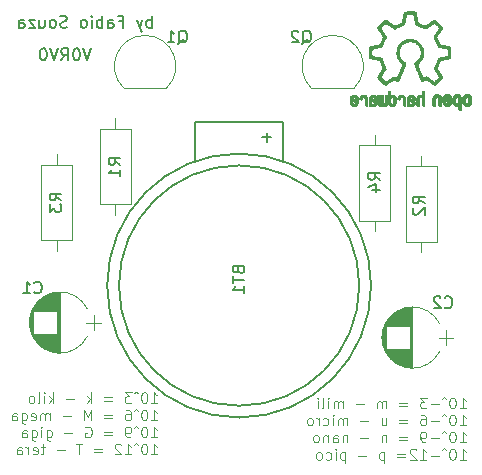
<source format=gbo>
G04 #@! TF.FileFunction,Legend,Bot*
%FSLAX46Y46*%
G04 Gerber Fmt 4.6, Leading zero omitted, Abs format (unit mm)*
G04 Created by KiCad (PCBNEW 4.0.6) date 07/03/18 08:43:19*
%MOMM*%
%LPD*%
G01*
G04 APERTURE LIST*
%ADD10C,0.100000*%
%ADD11C,0.200000*%
%ADD12C,0.120000*%
%ADD13C,0.150000*%
%ADD14C,0.010000*%
G04 APERTURE END LIST*
D10*
D11*
X117464286Y-50952381D02*
X117130953Y-51952381D01*
X116797619Y-50952381D01*
X116273810Y-50952381D02*
X116178571Y-50952381D01*
X116083333Y-51000000D01*
X116035714Y-51047619D01*
X115988095Y-51142857D01*
X115940476Y-51333333D01*
X115940476Y-51571429D01*
X115988095Y-51761905D01*
X116035714Y-51857143D01*
X116083333Y-51904762D01*
X116178571Y-51952381D01*
X116273810Y-51952381D01*
X116369048Y-51904762D01*
X116416667Y-51857143D01*
X116464286Y-51761905D01*
X116511905Y-51571429D01*
X116511905Y-51333333D01*
X116464286Y-51142857D01*
X116416667Y-51047619D01*
X116369048Y-51000000D01*
X116273810Y-50952381D01*
X114940476Y-51952381D02*
X115273810Y-51476190D01*
X115511905Y-51952381D02*
X115511905Y-50952381D01*
X115130952Y-50952381D01*
X115035714Y-51000000D01*
X114988095Y-51047619D01*
X114940476Y-51142857D01*
X114940476Y-51285714D01*
X114988095Y-51380952D01*
X115035714Y-51428571D01*
X115130952Y-51476190D01*
X115511905Y-51476190D01*
X114654762Y-50952381D02*
X114321429Y-51952381D01*
X113988095Y-50952381D01*
X113464286Y-50952381D02*
X113369047Y-50952381D01*
X113273809Y-51000000D01*
X113226190Y-51047619D01*
X113178571Y-51142857D01*
X113130952Y-51333333D01*
X113130952Y-51571429D01*
X113178571Y-51761905D01*
X113226190Y-51857143D01*
X113273809Y-51904762D01*
X113369047Y-51952381D01*
X113464286Y-51952381D01*
X113559524Y-51904762D01*
X113607143Y-51857143D01*
X113654762Y-51761905D01*
X113702381Y-51571429D01*
X113702381Y-51333333D01*
X113654762Y-51142857D01*
X113607143Y-51047619D01*
X113559524Y-51000000D01*
X113464286Y-50952381D01*
X122619048Y-49202381D02*
X122619048Y-48202381D01*
X122619048Y-48583333D02*
X122523810Y-48535714D01*
X122333333Y-48535714D01*
X122238095Y-48583333D01*
X122190476Y-48630952D01*
X122142857Y-48726190D01*
X122142857Y-49011905D01*
X122190476Y-49107143D01*
X122238095Y-49154762D01*
X122333333Y-49202381D01*
X122523810Y-49202381D01*
X122619048Y-49154762D01*
X121809524Y-48535714D02*
X121571429Y-49202381D01*
X121333333Y-48535714D02*
X121571429Y-49202381D01*
X121666667Y-49440476D01*
X121714286Y-49488095D01*
X121809524Y-49535714D01*
X119857142Y-48678571D02*
X120190476Y-48678571D01*
X120190476Y-49202381D02*
X120190476Y-48202381D01*
X119714285Y-48202381D01*
X118904761Y-49202381D02*
X118904761Y-48678571D01*
X118952380Y-48583333D01*
X119047618Y-48535714D01*
X119238095Y-48535714D01*
X119333333Y-48583333D01*
X118904761Y-49154762D02*
X118999999Y-49202381D01*
X119238095Y-49202381D01*
X119333333Y-49154762D01*
X119380952Y-49059524D01*
X119380952Y-48964286D01*
X119333333Y-48869048D01*
X119238095Y-48821429D01*
X118999999Y-48821429D01*
X118904761Y-48773810D01*
X118428571Y-49202381D02*
X118428571Y-48202381D01*
X118428571Y-48583333D02*
X118333333Y-48535714D01*
X118142856Y-48535714D01*
X118047618Y-48583333D01*
X117999999Y-48630952D01*
X117952380Y-48726190D01*
X117952380Y-49011905D01*
X117999999Y-49107143D01*
X118047618Y-49154762D01*
X118142856Y-49202381D01*
X118333333Y-49202381D01*
X118428571Y-49154762D01*
X117523809Y-49202381D02*
X117523809Y-48535714D01*
X117523809Y-48202381D02*
X117571428Y-48250000D01*
X117523809Y-48297619D01*
X117476190Y-48250000D01*
X117523809Y-48202381D01*
X117523809Y-48297619D01*
X116904762Y-49202381D02*
X117000000Y-49154762D01*
X117047619Y-49107143D01*
X117095238Y-49011905D01*
X117095238Y-48726190D01*
X117047619Y-48630952D01*
X117000000Y-48583333D01*
X116904762Y-48535714D01*
X116761904Y-48535714D01*
X116666666Y-48583333D01*
X116619047Y-48630952D01*
X116571428Y-48726190D01*
X116571428Y-49011905D01*
X116619047Y-49107143D01*
X116666666Y-49154762D01*
X116761904Y-49202381D01*
X116904762Y-49202381D01*
X115428571Y-49154762D02*
X115285714Y-49202381D01*
X115047618Y-49202381D01*
X114952380Y-49154762D01*
X114904761Y-49107143D01*
X114857142Y-49011905D01*
X114857142Y-48916667D01*
X114904761Y-48821429D01*
X114952380Y-48773810D01*
X115047618Y-48726190D01*
X115238095Y-48678571D01*
X115333333Y-48630952D01*
X115380952Y-48583333D01*
X115428571Y-48488095D01*
X115428571Y-48392857D01*
X115380952Y-48297619D01*
X115333333Y-48250000D01*
X115238095Y-48202381D01*
X114999999Y-48202381D01*
X114857142Y-48250000D01*
X114285714Y-49202381D02*
X114380952Y-49154762D01*
X114428571Y-49107143D01*
X114476190Y-49011905D01*
X114476190Y-48726190D01*
X114428571Y-48630952D01*
X114380952Y-48583333D01*
X114285714Y-48535714D01*
X114142856Y-48535714D01*
X114047618Y-48583333D01*
X113999999Y-48630952D01*
X113952380Y-48726190D01*
X113952380Y-49011905D01*
X113999999Y-49107143D01*
X114047618Y-49154762D01*
X114142856Y-49202381D01*
X114285714Y-49202381D01*
X113095237Y-48535714D02*
X113095237Y-49202381D01*
X113523809Y-48535714D02*
X113523809Y-49059524D01*
X113476190Y-49154762D01*
X113380952Y-49202381D01*
X113238094Y-49202381D01*
X113142856Y-49154762D01*
X113095237Y-49107143D01*
X112714285Y-48535714D02*
X112190475Y-48535714D01*
X112714285Y-49202381D01*
X112190475Y-49202381D01*
X111380951Y-49202381D02*
X111380951Y-48678571D01*
X111428570Y-48583333D01*
X111523808Y-48535714D01*
X111714285Y-48535714D01*
X111809523Y-48583333D01*
X111380951Y-49154762D02*
X111476189Y-49202381D01*
X111714285Y-49202381D01*
X111809523Y-49154762D01*
X111857142Y-49059524D01*
X111857142Y-48964286D01*
X111809523Y-48869048D01*
X111714285Y-48821429D01*
X111476189Y-48821429D01*
X111380951Y-48773810D01*
D10*
X148666286Y-81417143D02*
X149180571Y-81417143D01*
X148923429Y-81417143D02*
X148923429Y-80517143D01*
X149009143Y-80645714D01*
X149094857Y-80731429D01*
X149180571Y-80774286D01*
X148109143Y-80517143D02*
X148023428Y-80517143D01*
X147937714Y-80560000D01*
X147894857Y-80602857D01*
X147852000Y-80688571D01*
X147809143Y-80860000D01*
X147809143Y-81074286D01*
X147852000Y-81245714D01*
X147894857Y-81331429D01*
X147937714Y-81374286D01*
X148023428Y-81417143D01*
X148109143Y-81417143D01*
X148194857Y-81374286D01*
X148237714Y-81331429D01*
X148280571Y-81245714D01*
X148323428Y-81074286D01*
X148323428Y-80860000D01*
X148280571Y-80688571D01*
X148237714Y-80602857D01*
X148194857Y-80560000D01*
X148109143Y-80517143D01*
X147552000Y-80602857D02*
X147380571Y-80474286D01*
X147209143Y-80602857D01*
X146909142Y-81074286D02*
X146223428Y-81074286D01*
X145880571Y-80517143D02*
X145323428Y-80517143D01*
X145623428Y-80860000D01*
X145494856Y-80860000D01*
X145409142Y-80902857D01*
X145366285Y-80945714D01*
X145323428Y-81031429D01*
X145323428Y-81245714D01*
X145366285Y-81331429D01*
X145409142Y-81374286D01*
X145494856Y-81417143D01*
X145751999Y-81417143D01*
X145837713Y-81374286D01*
X145880571Y-81331429D01*
X144251999Y-80945714D02*
X143566285Y-80945714D01*
X143566285Y-81202857D02*
X144251999Y-81202857D01*
X142451999Y-81417143D02*
X142451999Y-80817143D01*
X142451999Y-80902857D02*
X142409142Y-80860000D01*
X142323428Y-80817143D01*
X142194856Y-80817143D01*
X142109142Y-80860000D01*
X142066285Y-80945714D01*
X142066285Y-81417143D01*
X142066285Y-80945714D02*
X142023428Y-80860000D01*
X141937714Y-80817143D01*
X141809142Y-80817143D01*
X141723428Y-80860000D01*
X141680571Y-80945714D01*
X141680571Y-81417143D01*
X140566285Y-81074286D02*
X139880571Y-81074286D01*
X138766285Y-81417143D02*
X138766285Y-80817143D01*
X138766285Y-80902857D02*
X138723428Y-80860000D01*
X138637714Y-80817143D01*
X138509142Y-80817143D01*
X138423428Y-80860000D01*
X138380571Y-80945714D01*
X138380571Y-81417143D01*
X138380571Y-80945714D02*
X138337714Y-80860000D01*
X138252000Y-80817143D01*
X138123428Y-80817143D01*
X138037714Y-80860000D01*
X137994857Y-80945714D01*
X137994857Y-81417143D01*
X137566285Y-81417143D02*
X137566285Y-80817143D01*
X137566285Y-80517143D02*
X137609142Y-80560000D01*
X137566285Y-80602857D01*
X137523428Y-80560000D01*
X137566285Y-80517143D01*
X137566285Y-80602857D01*
X137009143Y-81417143D02*
X137094857Y-81374286D01*
X137137714Y-81288571D01*
X137137714Y-80517143D01*
X136666285Y-81417143D02*
X136666285Y-80817143D01*
X136666285Y-80517143D02*
X136709142Y-80560000D01*
X136666285Y-80602857D01*
X136623428Y-80560000D01*
X136666285Y-80517143D01*
X136666285Y-80602857D01*
X148666286Y-82867143D02*
X149180571Y-82867143D01*
X148923429Y-82867143D02*
X148923429Y-81967143D01*
X149009143Y-82095714D01*
X149094857Y-82181429D01*
X149180571Y-82224286D01*
X148109143Y-81967143D02*
X148023428Y-81967143D01*
X147937714Y-82010000D01*
X147894857Y-82052857D01*
X147852000Y-82138571D01*
X147809143Y-82310000D01*
X147809143Y-82524286D01*
X147852000Y-82695714D01*
X147894857Y-82781429D01*
X147937714Y-82824286D01*
X148023428Y-82867143D01*
X148109143Y-82867143D01*
X148194857Y-82824286D01*
X148237714Y-82781429D01*
X148280571Y-82695714D01*
X148323428Y-82524286D01*
X148323428Y-82310000D01*
X148280571Y-82138571D01*
X148237714Y-82052857D01*
X148194857Y-82010000D01*
X148109143Y-81967143D01*
X147552000Y-82052857D02*
X147380571Y-81924286D01*
X147209143Y-82052857D01*
X146909142Y-82524286D02*
X146223428Y-82524286D01*
X145409142Y-81967143D02*
X145580571Y-81967143D01*
X145666285Y-82010000D01*
X145709142Y-82052857D01*
X145794856Y-82181429D01*
X145837713Y-82352857D01*
X145837713Y-82695714D01*
X145794856Y-82781429D01*
X145751999Y-82824286D01*
X145666285Y-82867143D01*
X145494856Y-82867143D01*
X145409142Y-82824286D01*
X145366285Y-82781429D01*
X145323428Y-82695714D01*
X145323428Y-82481429D01*
X145366285Y-82395714D01*
X145409142Y-82352857D01*
X145494856Y-82310000D01*
X145666285Y-82310000D01*
X145751999Y-82352857D01*
X145794856Y-82395714D01*
X145837713Y-82481429D01*
X144251999Y-82395714D02*
X143566285Y-82395714D01*
X143566285Y-82652857D02*
X144251999Y-82652857D01*
X142066285Y-82267143D02*
X142066285Y-82867143D01*
X142451999Y-82267143D02*
X142451999Y-82738571D01*
X142409142Y-82824286D01*
X142323428Y-82867143D01*
X142194856Y-82867143D01*
X142109142Y-82824286D01*
X142066285Y-82781429D01*
X140951999Y-82524286D02*
X140266285Y-82524286D01*
X139151999Y-82867143D02*
X139151999Y-82267143D01*
X139151999Y-82352857D02*
X139109142Y-82310000D01*
X139023428Y-82267143D01*
X138894856Y-82267143D01*
X138809142Y-82310000D01*
X138766285Y-82395714D01*
X138766285Y-82867143D01*
X138766285Y-82395714D02*
X138723428Y-82310000D01*
X138637714Y-82267143D01*
X138509142Y-82267143D01*
X138423428Y-82310000D01*
X138380571Y-82395714D01*
X138380571Y-82867143D01*
X137951999Y-82867143D02*
X137951999Y-82267143D01*
X137951999Y-81967143D02*
X137994856Y-82010000D01*
X137951999Y-82052857D01*
X137909142Y-82010000D01*
X137951999Y-81967143D01*
X137951999Y-82052857D01*
X137137714Y-82824286D02*
X137223428Y-82867143D01*
X137394857Y-82867143D01*
X137480571Y-82824286D01*
X137523428Y-82781429D01*
X137566285Y-82695714D01*
X137566285Y-82438571D01*
X137523428Y-82352857D01*
X137480571Y-82310000D01*
X137394857Y-82267143D01*
X137223428Y-82267143D01*
X137137714Y-82310000D01*
X136751999Y-82867143D02*
X136751999Y-82267143D01*
X136751999Y-82438571D02*
X136709142Y-82352857D01*
X136666285Y-82310000D01*
X136580571Y-82267143D01*
X136494856Y-82267143D01*
X136066285Y-82867143D02*
X136151999Y-82824286D01*
X136194856Y-82781429D01*
X136237713Y-82695714D01*
X136237713Y-82438571D01*
X136194856Y-82352857D01*
X136151999Y-82310000D01*
X136066285Y-82267143D01*
X135937713Y-82267143D01*
X135851999Y-82310000D01*
X135809142Y-82352857D01*
X135766285Y-82438571D01*
X135766285Y-82695714D01*
X135809142Y-82781429D01*
X135851999Y-82824286D01*
X135937713Y-82867143D01*
X136066285Y-82867143D01*
X148666286Y-84317143D02*
X149180571Y-84317143D01*
X148923429Y-84317143D02*
X148923429Y-83417143D01*
X149009143Y-83545714D01*
X149094857Y-83631429D01*
X149180571Y-83674286D01*
X148109143Y-83417143D02*
X148023428Y-83417143D01*
X147937714Y-83460000D01*
X147894857Y-83502857D01*
X147852000Y-83588571D01*
X147809143Y-83760000D01*
X147809143Y-83974286D01*
X147852000Y-84145714D01*
X147894857Y-84231429D01*
X147937714Y-84274286D01*
X148023428Y-84317143D01*
X148109143Y-84317143D01*
X148194857Y-84274286D01*
X148237714Y-84231429D01*
X148280571Y-84145714D01*
X148323428Y-83974286D01*
X148323428Y-83760000D01*
X148280571Y-83588571D01*
X148237714Y-83502857D01*
X148194857Y-83460000D01*
X148109143Y-83417143D01*
X147552000Y-83502857D02*
X147380571Y-83374286D01*
X147209143Y-83502857D01*
X146909142Y-83974286D02*
X146223428Y-83974286D01*
X145751999Y-84317143D02*
X145580571Y-84317143D01*
X145494856Y-84274286D01*
X145451999Y-84231429D01*
X145366285Y-84102857D01*
X145323428Y-83931429D01*
X145323428Y-83588571D01*
X145366285Y-83502857D01*
X145409142Y-83460000D01*
X145494856Y-83417143D01*
X145666285Y-83417143D01*
X145751999Y-83460000D01*
X145794856Y-83502857D01*
X145837713Y-83588571D01*
X145837713Y-83802857D01*
X145794856Y-83888571D01*
X145751999Y-83931429D01*
X145666285Y-83974286D01*
X145494856Y-83974286D01*
X145409142Y-83931429D01*
X145366285Y-83888571D01*
X145323428Y-83802857D01*
X144251999Y-83845714D02*
X143566285Y-83845714D01*
X143566285Y-84102857D02*
X144251999Y-84102857D01*
X142451999Y-83717143D02*
X142451999Y-84317143D01*
X142451999Y-83802857D02*
X142409142Y-83760000D01*
X142323428Y-83717143D01*
X142194856Y-83717143D01*
X142109142Y-83760000D01*
X142066285Y-83845714D01*
X142066285Y-84317143D01*
X140951999Y-83974286D02*
X140266285Y-83974286D01*
X139151999Y-83717143D02*
X139151999Y-84317143D01*
X139151999Y-83802857D02*
X139109142Y-83760000D01*
X139023428Y-83717143D01*
X138894856Y-83717143D01*
X138809142Y-83760000D01*
X138766285Y-83845714D01*
X138766285Y-84317143D01*
X137951999Y-84317143D02*
X137951999Y-83845714D01*
X137994856Y-83760000D01*
X138080570Y-83717143D01*
X138251999Y-83717143D01*
X138337713Y-83760000D01*
X137951999Y-84274286D02*
X138037713Y-84317143D01*
X138251999Y-84317143D01*
X138337713Y-84274286D01*
X138380570Y-84188571D01*
X138380570Y-84102857D01*
X138337713Y-84017143D01*
X138251999Y-83974286D01*
X138037713Y-83974286D01*
X137951999Y-83931429D01*
X137523427Y-83717143D02*
X137523427Y-84317143D01*
X137523427Y-83802857D02*
X137480570Y-83760000D01*
X137394856Y-83717143D01*
X137266284Y-83717143D01*
X137180570Y-83760000D01*
X137137713Y-83845714D01*
X137137713Y-84317143D01*
X136580570Y-84317143D02*
X136666284Y-84274286D01*
X136709141Y-84231429D01*
X136751998Y-84145714D01*
X136751998Y-83888571D01*
X136709141Y-83802857D01*
X136666284Y-83760000D01*
X136580570Y-83717143D01*
X136451998Y-83717143D01*
X136366284Y-83760000D01*
X136323427Y-83802857D01*
X136280570Y-83888571D01*
X136280570Y-84145714D01*
X136323427Y-84231429D01*
X136366284Y-84274286D01*
X136451998Y-84317143D01*
X136580570Y-84317143D01*
X148666286Y-85767143D02*
X149180571Y-85767143D01*
X148923429Y-85767143D02*
X148923429Y-84867143D01*
X149009143Y-84995714D01*
X149094857Y-85081429D01*
X149180571Y-85124286D01*
X148109143Y-84867143D02*
X148023428Y-84867143D01*
X147937714Y-84910000D01*
X147894857Y-84952857D01*
X147852000Y-85038571D01*
X147809143Y-85210000D01*
X147809143Y-85424286D01*
X147852000Y-85595714D01*
X147894857Y-85681429D01*
X147937714Y-85724286D01*
X148023428Y-85767143D01*
X148109143Y-85767143D01*
X148194857Y-85724286D01*
X148237714Y-85681429D01*
X148280571Y-85595714D01*
X148323428Y-85424286D01*
X148323428Y-85210000D01*
X148280571Y-85038571D01*
X148237714Y-84952857D01*
X148194857Y-84910000D01*
X148109143Y-84867143D01*
X147552000Y-84952857D02*
X147380571Y-84824286D01*
X147209143Y-84952857D01*
X146909142Y-85424286D02*
X146223428Y-85424286D01*
X145323428Y-85767143D02*
X145837713Y-85767143D01*
X145580571Y-85767143D02*
X145580571Y-84867143D01*
X145666285Y-84995714D01*
X145751999Y-85081429D01*
X145837713Y-85124286D01*
X144980570Y-84952857D02*
X144937713Y-84910000D01*
X144851999Y-84867143D01*
X144637713Y-84867143D01*
X144551999Y-84910000D01*
X144509142Y-84952857D01*
X144466285Y-85038571D01*
X144466285Y-85124286D01*
X144509142Y-85252857D01*
X145023428Y-85767143D01*
X144466285Y-85767143D01*
X144080570Y-85295714D02*
X143394856Y-85295714D01*
X143394856Y-85552857D02*
X144080570Y-85552857D01*
X142280570Y-85167143D02*
X142280570Y-86067143D01*
X142280570Y-85210000D02*
X142194856Y-85167143D01*
X142023427Y-85167143D01*
X141937713Y-85210000D01*
X141894856Y-85252857D01*
X141851999Y-85338571D01*
X141851999Y-85595714D01*
X141894856Y-85681429D01*
X141937713Y-85724286D01*
X142023427Y-85767143D01*
X142194856Y-85767143D01*
X142280570Y-85724286D01*
X140780570Y-85424286D02*
X140094856Y-85424286D01*
X138980570Y-85167143D02*
X138980570Y-86067143D01*
X138980570Y-85210000D02*
X138894856Y-85167143D01*
X138723427Y-85167143D01*
X138637713Y-85210000D01*
X138594856Y-85252857D01*
X138551999Y-85338571D01*
X138551999Y-85595714D01*
X138594856Y-85681429D01*
X138637713Y-85724286D01*
X138723427Y-85767143D01*
X138894856Y-85767143D01*
X138980570Y-85724286D01*
X138166284Y-85767143D02*
X138166284Y-85167143D01*
X138166284Y-84867143D02*
X138209141Y-84910000D01*
X138166284Y-84952857D01*
X138123427Y-84910000D01*
X138166284Y-84867143D01*
X138166284Y-84952857D01*
X137351999Y-85724286D02*
X137437713Y-85767143D01*
X137609142Y-85767143D01*
X137694856Y-85724286D01*
X137737713Y-85681429D01*
X137780570Y-85595714D01*
X137780570Y-85338571D01*
X137737713Y-85252857D01*
X137694856Y-85210000D01*
X137609142Y-85167143D01*
X137437713Y-85167143D01*
X137351999Y-85210000D01*
X136837713Y-85767143D02*
X136923427Y-85724286D01*
X136966284Y-85681429D01*
X137009141Y-85595714D01*
X137009141Y-85338571D01*
X136966284Y-85252857D01*
X136923427Y-85210000D01*
X136837713Y-85167143D01*
X136709141Y-85167143D01*
X136623427Y-85210000D01*
X136580570Y-85252857D01*
X136537713Y-85338571D01*
X136537713Y-85595714D01*
X136580570Y-85681429D01*
X136623427Y-85724286D01*
X136709141Y-85767143D01*
X136837713Y-85767143D01*
X122564286Y-80982143D02*
X123078571Y-80982143D01*
X122821429Y-80982143D02*
X122821429Y-80082143D01*
X122907143Y-80210714D01*
X122992857Y-80296429D01*
X123078571Y-80339286D01*
X122007143Y-80082143D02*
X121921428Y-80082143D01*
X121835714Y-80125000D01*
X121792857Y-80167857D01*
X121750000Y-80253571D01*
X121707143Y-80425000D01*
X121707143Y-80639286D01*
X121750000Y-80810714D01*
X121792857Y-80896429D01*
X121835714Y-80939286D01*
X121921428Y-80982143D01*
X122007143Y-80982143D01*
X122092857Y-80939286D01*
X122135714Y-80896429D01*
X122178571Y-80810714D01*
X122221428Y-80639286D01*
X122221428Y-80425000D01*
X122178571Y-80253571D01*
X122135714Y-80167857D01*
X122092857Y-80125000D01*
X122007143Y-80082143D01*
X121450000Y-80167857D02*
X121278571Y-80039286D01*
X121107143Y-80167857D01*
X120892857Y-80082143D02*
X120335714Y-80082143D01*
X120635714Y-80425000D01*
X120507142Y-80425000D01*
X120421428Y-80467857D01*
X120378571Y-80510714D01*
X120335714Y-80596429D01*
X120335714Y-80810714D01*
X120378571Y-80896429D01*
X120421428Y-80939286D01*
X120507142Y-80982143D01*
X120764285Y-80982143D01*
X120849999Y-80939286D01*
X120892857Y-80896429D01*
X119264285Y-80510714D02*
X118578571Y-80510714D01*
X118578571Y-80767857D02*
X119264285Y-80767857D01*
X117464285Y-80982143D02*
X117464285Y-80082143D01*
X117378571Y-80639286D02*
X117121428Y-80982143D01*
X117121428Y-80382143D02*
X117464285Y-80725000D01*
X116050000Y-80639286D02*
X115364286Y-80639286D01*
X114250000Y-80982143D02*
X114250000Y-80082143D01*
X114164286Y-80639286D02*
X113907143Y-80982143D01*
X113907143Y-80382143D02*
X114250000Y-80725000D01*
X113521429Y-80982143D02*
X113521429Y-80382143D01*
X113521429Y-80082143D02*
X113564286Y-80125000D01*
X113521429Y-80167857D01*
X113478572Y-80125000D01*
X113521429Y-80082143D01*
X113521429Y-80167857D01*
X112964287Y-80982143D02*
X113050001Y-80939286D01*
X113092858Y-80853571D01*
X113092858Y-80082143D01*
X112492858Y-80982143D02*
X112578572Y-80939286D01*
X112621429Y-80896429D01*
X112664286Y-80810714D01*
X112664286Y-80553571D01*
X112621429Y-80467857D01*
X112578572Y-80425000D01*
X112492858Y-80382143D01*
X112364286Y-80382143D01*
X112278572Y-80425000D01*
X112235715Y-80467857D01*
X112192858Y-80553571D01*
X112192858Y-80810714D01*
X112235715Y-80896429D01*
X112278572Y-80939286D01*
X112364286Y-80982143D01*
X112492858Y-80982143D01*
X122564286Y-82432143D02*
X123078571Y-82432143D01*
X122821429Y-82432143D02*
X122821429Y-81532143D01*
X122907143Y-81660714D01*
X122992857Y-81746429D01*
X123078571Y-81789286D01*
X122007143Y-81532143D02*
X121921428Y-81532143D01*
X121835714Y-81575000D01*
X121792857Y-81617857D01*
X121750000Y-81703571D01*
X121707143Y-81875000D01*
X121707143Y-82089286D01*
X121750000Y-82260714D01*
X121792857Y-82346429D01*
X121835714Y-82389286D01*
X121921428Y-82432143D01*
X122007143Y-82432143D01*
X122092857Y-82389286D01*
X122135714Y-82346429D01*
X122178571Y-82260714D01*
X122221428Y-82089286D01*
X122221428Y-81875000D01*
X122178571Y-81703571D01*
X122135714Y-81617857D01*
X122092857Y-81575000D01*
X122007143Y-81532143D01*
X121450000Y-81617857D02*
X121278571Y-81489286D01*
X121107143Y-81617857D01*
X120421428Y-81532143D02*
X120592857Y-81532143D01*
X120678571Y-81575000D01*
X120721428Y-81617857D01*
X120807142Y-81746429D01*
X120849999Y-81917857D01*
X120849999Y-82260714D01*
X120807142Y-82346429D01*
X120764285Y-82389286D01*
X120678571Y-82432143D01*
X120507142Y-82432143D01*
X120421428Y-82389286D01*
X120378571Y-82346429D01*
X120335714Y-82260714D01*
X120335714Y-82046429D01*
X120378571Y-81960714D01*
X120421428Y-81917857D01*
X120507142Y-81875000D01*
X120678571Y-81875000D01*
X120764285Y-81917857D01*
X120807142Y-81960714D01*
X120849999Y-82046429D01*
X119264285Y-81960714D02*
X118578571Y-81960714D01*
X118578571Y-82217857D02*
X119264285Y-82217857D01*
X117464285Y-82432143D02*
X117464285Y-81532143D01*
X117164285Y-82175000D01*
X116864285Y-81532143D01*
X116864285Y-82432143D01*
X115750000Y-82089286D02*
X115064286Y-82089286D01*
X113950000Y-82432143D02*
X113950000Y-81832143D01*
X113950000Y-81917857D02*
X113907143Y-81875000D01*
X113821429Y-81832143D01*
X113692857Y-81832143D01*
X113607143Y-81875000D01*
X113564286Y-81960714D01*
X113564286Y-82432143D01*
X113564286Y-81960714D02*
X113521429Y-81875000D01*
X113435715Y-81832143D01*
X113307143Y-81832143D01*
X113221429Y-81875000D01*
X113178572Y-81960714D01*
X113178572Y-82432143D01*
X112407143Y-82389286D02*
X112492857Y-82432143D01*
X112664286Y-82432143D01*
X112750000Y-82389286D01*
X112792857Y-82303571D01*
X112792857Y-81960714D01*
X112750000Y-81875000D01*
X112664286Y-81832143D01*
X112492857Y-81832143D01*
X112407143Y-81875000D01*
X112364286Y-81960714D01*
X112364286Y-82046429D01*
X112792857Y-82132143D01*
X111592857Y-81832143D02*
X111592857Y-82560714D01*
X111635714Y-82646429D01*
X111678571Y-82689286D01*
X111764286Y-82732143D01*
X111892857Y-82732143D01*
X111978571Y-82689286D01*
X111592857Y-82389286D02*
X111678571Y-82432143D01*
X111850000Y-82432143D01*
X111935714Y-82389286D01*
X111978571Y-82346429D01*
X112021428Y-82260714D01*
X112021428Y-82003571D01*
X111978571Y-81917857D01*
X111935714Y-81875000D01*
X111850000Y-81832143D01*
X111678571Y-81832143D01*
X111592857Y-81875000D01*
X110778571Y-82432143D02*
X110778571Y-81960714D01*
X110821428Y-81875000D01*
X110907142Y-81832143D01*
X111078571Y-81832143D01*
X111164285Y-81875000D01*
X110778571Y-82389286D02*
X110864285Y-82432143D01*
X111078571Y-82432143D01*
X111164285Y-82389286D01*
X111207142Y-82303571D01*
X111207142Y-82217857D01*
X111164285Y-82132143D01*
X111078571Y-82089286D01*
X110864285Y-82089286D01*
X110778571Y-82046429D01*
X122564286Y-83882143D02*
X123078571Y-83882143D01*
X122821429Y-83882143D02*
X122821429Y-82982143D01*
X122907143Y-83110714D01*
X122992857Y-83196429D01*
X123078571Y-83239286D01*
X122007143Y-82982143D02*
X121921428Y-82982143D01*
X121835714Y-83025000D01*
X121792857Y-83067857D01*
X121750000Y-83153571D01*
X121707143Y-83325000D01*
X121707143Y-83539286D01*
X121750000Y-83710714D01*
X121792857Y-83796429D01*
X121835714Y-83839286D01*
X121921428Y-83882143D01*
X122007143Y-83882143D01*
X122092857Y-83839286D01*
X122135714Y-83796429D01*
X122178571Y-83710714D01*
X122221428Y-83539286D01*
X122221428Y-83325000D01*
X122178571Y-83153571D01*
X122135714Y-83067857D01*
X122092857Y-83025000D01*
X122007143Y-82982143D01*
X121450000Y-83067857D02*
X121278571Y-82939286D01*
X121107143Y-83067857D01*
X120764285Y-83882143D02*
X120592857Y-83882143D01*
X120507142Y-83839286D01*
X120464285Y-83796429D01*
X120378571Y-83667857D01*
X120335714Y-83496429D01*
X120335714Y-83153571D01*
X120378571Y-83067857D01*
X120421428Y-83025000D01*
X120507142Y-82982143D01*
X120678571Y-82982143D01*
X120764285Y-83025000D01*
X120807142Y-83067857D01*
X120849999Y-83153571D01*
X120849999Y-83367857D01*
X120807142Y-83453571D01*
X120764285Y-83496429D01*
X120678571Y-83539286D01*
X120507142Y-83539286D01*
X120421428Y-83496429D01*
X120378571Y-83453571D01*
X120335714Y-83367857D01*
X119264285Y-83410714D02*
X118578571Y-83410714D01*
X118578571Y-83667857D02*
X119264285Y-83667857D01*
X116992857Y-83025000D02*
X117078571Y-82982143D01*
X117207142Y-82982143D01*
X117335714Y-83025000D01*
X117421428Y-83110714D01*
X117464285Y-83196429D01*
X117507142Y-83367857D01*
X117507142Y-83496429D01*
X117464285Y-83667857D01*
X117421428Y-83753571D01*
X117335714Y-83839286D01*
X117207142Y-83882143D01*
X117121428Y-83882143D01*
X116992857Y-83839286D01*
X116950000Y-83796429D01*
X116950000Y-83496429D01*
X117121428Y-83496429D01*
X115878571Y-83539286D02*
X115192857Y-83539286D01*
X113692857Y-83282143D02*
X113692857Y-84010714D01*
X113735714Y-84096429D01*
X113778571Y-84139286D01*
X113864286Y-84182143D01*
X113992857Y-84182143D01*
X114078571Y-84139286D01*
X113692857Y-83839286D02*
X113778571Y-83882143D01*
X113950000Y-83882143D01*
X114035714Y-83839286D01*
X114078571Y-83796429D01*
X114121428Y-83710714D01*
X114121428Y-83453571D01*
X114078571Y-83367857D01*
X114035714Y-83325000D01*
X113950000Y-83282143D01*
X113778571Y-83282143D01*
X113692857Y-83325000D01*
X113264285Y-83882143D02*
X113264285Y-83282143D01*
X113264285Y-82982143D02*
X113307142Y-83025000D01*
X113264285Y-83067857D01*
X113221428Y-83025000D01*
X113264285Y-82982143D01*
X113264285Y-83067857D01*
X112450000Y-83282143D02*
X112450000Y-84010714D01*
X112492857Y-84096429D01*
X112535714Y-84139286D01*
X112621429Y-84182143D01*
X112750000Y-84182143D01*
X112835714Y-84139286D01*
X112450000Y-83839286D02*
X112535714Y-83882143D01*
X112707143Y-83882143D01*
X112792857Y-83839286D01*
X112835714Y-83796429D01*
X112878571Y-83710714D01*
X112878571Y-83453571D01*
X112835714Y-83367857D01*
X112792857Y-83325000D01*
X112707143Y-83282143D01*
X112535714Y-83282143D01*
X112450000Y-83325000D01*
X111635714Y-83882143D02*
X111635714Y-83410714D01*
X111678571Y-83325000D01*
X111764285Y-83282143D01*
X111935714Y-83282143D01*
X112021428Y-83325000D01*
X111635714Y-83839286D02*
X111721428Y-83882143D01*
X111935714Y-83882143D01*
X112021428Y-83839286D01*
X112064285Y-83753571D01*
X112064285Y-83667857D01*
X112021428Y-83582143D01*
X111935714Y-83539286D01*
X111721428Y-83539286D01*
X111635714Y-83496429D01*
X122564286Y-85332143D02*
X123078571Y-85332143D01*
X122821429Y-85332143D02*
X122821429Y-84432143D01*
X122907143Y-84560714D01*
X122992857Y-84646429D01*
X123078571Y-84689286D01*
X122007143Y-84432143D02*
X121921428Y-84432143D01*
X121835714Y-84475000D01*
X121792857Y-84517857D01*
X121750000Y-84603571D01*
X121707143Y-84775000D01*
X121707143Y-84989286D01*
X121750000Y-85160714D01*
X121792857Y-85246429D01*
X121835714Y-85289286D01*
X121921428Y-85332143D01*
X122007143Y-85332143D01*
X122092857Y-85289286D01*
X122135714Y-85246429D01*
X122178571Y-85160714D01*
X122221428Y-84989286D01*
X122221428Y-84775000D01*
X122178571Y-84603571D01*
X122135714Y-84517857D01*
X122092857Y-84475000D01*
X122007143Y-84432143D01*
X121450000Y-84517857D02*
X121278571Y-84389286D01*
X121107143Y-84517857D01*
X120335714Y-85332143D02*
X120849999Y-85332143D01*
X120592857Y-85332143D02*
X120592857Y-84432143D01*
X120678571Y-84560714D01*
X120764285Y-84646429D01*
X120849999Y-84689286D01*
X119992856Y-84517857D02*
X119949999Y-84475000D01*
X119864285Y-84432143D01*
X119649999Y-84432143D01*
X119564285Y-84475000D01*
X119521428Y-84517857D01*
X119478571Y-84603571D01*
X119478571Y-84689286D01*
X119521428Y-84817857D01*
X120035714Y-85332143D01*
X119478571Y-85332143D01*
X118407142Y-84860714D02*
X117721428Y-84860714D01*
X117721428Y-85117857D02*
X118407142Y-85117857D01*
X116735714Y-84432143D02*
X116221428Y-84432143D01*
X116478571Y-85332143D02*
X116478571Y-84432143D01*
X115235714Y-84989286D02*
X114550000Y-84989286D01*
X113564286Y-84732143D02*
X113221429Y-84732143D01*
X113435714Y-84432143D02*
X113435714Y-85203571D01*
X113392857Y-85289286D01*
X113307143Y-85332143D01*
X113221429Y-85332143D01*
X112578571Y-85289286D02*
X112664285Y-85332143D01*
X112835714Y-85332143D01*
X112921428Y-85289286D01*
X112964285Y-85203571D01*
X112964285Y-84860714D01*
X112921428Y-84775000D01*
X112835714Y-84732143D01*
X112664285Y-84732143D01*
X112578571Y-84775000D01*
X112535714Y-84860714D01*
X112535714Y-84946429D01*
X112964285Y-85032143D01*
X112149999Y-85332143D02*
X112149999Y-84732143D01*
X112149999Y-84903571D02*
X112107142Y-84817857D01*
X112064285Y-84775000D01*
X111978571Y-84732143D01*
X111892856Y-84732143D01*
X111207142Y-85332143D02*
X111207142Y-84860714D01*
X111249999Y-84775000D01*
X111335713Y-84732143D01*
X111507142Y-84732143D01*
X111592856Y-84775000D01*
X111207142Y-85289286D02*
X111292856Y-85332143D01*
X111507142Y-85332143D01*
X111592856Y-85289286D01*
X111635713Y-85203571D01*
X111635713Y-85117857D01*
X111592856Y-85032143D01*
X111507142Y-84989286D01*
X111292856Y-84989286D01*
X111207142Y-84946429D01*
D12*
X120817000Y-64170000D02*
X118197000Y-64170000D01*
X118197000Y-64170000D02*
X118197000Y-57750000D01*
X118197000Y-57750000D02*
X120817000Y-57750000D01*
X120817000Y-57750000D02*
X120817000Y-64170000D01*
X119507000Y-65060000D02*
X119507000Y-64170000D01*
X119507000Y-56860000D02*
X119507000Y-57750000D01*
X112522278Y-72988277D02*
G75*
G02X117133580Y-72988000I2305722J-1179723D01*
G01*
X112522278Y-75347723D02*
G75*
G03X117133580Y-75348000I2305722J1179723D01*
G01*
X112522278Y-75347723D02*
G75*
G02X112522420Y-72988000I2305722J1179723D01*
G01*
X114828000Y-71618000D02*
X114828000Y-76718000D01*
X114788000Y-71618000D02*
X114788000Y-76718000D01*
X114748000Y-71619000D02*
X114748000Y-76717000D01*
X114708000Y-71620000D02*
X114708000Y-76716000D01*
X114668000Y-71622000D02*
X114668000Y-76714000D01*
X114628000Y-71625000D02*
X114628000Y-76711000D01*
X114588000Y-71629000D02*
X114588000Y-76707000D01*
X114548000Y-71633000D02*
X114548000Y-73188000D01*
X114548000Y-75148000D02*
X114548000Y-76703000D01*
X114508000Y-71637000D02*
X114508000Y-73188000D01*
X114508000Y-75148000D02*
X114508000Y-76699000D01*
X114468000Y-71643000D02*
X114468000Y-73188000D01*
X114468000Y-75148000D02*
X114468000Y-76693000D01*
X114428000Y-71649000D02*
X114428000Y-73188000D01*
X114428000Y-75148000D02*
X114428000Y-76687000D01*
X114388000Y-71655000D02*
X114388000Y-73188000D01*
X114388000Y-75148000D02*
X114388000Y-76681000D01*
X114348000Y-71662000D02*
X114348000Y-73188000D01*
X114348000Y-75148000D02*
X114348000Y-76674000D01*
X114308000Y-71670000D02*
X114308000Y-73188000D01*
X114308000Y-75148000D02*
X114308000Y-76666000D01*
X114268000Y-71679000D02*
X114268000Y-73188000D01*
X114268000Y-75148000D02*
X114268000Y-76657000D01*
X114228000Y-71688000D02*
X114228000Y-73188000D01*
X114228000Y-75148000D02*
X114228000Y-76648000D01*
X114188000Y-71698000D02*
X114188000Y-73188000D01*
X114188000Y-75148000D02*
X114188000Y-76638000D01*
X114148000Y-71708000D02*
X114148000Y-73188000D01*
X114148000Y-75148000D02*
X114148000Y-76628000D01*
X114107000Y-71720000D02*
X114107000Y-73188000D01*
X114107000Y-75148000D02*
X114107000Y-76616000D01*
X114067000Y-71732000D02*
X114067000Y-73188000D01*
X114067000Y-75148000D02*
X114067000Y-76604000D01*
X114027000Y-71744000D02*
X114027000Y-73188000D01*
X114027000Y-75148000D02*
X114027000Y-76592000D01*
X113987000Y-71758000D02*
X113987000Y-73188000D01*
X113987000Y-75148000D02*
X113987000Y-76578000D01*
X113947000Y-71772000D02*
X113947000Y-73188000D01*
X113947000Y-75148000D02*
X113947000Y-76564000D01*
X113907000Y-71786000D02*
X113907000Y-73188000D01*
X113907000Y-75148000D02*
X113907000Y-76550000D01*
X113867000Y-71802000D02*
X113867000Y-73188000D01*
X113867000Y-75148000D02*
X113867000Y-76534000D01*
X113827000Y-71818000D02*
X113827000Y-73188000D01*
X113827000Y-75148000D02*
X113827000Y-76518000D01*
X113787000Y-71835000D02*
X113787000Y-73188000D01*
X113787000Y-75148000D02*
X113787000Y-76501000D01*
X113747000Y-71853000D02*
X113747000Y-73188000D01*
X113747000Y-75148000D02*
X113747000Y-76483000D01*
X113707000Y-71872000D02*
X113707000Y-73188000D01*
X113707000Y-75148000D02*
X113707000Y-76464000D01*
X113667000Y-71892000D02*
X113667000Y-73188000D01*
X113667000Y-75148000D02*
X113667000Y-76444000D01*
X113627000Y-71912000D02*
X113627000Y-73188000D01*
X113627000Y-75148000D02*
X113627000Y-76424000D01*
X113587000Y-71934000D02*
X113587000Y-73188000D01*
X113587000Y-75148000D02*
X113587000Y-76402000D01*
X113547000Y-71956000D02*
X113547000Y-73188000D01*
X113547000Y-75148000D02*
X113547000Y-76380000D01*
X113507000Y-71979000D02*
X113507000Y-73188000D01*
X113507000Y-75148000D02*
X113507000Y-76357000D01*
X113467000Y-72003000D02*
X113467000Y-73188000D01*
X113467000Y-75148000D02*
X113467000Y-76333000D01*
X113427000Y-72028000D02*
X113427000Y-73188000D01*
X113427000Y-75148000D02*
X113427000Y-76308000D01*
X113387000Y-72055000D02*
X113387000Y-73188000D01*
X113387000Y-75148000D02*
X113387000Y-76281000D01*
X113347000Y-72082000D02*
X113347000Y-73188000D01*
X113347000Y-75148000D02*
X113347000Y-76254000D01*
X113307000Y-72110000D02*
X113307000Y-73188000D01*
X113307000Y-75148000D02*
X113307000Y-76226000D01*
X113267000Y-72140000D02*
X113267000Y-73188000D01*
X113267000Y-75148000D02*
X113267000Y-76196000D01*
X113227000Y-72171000D02*
X113227000Y-73188000D01*
X113227000Y-75148000D02*
X113227000Y-76165000D01*
X113187000Y-72203000D02*
X113187000Y-73188000D01*
X113187000Y-75148000D02*
X113187000Y-76133000D01*
X113147000Y-72236000D02*
X113147000Y-73188000D01*
X113147000Y-75148000D02*
X113147000Y-76100000D01*
X113107000Y-72271000D02*
X113107000Y-73188000D01*
X113107000Y-75148000D02*
X113107000Y-76065000D01*
X113067000Y-72307000D02*
X113067000Y-73188000D01*
X113067000Y-75148000D02*
X113067000Y-76029000D01*
X113027000Y-72345000D02*
X113027000Y-73188000D01*
X113027000Y-75148000D02*
X113027000Y-75991000D01*
X112987000Y-72385000D02*
X112987000Y-73188000D01*
X112987000Y-75148000D02*
X112987000Y-75951000D01*
X112947000Y-72426000D02*
X112947000Y-73188000D01*
X112947000Y-75148000D02*
X112947000Y-75910000D01*
X112907000Y-72469000D02*
X112907000Y-73188000D01*
X112907000Y-75148000D02*
X112907000Y-75867000D01*
X112867000Y-72514000D02*
X112867000Y-73188000D01*
X112867000Y-75148000D02*
X112867000Y-75822000D01*
X112827000Y-72562000D02*
X112827000Y-73188000D01*
X112827000Y-75148000D02*
X112827000Y-75774000D01*
X112787000Y-72612000D02*
X112787000Y-73188000D01*
X112787000Y-75148000D02*
X112787000Y-75724000D01*
X112747000Y-72664000D02*
X112747000Y-73188000D01*
X112747000Y-75148000D02*
X112747000Y-75672000D01*
X112707000Y-72720000D02*
X112707000Y-73188000D01*
X112707000Y-75148000D02*
X112707000Y-75616000D01*
X112667000Y-72778000D02*
X112667000Y-73188000D01*
X112667000Y-75148000D02*
X112667000Y-75558000D01*
X112627000Y-72841000D02*
X112627000Y-73188000D01*
X112627000Y-75148000D02*
X112627000Y-75495000D01*
X112587000Y-72907000D02*
X112587000Y-75429000D01*
X112547000Y-72979000D02*
X112547000Y-75357000D01*
X112507000Y-73056000D02*
X112507000Y-75280000D01*
X112467000Y-73140000D02*
X112467000Y-75196000D01*
X112427000Y-73234000D02*
X112427000Y-75102000D01*
X112387000Y-73339000D02*
X112387000Y-74997000D01*
X112347000Y-73461000D02*
X112347000Y-74875000D01*
X112307000Y-73609000D02*
X112307000Y-74727000D01*
X112267000Y-73814000D02*
X112267000Y-74522000D01*
X118278000Y-74168000D02*
X117078000Y-74168000D01*
X117678000Y-73518000D02*
X117678000Y-74818000D01*
X142367278Y-74258277D02*
G75*
G02X146978580Y-74258000I2305722J-1179723D01*
G01*
X142367278Y-76617723D02*
G75*
G03X146978580Y-76618000I2305722J1179723D01*
G01*
X142367278Y-76617723D02*
G75*
G02X142367420Y-74258000I2305722J1179723D01*
G01*
X144673000Y-72888000D02*
X144673000Y-77988000D01*
X144633000Y-72888000D02*
X144633000Y-77988000D01*
X144593000Y-72889000D02*
X144593000Y-77987000D01*
X144553000Y-72890000D02*
X144553000Y-77986000D01*
X144513000Y-72892000D02*
X144513000Y-77984000D01*
X144473000Y-72895000D02*
X144473000Y-77981000D01*
X144433000Y-72899000D02*
X144433000Y-77977000D01*
X144393000Y-72903000D02*
X144393000Y-74458000D01*
X144393000Y-76418000D02*
X144393000Y-77973000D01*
X144353000Y-72907000D02*
X144353000Y-74458000D01*
X144353000Y-76418000D02*
X144353000Y-77969000D01*
X144313000Y-72913000D02*
X144313000Y-74458000D01*
X144313000Y-76418000D02*
X144313000Y-77963000D01*
X144273000Y-72919000D02*
X144273000Y-74458000D01*
X144273000Y-76418000D02*
X144273000Y-77957000D01*
X144233000Y-72925000D02*
X144233000Y-74458000D01*
X144233000Y-76418000D02*
X144233000Y-77951000D01*
X144193000Y-72932000D02*
X144193000Y-74458000D01*
X144193000Y-76418000D02*
X144193000Y-77944000D01*
X144153000Y-72940000D02*
X144153000Y-74458000D01*
X144153000Y-76418000D02*
X144153000Y-77936000D01*
X144113000Y-72949000D02*
X144113000Y-74458000D01*
X144113000Y-76418000D02*
X144113000Y-77927000D01*
X144073000Y-72958000D02*
X144073000Y-74458000D01*
X144073000Y-76418000D02*
X144073000Y-77918000D01*
X144033000Y-72968000D02*
X144033000Y-74458000D01*
X144033000Y-76418000D02*
X144033000Y-77908000D01*
X143993000Y-72978000D02*
X143993000Y-74458000D01*
X143993000Y-76418000D02*
X143993000Y-77898000D01*
X143952000Y-72990000D02*
X143952000Y-74458000D01*
X143952000Y-76418000D02*
X143952000Y-77886000D01*
X143912000Y-73002000D02*
X143912000Y-74458000D01*
X143912000Y-76418000D02*
X143912000Y-77874000D01*
X143872000Y-73014000D02*
X143872000Y-74458000D01*
X143872000Y-76418000D02*
X143872000Y-77862000D01*
X143832000Y-73028000D02*
X143832000Y-74458000D01*
X143832000Y-76418000D02*
X143832000Y-77848000D01*
X143792000Y-73042000D02*
X143792000Y-74458000D01*
X143792000Y-76418000D02*
X143792000Y-77834000D01*
X143752000Y-73056000D02*
X143752000Y-74458000D01*
X143752000Y-76418000D02*
X143752000Y-77820000D01*
X143712000Y-73072000D02*
X143712000Y-74458000D01*
X143712000Y-76418000D02*
X143712000Y-77804000D01*
X143672000Y-73088000D02*
X143672000Y-74458000D01*
X143672000Y-76418000D02*
X143672000Y-77788000D01*
X143632000Y-73105000D02*
X143632000Y-74458000D01*
X143632000Y-76418000D02*
X143632000Y-77771000D01*
X143592000Y-73123000D02*
X143592000Y-74458000D01*
X143592000Y-76418000D02*
X143592000Y-77753000D01*
X143552000Y-73142000D02*
X143552000Y-74458000D01*
X143552000Y-76418000D02*
X143552000Y-77734000D01*
X143512000Y-73162000D02*
X143512000Y-74458000D01*
X143512000Y-76418000D02*
X143512000Y-77714000D01*
X143472000Y-73182000D02*
X143472000Y-74458000D01*
X143472000Y-76418000D02*
X143472000Y-77694000D01*
X143432000Y-73204000D02*
X143432000Y-74458000D01*
X143432000Y-76418000D02*
X143432000Y-77672000D01*
X143392000Y-73226000D02*
X143392000Y-74458000D01*
X143392000Y-76418000D02*
X143392000Y-77650000D01*
X143352000Y-73249000D02*
X143352000Y-74458000D01*
X143352000Y-76418000D02*
X143352000Y-77627000D01*
X143312000Y-73273000D02*
X143312000Y-74458000D01*
X143312000Y-76418000D02*
X143312000Y-77603000D01*
X143272000Y-73298000D02*
X143272000Y-74458000D01*
X143272000Y-76418000D02*
X143272000Y-77578000D01*
X143232000Y-73325000D02*
X143232000Y-74458000D01*
X143232000Y-76418000D02*
X143232000Y-77551000D01*
X143192000Y-73352000D02*
X143192000Y-74458000D01*
X143192000Y-76418000D02*
X143192000Y-77524000D01*
X143152000Y-73380000D02*
X143152000Y-74458000D01*
X143152000Y-76418000D02*
X143152000Y-77496000D01*
X143112000Y-73410000D02*
X143112000Y-74458000D01*
X143112000Y-76418000D02*
X143112000Y-77466000D01*
X143072000Y-73441000D02*
X143072000Y-74458000D01*
X143072000Y-76418000D02*
X143072000Y-77435000D01*
X143032000Y-73473000D02*
X143032000Y-74458000D01*
X143032000Y-76418000D02*
X143032000Y-77403000D01*
X142992000Y-73506000D02*
X142992000Y-74458000D01*
X142992000Y-76418000D02*
X142992000Y-77370000D01*
X142952000Y-73541000D02*
X142952000Y-74458000D01*
X142952000Y-76418000D02*
X142952000Y-77335000D01*
X142912000Y-73577000D02*
X142912000Y-74458000D01*
X142912000Y-76418000D02*
X142912000Y-77299000D01*
X142872000Y-73615000D02*
X142872000Y-74458000D01*
X142872000Y-76418000D02*
X142872000Y-77261000D01*
X142832000Y-73655000D02*
X142832000Y-74458000D01*
X142832000Y-76418000D02*
X142832000Y-77221000D01*
X142792000Y-73696000D02*
X142792000Y-74458000D01*
X142792000Y-76418000D02*
X142792000Y-77180000D01*
X142752000Y-73739000D02*
X142752000Y-74458000D01*
X142752000Y-76418000D02*
X142752000Y-77137000D01*
X142712000Y-73784000D02*
X142712000Y-74458000D01*
X142712000Y-76418000D02*
X142712000Y-77092000D01*
X142672000Y-73832000D02*
X142672000Y-74458000D01*
X142672000Y-76418000D02*
X142672000Y-77044000D01*
X142632000Y-73882000D02*
X142632000Y-74458000D01*
X142632000Y-76418000D02*
X142632000Y-76994000D01*
X142592000Y-73934000D02*
X142592000Y-74458000D01*
X142592000Y-76418000D02*
X142592000Y-76942000D01*
X142552000Y-73990000D02*
X142552000Y-74458000D01*
X142552000Y-76418000D02*
X142552000Y-76886000D01*
X142512000Y-74048000D02*
X142512000Y-74458000D01*
X142512000Y-76418000D02*
X142512000Y-76828000D01*
X142472000Y-74111000D02*
X142472000Y-74458000D01*
X142472000Y-76418000D02*
X142472000Y-76765000D01*
X142432000Y-74177000D02*
X142432000Y-76699000D01*
X142392000Y-74249000D02*
X142392000Y-76627000D01*
X142352000Y-74326000D02*
X142352000Y-76550000D01*
X142312000Y-74410000D02*
X142312000Y-76466000D01*
X142272000Y-74504000D02*
X142272000Y-76372000D01*
X142232000Y-74609000D02*
X142232000Y-76267000D01*
X142192000Y-74731000D02*
X142192000Y-76145000D01*
X142152000Y-74879000D02*
X142152000Y-75997000D01*
X142112000Y-75084000D02*
X142112000Y-75792000D01*
X148123000Y-75438000D02*
X146923000Y-75438000D01*
X147523000Y-74788000D02*
X147523000Y-76088000D01*
X123847000Y-54301000D02*
X120247000Y-54301000D01*
X123885478Y-54289478D02*
G75*
G03X122047000Y-49851000I-1838478J1838478D01*
G01*
X120208522Y-54289478D02*
G75*
G02X122047000Y-49851000I1838478J1838478D01*
G01*
X139722000Y-54301000D02*
X136122000Y-54301000D01*
X139760478Y-54289478D02*
G75*
G03X137922000Y-49851000I-1838478J1838478D01*
G01*
X136083522Y-54289478D02*
G75*
G02X137922000Y-49851000I1838478J1838478D01*
G01*
X146725000Y-67345000D02*
X144105000Y-67345000D01*
X144105000Y-67345000D02*
X144105000Y-60925000D01*
X144105000Y-60925000D02*
X146725000Y-60925000D01*
X146725000Y-60925000D02*
X146725000Y-67345000D01*
X145415000Y-68235000D02*
X145415000Y-67345000D01*
X145415000Y-60035000D02*
X145415000Y-60925000D01*
X113244000Y-60798000D02*
X115864000Y-60798000D01*
X115864000Y-60798000D02*
X115864000Y-67218000D01*
X115864000Y-67218000D02*
X113244000Y-67218000D01*
X113244000Y-67218000D02*
X113244000Y-60798000D01*
X114554000Y-59908000D02*
X114554000Y-60798000D01*
X114554000Y-68108000D02*
X114554000Y-67218000D01*
X142788000Y-65567000D02*
X140168000Y-65567000D01*
X140168000Y-65567000D02*
X140168000Y-59147000D01*
X140168000Y-59147000D02*
X142788000Y-59147000D01*
X142788000Y-59147000D02*
X142788000Y-65567000D01*
X141478000Y-66457000D02*
X141478000Y-65567000D01*
X141478000Y-58257000D02*
X141478000Y-59147000D01*
D13*
X140175000Y-71035000D02*
G75*
G03X140175000Y-71035000I-10175000J0D01*
G01*
X126250000Y-57250000D02*
X126250000Y-60500000D01*
X133750000Y-57250000D02*
X133750000Y-60500000D01*
X133750000Y-57200000D02*
X126250000Y-57200000D01*
X141175000Y-71035000D02*
G75*
G03X141175000Y-71035000I-11175000J0D01*
G01*
D14*
G36*
X148420378Y-54822899D02*
X148404835Y-54823345D01*
X148372402Y-54824656D01*
X148348258Y-54826462D01*
X148329403Y-54829245D01*
X148312837Y-54833490D01*
X148295559Y-54839679D01*
X148290245Y-54841802D01*
X148232726Y-54871061D01*
X148181447Y-54909285D01*
X148137322Y-54955481D01*
X148101267Y-55008660D01*
X148074195Y-55067831D01*
X148069913Y-55080379D01*
X148055157Y-55126126D01*
X148057277Y-55339652D01*
X148057856Y-55394824D01*
X148058438Y-55439963D01*
X148059096Y-55476326D01*
X148059900Y-55505167D01*
X148060923Y-55527743D01*
X148062237Y-55545310D01*
X148063915Y-55559124D01*
X148066027Y-55570440D01*
X148068646Y-55580514D01*
X148071627Y-55589953D01*
X148094470Y-55642558D01*
X148126229Y-55692019D01*
X148165256Y-55736674D01*
X148209901Y-55774864D01*
X148258515Y-55804925D01*
X148303468Y-55823401D01*
X148362414Y-55836908D01*
X148423292Y-55841663D01*
X148482876Y-55837582D01*
X148523078Y-55829149D01*
X148535778Y-55825617D01*
X148535778Y-55949578D01*
X148535856Y-55990511D01*
X148536162Y-56021626D01*
X148536807Y-56044391D01*
X148537900Y-56060276D01*
X148539550Y-56070751D01*
X148541867Y-56077284D01*
X148544962Y-56081347D01*
X148545656Y-56081969D01*
X148555759Y-56088342D01*
X148574102Y-56097872D01*
X148598431Y-56109566D01*
X148626488Y-56122429D01*
X148656017Y-56135467D01*
X148684761Y-56147686D01*
X148710465Y-56158092D01*
X148730870Y-56165690D01*
X148743722Y-56169487D01*
X148744654Y-56169640D01*
X148761571Y-56169541D01*
X148773220Y-56162615D01*
X148774287Y-56161480D01*
X148775972Y-56159089D01*
X148777454Y-56155410D01*
X148778746Y-56149752D01*
X148779860Y-56141420D01*
X148780811Y-56129723D01*
X148781610Y-56113968D01*
X148782270Y-56093460D01*
X148782805Y-56067508D01*
X148783228Y-56035419D01*
X148783552Y-55996499D01*
X148783789Y-55950055D01*
X148783952Y-55895396D01*
X148784055Y-55831827D01*
X148784111Y-55758656D01*
X148784132Y-55675190D01*
X148784134Y-55635573D01*
X148784134Y-55330222D01*
X148530134Y-55330222D01*
X148530102Y-55382869D01*
X148529876Y-55425486D01*
X148529264Y-55459335D01*
X148528072Y-55485674D01*
X148526107Y-55505765D01*
X148523176Y-55520866D01*
X148519086Y-55532237D01*
X148513644Y-55541139D01*
X148506656Y-55548831D01*
X148497930Y-55556574D01*
X148495059Y-55558998D01*
X148465033Y-55578477D01*
X148433351Y-55588598D01*
X148402065Y-55588986D01*
X148376042Y-55580756D01*
X148359040Y-55570276D01*
X148342625Y-55557385D01*
X148341952Y-55556767D01*
X148333028Y-55548268D01*
X148325860Y-55540229D01*
X148320261Y-55531357D01*
X148316044Y-55520362D01*
X148313020Y-55505952D01*
X148311001Y-55486836D01*
X148309800Y-55461723D01*
X148309228Y-55429321D01*
X148309097Y-55388338D01*
X148309221Y-55337484D01*
X148309239Y-55331949D01*
X148309447Y-55282254D01*
X148309750Y-55242529D01*
X148310228Y-55211456D01*
X148310960Y-55187716D01*
X148312025Y-55169991D01*
X148313501Y-55156961D01*
X148315467Y-55147310D01*
X148318004Y-55139717D01*
X148321155Y-55132930D01*
X148340137Y-55107039D01*
X148366100Y-55087308D01*
X148396350Y-55074824D01*
X148428193Y-55070676D01*
X148458937Y-55075953D01*
X148460622Y-55076568D01*
X148478548Y-55086871D01*
X148497893Y-55103313D01*
X148514629Y-55122145D01*
X148522149Y-55133797D01*
X148524455Y-55140281D01*
X148526296Y-55150728D01*
X148527717Y-55166263D01*
X148528763Y-55188008D01*
X148529480Y-55217089D01*
X148529914Y-55254628D01*
X148530110Y-55301751D01*
X148530134Y-55330222D01*
X148784134Y-55330222D01*
X148784134Y-55120546D01*
X148769607Y-55077217D01*
X148753271Y-55034740D01*
X148734102Y-54998483D01*
X148709777Y-54964762D01*
X148677970Y-54929891D01*
X148674471Y-54926380D01*
X148628801Y-54886427D01*
X148581356Y-54856440D01*
X148529941Y-54835101D01*
X148514902Y-54830598D01*
X148496303Y-54826294D01*
X148476268Y-54823703D01*
X148451918Y-54822634D01*
X148420378Y-54822899D01*
X148420378Y-54822899D01*
G37*
X148420378Y-54822899D02*
X148404835Y-54823345D01*
X148372402Y-54824656D01*
X148348258Y-54826462D01*
X148329403Y-54829245D01*
X148312837Y-54833490D01*
X148295559Y-54839679D01*
X148290245Y-54841802D01*
X148232726Y-54871061D01*
X148181447Y-54909285D01*
X148137322Y-54955481D01*
X148101267Y-55008660D01*
X148074195Y-55067831D01*
X148069913Y-55080379D01*
X148055157Y-55126126D01*
X148057277Y-55339652D01*
X148057856Y-55394824D01*
X148058438Y-55439963D01*
X148059096Y-55476326D01*
X148059900Y-55505167D01*
X148060923Y-55527743D01*
X148062237Y-55545310D01*
X148063915Y-55559124D01*
X148066027Y-55570440D01*
X148068646Y-55580514D01*
X148071627Y-55589953D01*
X148094470Y-55642558D01*
X148126229Y-55692019D01*
X148165256Y-55736674D01*
X148209901Y-55774864D01*
X148258515Y-55804925D01*
X148303468Y-55823401D01*
X148362414Y-55836908D01*
X148423292Y-55841663D01*
X148482876Y-55837582D01*
X148523078Y-55829149D01*
X148535778Y-55825617D01*
X148535778Y-55949578D01*
X148535856Y-55990511D01*
X148536162Y-56021626D01*
X148536807Y-56044391D01*
X148537900Y-56060276D01*
X148539550Y-56070751D01*
X148541867Y-56077284D01*
X148544962Y-56081347D01*
X148545656Y-56081969D01*
X148555759Y-56088342D01*
X148574102Y-56097872D01*
X148598431Y-56109566D01*
X148626488Y-56122429D01*
X148656017Y-56135467D01*
X148684761Y-56147686D01*
X148710465Y-56158092D01*
X148730870Y-56165690D01*
X148743722Y-56169487D01*
X148744654Y-56169640D01*
X148761571Y-56169541D01*
X148773220Y-56162615D01*
X148774287Y-56161480D01*
X148775972Y-56159089D01*
X148777454Y-56155410D01*
X148778746Y-56149752D01*
X148779860Y-56141420D01*
X148780811Y-56129723D01*
X148781610Y-56113968D01*
X148782270Y-56093460D01*
X148782805Y-56067508D01*
X148783228Y-56035419D01*
X148783552Y-55996499D01*
X148783789Y-55950055D01*
X148783952Y-55895396D01*
X148784055Y-55831827D01*
X148784111Y-55758656D01*
X148784132Y-55675190D01*
X148784134Y-55635573D01*
X148784134Y-55330222D01*
X148530134Y-55330222D01*
X148530102Y-55382869D01*
X148529876Y-55425486D01*
X148529264Y-55459335D01*
X148528072Y-55485674D01*
X148526107Y-55505765D01*
X148523176Y-55520866D01*
X148519086Y-55532237D01*
X148513644Y-55541139D01*
X148506656Y-55548831D01*
X148497930Y-55556574D01*
X148495059Y-55558998D01*
X148465033Y-55578477D01*
X148433351Y-55588598D01*
X148402065Y-55588986D01*
X148376042Y-55580756D01*
X148359040Y-55570276D01*
X148342625Y-55557385D01*
X148341952Y-55556767D01*
X148333028Y-55548268D01*
X148325860Y-55540229D01*
X148320261Y-55531357D01*
X148316044Y-55520362D01*
X148313020Y-55505952D01*
X148311001Y-55486836D01*
X148309800Y-55461723D01*
X148309228Y-55429321D01*
X148309097Y-55388338D01*
X148309221Y-55337484D01*
X148309239Y-55331949D01*
X148309447Y-55282254D01*
X148309750Y-55242529D01*
X148310228Y-55211456D01*
X148310960Y-55187716D01*
X148312025Y-55169991D01*
X148313501Y-55156961D01*
X148315467Y-55147310D01*
X148318004Y-55139717D01*
X148321155Y-55132930D01*
X148340137Y-55107039D01*
X148366100Y-55087308D01*
X148396350Y-55074824D01*
X148428193Y-55070676D01*
X148458937Y-55075953D01*
X148460622Y-55076568D01*
X148478548Y-55086871D01*
X148497893Y-55103313D01*
X148514629Y-55122145D01*
X148522149Y-55133797D01*
X148524455Y-55140281D01*
X148526296Y-55150728D01*
X148527717Y-55166263D01*
X148528763Y-55188008D01*
X148529480Y-55217089D01*
X148529914Y-55254628D01*
X148530110Y-55301751D01*
X148530134Y-55330222D01*
X148784134Y-55330222D01*
X148784134Y-55120546D01*
X148769607Y-55077217D01*
X148753271Y-55034740D01*
X148734102Y-54998483D01*
X148709777Y-54964762D01*
X148677970Y-54929891D01*
X148674471Y-54926380D01*
X148628801Y-54886427D01*
X148581356Y-54856440D01*
X148529941Y-54835101D01*
X148514902Y-54830598D01*
X148496303Y-54826294D01*
X148476268Y-54823703D01*
X148451918Y-54822634D01*
X148420378Y-54822899D01*
G36*
X146686966Y-54823088D02*
X146650631Y-54827623D01*
X146617348Y-54836205D01*
X146583117Y-54849701D01*
X146567375Y-54857102D01*
X146515804Y-54888172D01*
X146469683Y-54927755D01*
X146430273Y-54974215D01*
X146398836Y-55025917D01*
X146376633Y-55081226D01*
X146368337Y-55115093D01*
X146366921Y-55128305D01*
X146365700Y-55150860D01*
X146364672Y-55181506D01*
X146363834Y-55218991D01*
X146363183Y-55262061D01*
X146362717Y-55309464D01*
X146362433Y-55359948D01*
X146362329Y-55412260D01*
X146362401Y-55465149D01*
X146362647Y-55517361D01*
X146363064Y-55567644D01*
X146363650Y-55614746D01*
X146364401Y-55657414D01*
X146365316Y-55694397D01*
X146366392Y-55724440D01*
X146367625Y-55746293D01*
X146369013Y-55758702D01*
X146369723Y-55760921D01*
X146379447Y-55768867D01*
X146399186Y-55780317D01*
X146428329Y-55794965D01*
X146466264Y-55812503D01*
X146512380Y-55832624D01*
X146513331Y-55833029D01*
X146538858Y-55843451D01*
X146556608Y-55849399D01*
X146568895Y-55851458D01*
X146578031Y-55850215D01*
X146579358Y-55849747D01*
X146585629Y-55847354D01*
X146590990Y-55844742D01*
X146595516Y-55841062D01*
X146599284Y-55835462D01*
X146602370Y-55827093D01*
X146604851Y-55815104D01*
X146606802Y-55798645D01*
X146608300Y-55776865D01*
X146609422Y-55748914D01*
X146610244Y-55713941D01*
X146610841Y-55671097D01*
X146611291Y-55619530D01*
X146611670Y-55558391D01*
X146612055Y-55486829D01*
X146612062Y-55485444D01*
X146612433Y-55414126D01*
X146612782Y-55353197D01*
X146613195Y-55301759D01*
X146613757Y-55258913D01*
X146614555Y-55223761D01*
X146615674Y-55195403D01*
X146617201Y-55172942D01*
X146619221Y-55155477D01*
X146621821Y-55142112D01*
X146625086Y-55131947D01*
X146629103Y-55124082D01*
X146633957Y-55117620D01*
X146639734Y-55111662D01*
X146646521Y-55105309D01*
X146648619Y-55103333D01*
X146677259Y-55083071D01*
X146708494Y-55072846D01*
X146740516Y-55072301D01*
X146771514Y-55081078D01*
X146799681Y-55098819D01*
X146823206Y-55125168D01*
X146831673Y-55139497D01*
X146834079Y-55144670D01*
X146836098Y-55150690D01*
X146837765Y-55158530D01*
X146839112Y-55169167D01*
X146840173Y-55183575D01*
X146840983Y-55202729D01*
X146841575Y-55227606D01*
X146841983Y-55259179D01*
X146842240Y-55298424D01*
X146842380Y-55346316D01*
X146842437Y-55403831D01*
X146842445Y-55450985D01*
X146842549Y-55513755D01*
X146842853Y-55571224D01*
X146843339Y-55622524D01*
X146843994Y-55666784D01*
X146844801Y-55703134D01*
X146845746Y-55730703D01*
X146846812Y-55748622D01*
X146847841Y-55755725D01*
X146854892Y-55765549D01*
X146869607Y-55776152D01*
X146893498Y-55788593D01*
X146897230Y-55790341D01*
X146919570Y-55800549D01*
X146944993Y-55811905D01*
X146971414Y-55823511D01*
X146996750Y-55834471D01*
X147018920Y-55843885D01*
X147035839Y-55850856D01*
X147045425Y-55854486D01*
X147046768Y-55854798D01*
X147052683Y-55852669D01*
X147060838Y-55849457D01*
X147066909Y-55847029D01*
X147072120Y-55844449D01*
X147076531Y-55840893D01*
X147080204Y-55835538D01*
X147083199Y-55827559D01*
X147085576Y-55816134D01*
X147087398Y-55800437D01*
X147088725Y-55779645D01*
X147089617Y-55752935D01*
X147090136Y-55719482D01*
X147090343Y-55678462D01*
X147090297Y-55629052D01*
X147090062Y-55570428D01*
X147089696Y-55501766D01*
X147089476Y-55461970D01*
X147089056Y-55389289D01*
X147088637Y-55327002D01*
X147088191Y-55274219D01*
X147087689Y-55230045D01*
X147087103Y-55193588D01*
X147086404Y-55163955D01*
X147085565Y-55140251D01*
X147084556Y-55121586D01*
X147083350Y-55107064D01*
X147081918Y-55095794D01*
X147080233Y-55086883D01*
X147078265Y-55079436D01*
X147077246Y-55076222D01*
X147051574Y-55016124D01*
X147016687Y-54962174D01*
X146973283Y-54915197D01*
X146922060Y-54876016D01*
X146893758Y-54859619D01*
X146848389Y-54839617D01*
X146802070Y-54827398D01*
X146751101Y-54822105D01*
X146730351Y-54821731D01*
X146686966Y-54823088D01*
X146686966Y-54823088D01*
G37*
X146686966Y-54823088D02*
X146650631Y-54827623D01*
X146617348Y-54836205D01*
X146583117Y-54849701D01*
X146567375Y-54857102D01*
X146515804Y-54888172D01*
X146469683Y-54927755D01*
X146430273Y-54974215D01*
X146398836Y-55025917D01*
X146376633Y-55081226D01*
X146368337Y-55115093D01*
X146366921Y-55128305D01*
X146365700Y-55150860D01*
X146364672Y-55181506D01*
X146363834Y-55218991D01*
X146363183Y-55262061D01*
X146362717Y-55309464D01*
X146362433Y-55359948D01*
X146362329Y-55412260D01*
X146362401Y-55465149D01*
X146362647Y-55517361D01*
X146363064Y-55567644D01*
X146363650Y-55614746D01*
X146364401Y-55657414D01*
X146365316Y-55694397D01*
X146366392Y-55724440D01*
X146367625Y-55746293D01*
X146369013Y-55758702D01*
X146369723Y-55760921D01*
X146379447Y-55768867D01*
X146399186Y-55780317D01*
X146428329Y-55794965D01*
X146466264Y-55812503D01*
X146512380Y-55832624D01*
X146513331Y-55833029D01*
X146538858Y-55843451D01*
X146556608Y-55849399D01*
X146568895Y-55851458D01*
X146578031Y-55850215D01*
X146579358Y-55849747D01*
X146585629Y-55847354D01*
X146590990Y-55844742D01*
X146595516Y-55841062D01*
X146599284Y-55835462D01*
X146602370Y-55827093D01*
X146604851Y-55815104D01*
X146606802Y-55798645D01*
X146608300Y-55776865D01*
X146609422Y-55748914D01*
X146610244Y-55713941D01*
X146610841Y-55671097D01*
X146611291Y-55619530D01*
X146611670Y-55558391D01*
X146612055Y-55486829D01*
X146612062Y-55485444D01*
X146612433Y-55414126D01*
X146612782Y-55353197D01*
X146613195Y-55301759D01*
X146613757Y-55258913D01*
X146614555Y-55223761D01*
X146615674Y-55195403D01*
X146617201Y-55172942D01*
X146619221Y-55155477D01*
X146621821Y-55142112D01*
X146625086Y-55131947D01*
X146629103Y-55124082D01*
X146633957Y-55117620D01*
X146639734Y-55111662D01*
X146646521Y-55105309D01*
X146648619Y-55103333D01*
X146677259Y-55083071D01*
X146708494Y-55072846D01*
X146740516Y-55072301D01*
X146771514Y-55081078D01*
X146799681Y-55098819D01*
X146823206Y-55125168D01*
X146831673Y-55139497D01*
X146834079Y-55144670D01*
X146836098Y-55150690D01*
X146837765Y-55158530D01*
X146839112Y-55169167D01*
X146840173Y-55183575D01*
X146840983Y-55202729D01*
X146841575Y-55227606D01*
X146841983Y-55259179D01*
X146842240Y-55298424D01*
X146842380Y-55346316D01*
X146842437Y-55403831D01*
X146842445Y-55450985D01*
X146842549Y-55513755D01*
X146842853Y-55571224D01*
X146843339Y-55622524D01*
X146843994Y-55666784D01*
X146844801Y-55703134D01*
X146845746Y-55730703D01*
X146846812Y-55748622D01*
X146847841Y-55755725D01*
X146854892Y-55765549D01*
X146869607Y-55776152D01*
X146893498Y-55788593D01*
X146897230Y-55790341D01*
X146919570Y-55800549D01*
X146944993Y-55811905D01*
X146971414Y-55823511D01*
X146996750Y-55834471D01*
X147018920Y-55843885D01*
X147035839Y-55850856D01*
X147045425Y-55854486D01*
X147046768Y-55854798D01*
X147052683Y-55852669D01*
X147060838Y-55849457D01*
X147066909Y-55847029D01*
X147072120Y-55844449D01*
X147076531Y-55840893D01*
X147080204Y-55835538D01*
X147083199Y-55827559D01*
X147085576Y-55816134D01*
X147087398Y-55800437D01*
X147088725Y-55779645D01*
X147089617Y-55752935D01*
X147090136Y-55719482D01*
X147090343Y-55678462D01*
X147090297Y-55629052D01*
X147090062Y-55570428D01*
X147089696Y-55501766D01*
X147089476Y-55461970D01*
X147089056Y-55389289D01*
X147088637Y-55327002D01*
X147088191Y-55274219D01*
X147087689Y-55230045D01*
X147087103Y-55193588D01*
X147086404Y-55163955D01*
X147085565Y-55140251D01*
X147084556Y-55121586D01*
X147083350Y-55107064D01*
X147081918Y-55095794D01*
X147080233Y-55086883D01*
X147078265Y-55079436D01*
X147077246Y-55076222D01*
X147051574Y-55016124D01*
X147016687Y-54962174D01*
X146973283Y-54915197D01*
X146922060Y-54876016D01*
X146893758Y-54859619D01*
X146848389Y-54839617D01*
X146802070Y-54827398D01*
X146751101Y-54822105D01*
X146730351Y-54821731D01*
X146686966Y-54823088D01*
G36*
X149219206Y-54822085D02*
X149189910Y-54826049D01*
X149184889Y-54827158D01*
X149127029Y-54846809D01*
X149072685Y-54876363D01*
X149023351Y-54914618D01*
X148980520Y-54960370D01*
X148945686Y-55012416D01*
X148938913Y-55025250D01*
X148931204Y-55041070D01*
X148924860Y-55055782D01*
X148919729Y-55070696D01*
X148915656Y-55087122D01*
X148912486Y-55106369D01*
X148910065Y-55129748D01*
X148908240Y-55158567D01*
X148906856Y-55194137D01*
X148905759Y-55237769D01*
X148904794Y-55290770D01*
X148904348Y-55318933D01*
X148903540Y-55372816D01*
X148902978Y-55416738D01*
X148902711Y-55452028D01*
X148902788Y-55480013D01*
X148903256Y-55502019D01*
X148904165Y-55519374D01*
X148905563Y-55533405D01*
X148907498Y-55545439D01*
X148910020Y-55556805D01*
X148913175Y-55568827D01*
X148913526Y-55570111D01*
X148935872Y-55631265D01*
X148967711Y-55686362D01*
X149008882Y-55735198D01*
X149059224Y-55777569D01*
X149094578Y-55800275D01*
X149130629Y-55816606D01*
X149174317Y-55829156D01*
X149222466Y-55837385D01*
X149271899Y-55840755D01*
X149319439Y-55838725D01*
X149320356Y-55838624D01*
X149343891Y-55835243D01*
X149366610Y-55830721D01*
X149379623Y-55827241D01*
X149433421Y-55804081D01*
X149483713Y-55771307D01*
X149529019Y-55730408D01*
X149567858Y-55682877D01*
X149598751Y-55630204D01*
X149615265Y-55589867D01*
X149618485Y-55579819D01*
X149621111Y-55569799D01*
X149623219Y-55558539D01*
X149624880Y-55544771D01*
X149626168Y-55527228D01*
X149627157Y-55504643D01*
X149627919Y-55475748D01*
X149628529Y-55439276D01*
X149629058Y-55393959D01*
X149629250Y-55373606D01*
X149382055Y-55373606D01*
X149381981Y-55420420D01*
X149381286Y-55456836D01*
X149379961Y-55483292D01*
X149377994Y-55500226D01*
X149377186Y-55503863D01*
X149363947Y-55533684D01*
X149343071Y-55558071D01*
X149316698Y-55576051D01*
X149286966Y-55586654D01*
X149256014Y-55588905D01*
X149225981Y-55581834D01*
X149216196Y-55577041D01*
X149199231Y-55564691D01*
X149181925Y-55547950D01*
X149175274Y-55540007D01*
X149156667Y-55515611D01*
X149156667Y-55335795D01*
X149156864Y-55280785D01*
X149157440Y-55233747D01*
X149158374Y-55195375D01*
X149159645Y-55166364D01*
X149161231Y-55147407D01*
X149162658Y-55140090D01*
X149177804Y-55114891D01*
X149201106Y-55094188D01*
X149229834Y-55079483D01*
X149261258Y-55072279D01*
X149285068Y-55072717D01*
X149318218Y-55082309D01*
X149345150Y-55101279D01*
X149364013Y-55125949D01*
X149379347Y-55152115D01*
X149381519Y-55315958D01*
X149382055Y-55373606D01*
X149629250Y-55373606D01*
X149629542Y-55342878D01*
X149630013Y-55283800D01*
X149630168Y-55234674D01*
X149629860Y-55194164D01*
X149628943Y-55160936D01*
X149627268Y-55133655D01*
X149624688Y-55110984D01*
X149621057Y-55091588D01*
X149616226Y-55074133D01*
X149610049Y-55057282D01*
X149602379Y-55039701D01*
X149594196Y-55022397D01*
X149575024Y-54989403D01*
X149549233Y-54954565D01*
X149519965Y-54921706D01*
X149490365Y-54894646D01*
X149486816Y-54891875D01*
X149459548Y-54873719D01*
X149426671Y-54855828D01*
X149392551Y-54840327D01*
X149361555Y-54829340D01*
X149354223Y-54827407D01*
X149326209Y-54822911D01*
X149291563Y-54820522D01*
X149254493Y-54820244D01*
X149219206Y-54822085D01*
X149219206Y-54822085D01*
G37*
X149219206Y-54822085D02*
X149189910Y-54826049D01*
X149184889Y-54827158D01*
X149127029Y-54846809D01*
X149072685Y-54876363D01*
X149023351Y-54914618D01*
X148980520Y-54960370D01*
X148945686Y-55012416D01*
X148938913Y-55025250D01*
X148931204Y-55041070D01*
X148924860Y-55055782D01*
X148919729Y-55070696D01*
X148915656Y-55087122D01*
X148912486Y-55106369D01*
X148910065Y-55129748D01*
X148908240Y-55158567D01*
X148906856Y-55194137D01*
X148905759Y-55237769D01*
X148904794Y-55290770D01*
X148904348Y-55318933D01*
X148903540Y-55372816D01*
X148902978Y-55416738D01*
X148902711Y-55452028D01*
X148902788Y-55480013D01*
X148903256Y-55502019D01*
X148904165Y-55519374D01*
X148905563Y-55533405D01*
X148907498Y-55545439D01*
X148910020Y-55556805D01*
X148913175Y-55568827D01*
X148913526Y-55570111D01*
X148935872Y-55631265D01*
X148967711Y-55686362D01*
X149008882Y-55735198D01*
X149059224Y-55777569D01*
X149094578Y-55800275D01*
X149130629Y-55816606D01*
X149174317Y-55829156D01*
X149222466Y-55837385D01*
X149271899Y-55840755D01*
X149319439Y-55838725D01*
X149320356Y-55838624D01*
X149343891Y-55835243D01*
X149366610Y-55830721D01*
X149379623Y-55827241D01*
X149433421Y-55804081D01*
X149483713Y-55771307D01*
X149529019Y-55730408D01*
X149567858Y-55682877D01*
X149598751Y-55630204D01*
X149615265Y-55589867D01*
X149618485Y-55579819D01*
X149621111Y-55569799D01*
X149623219Y-55558539D01*
X149624880Y-55544771D01*
X149626168Y-55527228D01*
X149627157Y-55504643D01*
X149627919Y-55475748D01*
X149628529Y-55439276D01*
X149629058Y-55393959D01*
X149629250Y-55373606D01*
X149382055Y-55373606D01*
X149381981Y-55420420D01*
X149381286Y-55456836D01*
X149379961Y-55483292D01*
X149377994Y-55500226D01*
X149377186Y-55503863D01*
X149363947Y-55533684D01*
X149343071Y-55558071D01*
X149316698Y-55576051D01*
X149286966Y-55586654D01*
X149256014Y-55588905D01*
X149225981Y-55581834D01*
X149216196Y-55577041D01*
X149199231Y-55564691D01*
X149181925Y-55547950D01*
X149175274Y-55540007D01*
X149156667Y-55515611D01*
X149156667Y-55335795D01*
X149156864Y-55280785D01*
X149157440Y-55233747D01*
X149158374Y-55195375D01*
X149159645Y-55166364D01*
X149161231Y-55147407D01*
X149162658Y-55140090D01*
X149177804Y-55114891D01*
X149201106Y-55094188D01*
X149229834Y-55079483D01*
X149261258Y-55072279D01*
X149285068Y-55072717D01*
X149318218Y-55082309D01*
X149345150Y-55101279D01*
X149364013Y-55125949D01*
X149379347Y-55152115D01*
X149381519Y-55315958D01*
X149382055Y-55373606D01*
X149629250Y-55373606D01*
X149629542Y-55342878D01*
X149630013Y-55283800D01*
X149630168Y-55234674D01*
X149629860Y-55194164D01*
X149628943Y-55160936D01*
X149627268Y-55133655D01*
X149624688Y-55110984D01*
X149621057Y-55091588D01*
X149616226Y-55074133D01*
X149610049Y-55057282D01*
X149602379Y-55039701D01*
X149594196Y-55022397D01*
X149575024Y-54989403D01*
X149549233Y-54954565D01*
X149519965Y-54921706D01*
X149490365Y-54894646D01*
X149486816Y-54891875D01*
X149459548Y-54873719D01*
X149426671Y-54855828D01*
X149392551Y-54840327D01*
X149361555Y-54829340D01*
X149354223Y-54827407D01*
X149326209Y-54822911D01*
X149291563Y-54820522D01*
X149254493Y-54820244D01*
X149219206Y-54822085D01*
G36*
X147514672Y-54824132D02*
X147458209Y-54837444D01*
X147405596Y-54860532D01*
X147355596Y-54893922D01*
X147313228Y-54931793D01*
X147278977Y-54969817D01*
X147252450Y-55008532D01*
X147232941Y-55049864D01*
X147219744Y-55095742D01*
X147212152Y-55148092D01*
X147209458Y-55208842D01*
X147209432Y-55215047D01*
X147209585Y-55246050D01*
X147210298Y-55267746D01*
X147211803Y-55282116D01*
X147214335Y-55291137D01*
X147218127Y-55296789D01*
X147219212Y-55297829D01*
X147226539Y-55302130D01*
X147242954Y-55310393D01*
X147267212Y-55322033D01*
X147298066Y-55336469D01*
X147334271Y-55353115D01*
X147374580Y-55371388D01*
X147412534Y-55388385D01*
X147471536Y-55414669D01*
X147521055Y-55436774D01*
X147561921Y-55455107D01*
X147594967Y-55470073D01*
X147621023Y-55482079D01*
X147640922Y-55491532D01*
X147655495Y-55498837D01*
X147665574Y-55504400D01*
X147671990Y-55508629D01*
X147675576Y-55511930D01*
X147677162Y-55514708D01*
X147677581Y-55517370D01*
X147677597Y-55517884D01*
X147673574Y-55529053D01*
X147662851Y-55543833D01*
X147648029Y-55559431D01*
X147631705Y-55573056D01*
X147618982Y-55580820D01*
X147588551Y-55589329D01*
X147556178Y-55588162D01*
X147524780Y-55577832D01*
X147497939Y-55559476D01*
X147481259Y-55540865D01*
X147470102Y-55519671D01*
X147463032Y-55492584D01*
X147460206Y-55472599D01*
X147457121Y-55452675D01*
X147453145Y-55436581D01*
X147449916Y-55429135D01*
X147442249Y-55423445D01*
X147426177Y-55414463D01*
X147403762Y-55403122D01*
X147377070Y-55390353D01*
X147348164Y-55377087D01*
X147319108Y-55364255D01*
X147291965Y-55352790D01*
X147268800Y-55343622D01*
X147251677Y-55337682D01*
X147243252Y-55335867D01*
X147230583Y-55337201D01*
X147221462Y-55342216D01*
X147215342Y-55352427D01*
X147211678Y-55369348D01*
X147209923Y-55394495D01*
X147209531Y-55429384D01*
X147209531Y-55429444D01*
X147210943Y-55484197D01*
X147215305Y-55530314D01*
X147223291Y-55570218D01*
X147235574Y-55606330D01*
X147252828Y-55641071D01*
X147275727Y-55676864D01*
X147280067Y-55683000D01*
X147320717Y-55732179D01*
X147365919Y-55772960D01*
X147414451Y-55804412D01*
X147465090Y-55825603D01*
X147468978Y-55826765D01*
X147503550Y-55834252D01*
X147543877Y-55839049D01*
X147585043Y-55840820D01*
X147622128Y-55839231D01*
X147632667Y-55837907D01*
X147692308Y-55823133D01*
X147748541Y-55797916D01*
X147800169Y-55762883D01*
X147832646Y-55733145D01*
X147869890Y-55689457D01*
X147898599Y-55642940D01*
X147919522Y-55594577D01*
X147934645Y-55553178D01*
X147934565Y-55333044D01*
X147934523Y-55274790D01*
X147934347Y-55226522D01*
X147934322Y-55224282D01*
X147685929Y-55224282D01*
X147685850Y-55233255D01*
X147685563Y-55234278D01*
X147680439Y-55232109D01*
X147666763Y-55226125D01*
X147646297Y-55217104D01*
X147620802Y-55205820D01*
X147603719Y-55198240D01*
X147573322Y-55184720D01*
X147544278Y-55171766D01*
X147519200Y-55160546D01*
X147500701Y-55152228D01*
X147495402Y-55149826D01*
X147468203Y-55137440D01*
X147481660Y-55119531D01*
X147498267Y-55103487D01*
X147521386Y-55088592D01*
X147546779Y-55077030D01*
X147570209Y-55070988D01*
X147576546Y-55070578D01*
X147596872Y-55072942D01*
X147616708Y-55078637D01*
X147616922Y-55078725D01*
X147633604Y-55088794D01*
X147651354Y-55104220D01*
X147667116Y-55121799D01*
X147677830Y-55138323D01*
X147680347Y-55145224D01*
X147681628Y-55154801D01*
X147683016Y-55170733D01*
X147684322Y-55189783D01*
X147685356Y-55208712D01*
X147685929Y-55224282D01*
X147934322Y-55224282D01*
X147933890Y-55186937D01*
X147933007Y-55154732D01*
X147931551Y-55128603D01*
X147929378Y-55107248D01*
X147926340Y-55089364D01*
X147922292Y-55073648D01*
X147917088Y-55058796D01*
X147910582Y-55043506D01*
X147902628Y-55026474D01*
X147899493Y-55019898D01*
X147887100Y-54996581D01*
X147872526Y-54975236D01*
X147853437Y-54952785D01*
X147830801Y-54929427D01*
X147784535Y-54888412D01*
X147738006Y-54857771D01*
X147689350Y-54836703D01*
X147636703Y-54824409D01*
X147578201Y-54820086D01*
X147576223Y-54820070D01*
X147514672Y-54824132D01*
X147514672Y-54824132D01*
G37*
X147514672Y-54824132D02*
X147458209Y-54837444D01*
X147405596Y-54860532D01*
X147355596Y-54893922D01*
X147313228Y-54931793D01*
X147278977Y-54969817D01*
X147252450Y-55008532D01*
X147232941Y-55049864D01*
X147219744Y-55095742D01*
X147212152Y-55148092D01*
X147209458Y-55208842D01*
X147209432Y-55215047D01*
X147209585Y-55246050D01*
X147210298Y-55267746D01*
X147211803Y-55282116D01*
X147214335Y-55291137D01*
X147218127Y-55296789D01*
X147219212Y-55297829D01*
X147226539Y-55302130D01*
X147242954Y-55310393D01*
X147267212Y-55322033D01*
X147298066Y-55336469D01*
X147334271Y-55353115D01*
X147374580Y-55371388D01*
X147412534Y-55388385D01*
X147471536Y-55414669D01*
X147521055Y-55436774D01*
X147561921Y-55455107D01*
X147594967Y-55470073D01*
X147621023Y-55482079D01*
X147640922Y-55491532D01*
X147655495Y-55498837D01*
X147665574Y-55504400D01*
X147671990Y-55508629D01*
X147675576Y-55511930D01*
X147677162Y-55514708D01*
X147677581Y-55517370D01*
X147677597Y-55517884D01*
X147673574Y-55529053D01*
X147662851Y-55543833D01*
X147648029Y-55559431D01*
X147631705Y-55573056D01*
X147618982Y-55580820D01*
X147588551Y-55589329D01*
X147556178Y-55588162D01*
X147524780Y-55577832D01*
X147497939Y-55559476D01*
X147481259Y-55540865D01*
X147470102Y-55519671D01*
X147463032Y-55492584D01*
X147460206Y-55472599D01*
X147457121Y-55452675D01*
X147453145Y-55436581D01*
X147449916Y-55429135D01*
X147442249Y-55423445D01*
X147426177Y-55414463D01*
X147403762Y-55403122D01*
X147377070Y-55390353D01*
X147348164Y-55377087D01*
X147319108Y-55364255D01*
X147291965Y-55352790D01*
X147268800Y-55343622D01*
X147251677Y-55337682D01*
X147243252Y-55335867D01*
X147230583Y-55337201D01*
X147221462Y-55342216D01*
X147215342Y-55352427D01*
X147211678Y-55369348D01*
X147209923Y-55394495D01*
X147209531Y-55429384D01*
X147209531Y-55429444D01*
X147210943Y-55484197D01*
X147215305Y-55530314D01*
X147223291Y-55570218D01*
X147235574Y-55606330D01*
X147252828Y-55641071D01*
X147275727Y-55676864D01*
X147280067Y-55683000D01*
X147320717Y-55732179D01*
X147365919Y-55772960D01*
X147414451Y-55804412D01*
X147465090Y-55825603D01*
X147468978Y-55826765D01*
X147503550Y-55834252D01*
X147543877Y-55839049D01*
X147585043Y-55840820D01*
X147622128Y-55839231D01*
X147632667Y-55837907D01*
X147692308Y-55823133D01*
X147748541Y-55797916D01*
X147800169Y-55762883D01*
X147832646Y-55733145D01*
X147869890Y-55689457D01*
X147898599Y-55642940D01*
X147919522Y-55594577D01*
X147934645Y-55553178D01*
X147934565Y-55333044D01*
X147934523Y-55274790D01*
X147934347Y-55226522D01*
X147934322Y-55224282D01*
X147685929Y-55224282D01*
X147685850Y-55233255D01*
X147685563Y-55234278D01*
X147680439Y-55232109D01*
X147666763Y-55226125D01*
X147646297Y-55217104D01*
X147620802Y-55205820D01*
X147603719Y-55198240D01*
X147573322Y-55184720D01*
X147544278Y-55171766D01*
X147519200Y-55160546D01*
X147500701Y-55152228D01*
X147495402Y-55149826D01*
X147468203Y-55137440D01*
X147481660Y-55119531D01*
X147498267Y-55103487D01*
X147521386Y-55088592D01*
X147546779Y-55077030D01*
X147570209Y-55070988D01*
X147576546Y-55070578D01*
X147596872Y-55072942D01*
X147616708Y-55078637D01*
X147616922Y-55078725D01*
X147633604Y-55088794D01*
X147651354Y-55104220D01*
X147667116Y-55121799D01*
X147677830Y-55138323D01*
X147680347Y-55145224D01*
X147681628Y-55154801D01*
X147683016Y-55170733D01*
X147684322Y-55189783D01*
X147685356Y-55208712D01*
X147685929Y-55224282D01*
X147934322Y-55224282D01*
X147933890Y-55186937D01*
X147933007Y-55154732D01*
X147931551Y-55128603D01*
X147929378Y-55107248D01*
X147926340Y-55089364D01*
X147922292Y-55073648D01*
X147917088Y-55058796D01*
X147910582Y-55043506D01*
X147902628Y-55026474D01*
X147899493Y-55019898D01*
X147887100Y-54996581D01*
X147872526Y-54975236D01*
X147853437Y-54952785D01*
X147830801Y-54929427D01*
X147784535Y-54888412D01*
X147738006Y-54857771D01*
X147689350Y-54836703D01*
X147636703Y-54824409D01*
X147578201Y-54820086D01*
X147576223Y-54820070D01*
X147514672Y-54824132D01*
G36*
X144495619Y-54874602D02*
X144465627Y-54877870D01*
X144452023Y-54880696D01*
X144397813Y-54900571D01*
X144348016Y-54929393D01*
X144303789Y-54965869D01*
X144266288Y-55008704D01*
X144236670Y-55056603D01*
X144216092Y-55108272D01*
X144206405Y-55155604D01*
X144205373Y-55170121D01*
X144204434Y-55194043D01*
X144203592Y-55226012D01*
X144202853Y-55264668D01*
X144202222Y-55308654D01*
X144201704Y-55356611D01*
X144201305Y-55407180D01*
X144201029Y-55459004D01*
X144200881Y-55510723D01*
X144200868Y-55560979D01*
X144200993Y-55608415D01*
X144201262Y-55651670D01*
X144201681Y-55689388D01*
X144202254Y-55720209D01*
X144202987Y-55742775D01*
X144203884Y-55755728D01*
X144204117Y-55757217D01*
X144207790Y-55766979D01*
X144215623Y-55776161D01*
X144229052Y-55785686D01*
X144249517Y-55796479D01*
X144278454Y-55809465D01*
X144298278Y-55817784D01*
X144325709Y-55828718D01*
X144345216Y-55835122D01*
X144359088Y-55837273D01*
X144369615Y-55835447D01*
X144379090Y-55829919D01*
X144381761Y-55827830D01*
X144385115Y-55824932D01*
X144387843Y-55821463D01*
X144390025Y-55816284D01*
X144391745Y-55808257D01*
X144393085Y-55796243D01*
X144394128Y-55779104D01*
X144394954Y-55755701D01*
X144395647Y-55724895D01*
X144396289Y-55685549D01*
X144396962Y-55636523D01*
X144397268Y-55613206D01*
X144399942Y-55408973D01*
X144411871Y-55412726D01*
X144422115Y-55416504D01*
X144440576Y-55423829D01*
X144465094Y-55433800D01*
X144493510Y-55445518D01*
X144523665Y-55458083D01*
X144553400Y-55470594D01*
X144580556Y-55482152D01*
X144602973Y-55491855D01*
X144618492Y-55498805D01*
X144619608Y-55499326D01*
X144646416Y-55514991D01*
X144663424Y-55532874D01*
X144672111Y-55554721D01*
X144673360Y-55562704D01*
X144673707Y-55581506D01*
X144668602Y-55595701D01*
X144663272Y-55603276D01*
X144641511Y-55622194D01*
X144612438Y-55634655D01*
X144578289Y-55640225D01*
X144541300Y-55638472D01*
X144513598Y-55632261D01*
X144491928Y-55626317D01*
X144475429Y-55624304D01*
X144462548Y-55627402D01*
X144451730Y-55636794D01*
X144441424Y-55653659D01*
X144430075Y-55679181D01*
X144420617Y-55702988D01*
X144408580Y-55736159D01*
X144401902Y-55761120D01*
X144400495Y-55779548D01*
X144404273Y-55793123D01*
X144413150Y-55803523D01*
X144415334Y-55805225D01*
X144436872Y-55816688D01*
X144466733Y-55826451D01*
X144502019Y-55834046D01*
X144539830Y-55839004D01*
X144577269Y-55840858D01*
X144611436Y-55839140D01*
X144618945Y-55838125D01*
X144668706Y-55825755D01*
X144718336Y-55804958D01*
X144764673Y-55777448D01*
X144804551Y-55744940D01*
X144819110Y-55729640D01*
X144832827Y-55711407D01*
X144847357Y-55688265D01*
X144857713Y-55668889D01*
X144865239Y-55652588D01*
X144870253Y-55638901D01*
X144873264Y-55624817D01*
X144874779Y-55607325D01*
X144875304Y-55583412D01*
X144875356Y-55564174D01*
X144875237Y-55535237D01*
X144874485Y-55514493D01*
X144872509Y-55498847D01*
X144868716Y-55485204D01*
X144862514Y-55470468D01*
X144854138Y-55453215D01*
X144843506Y-55432892D01*
X144832408Y-55414910D01*
X144819862Y-55398639D01*
X144804885Y-55383447D01*
X144786494Y-55368704D01*
X144763706Y-55353779D01*
X144735539Y-55338040D01*
X144701008Y-55320857D01*
X144659133Y-55301599D01*
X144608928Y-55279634D01*
X144549413Y-55254332D01*
X144534703Y-55248142D01*
X144402894Y-55192748D01*
X144406151Y-55172674D01*
X144416308Y-55143442D01*
X144435641Y-55117068D01*
X144462100Y-55095253D01*
X144493631Y-55079692D01*
X144527661Y-55072132D01*
X144566592Y-55073658D01*
X144601130Y-55085148D01*
X144630444Y-55105853D01*
X144653706Y-55135025D01*
X144670085Y-55171915D01*
X144677821Y-55207574D01*
X144682253Y-55226489D01*
X144689164Y-55241100D01*
X144691862Y-55244298D01*
X144702184Y-55251158D01*
X144720214Y-55260579D01*
X144743298Y-55271429D01*
X144768783Y-55282573D01*
X144794015Y-55292879D01*
X144816340Y-55301212D01*
X144833104Y-55306440D01*
X144840178Y-55307644D01*
X144854558Y-55305218D01*
X144864632Y-55297036D01*
X144870979Y-55281741D01*
X144874179Y-55257978D01*
X144874832Y-55226501D01*
X144872720Y-55179675D01*
X144866825Y-55140010D01*
X144856388Y-55103789D01*
X144843599Y-55073400D01*
X144813722Y-55021436D01*
X144776677Y-54975292D01*
X144733922Y-54936254D01*
X144686914Y-54905606D01*
X144637112Y-54884633D01*
X144625987Y-54881462D01*
X144599635Y-54876791D01*
X144566523Y-54874079D01*
X144530551Y-54873344D01*
X144495619Y-54874602D01*
X144495619Y-54874602D01*
G37*
X144495619Y-54874602D02*
X144465627Y-54877870D01*
X144452023Y-54880696D01*
X144397813Y-54900571D01*
X144348016Y-54929393D01*
X144303789Y-54965869D01*
X144266288Y-55008704D01*
X144236670Y-55056603D01*
X144216092Y-55108272D01*
X144206405Y-55155604D01*
X144205373Y-55170121D01*
X144204434Y-55194043D01*
X144203592Y-55226012D01*
X144202853Y-55264668D01*
X144202222Y-55308654D01*
X144201704Y-55356611D01*
X144201305Y-55407180D01*
X144201029Y-55459004D01*
X144200881Y-55510723D01*
X144200868Y-55560979D01*
X144200993Y-55608415D01*
X144201262Y-55651670D01*
X144201681Y-55689388D01*
X144202254Y-55720209D01*
X144202987Y-55742775D01*
X144203884Y-55755728D01*
X144204117Y-55757217D01*
X144207790Y-55766979D01*
X144215623Y-55776161D01*
X144229052Y-55785686D01*
X144249517Y-55796479D01*
X144278454Y-55809465D01*
X144298278Y-55817784D01*
X144325709Y-55828718D01*
X144345216Y-55835122D01*
X144359088Y-55837273D01*
X144369615Y-55835447D01*
X144379090Y-55829919D01*
X144381761Y-55827830D01*
X144385115Y-55824932D01*
X144387843Y-55821463D01*
X144390025Y-55816284D01*
X144391745Y-55808257D01*
X144393085Y-55796243D01*
X144394128Y-55779104D01*
X144394954Y-55755701D01*
X144395647Y-55724895D01*
X144396289Y-55685549D01*
X144396962Y-55636523D01*
X144397268Y-55613206D01*
X144399942Y-55408973D01*
X144411871Y-55412726D01*
X144422115Y-55416504D01*
X144440576Y-55423829D01*
X144465094Y-55433800D01*
X144493510Y-55445518D01*
X144523665Y-55458083D01*
X144553400Y-55470594D01*
X144580556Y-55482152D01*
X144602973Y-55491855D01*
X144618492Y-55498805D01*
X144619608Y-55499326D01*
X144646416Y-55514991D01*
X144663424Y-55532874D01*
X144672111Y-55554721D01*
X144673360Y-55562704D01*
X144673707Y-55581506D01*
X144668602Y-55595701D01*
X144663272Y-55603276D01*
X144641511Y-55622194D01*
X144612438Y-55634655D01*
X144578289Y-55640225D01*
X144541300Y-55638472D01*
X144513598Y-55632261D01*
X144491928Y-55626317D01*
X144475429Y-55624304D01*
X144462548Y-55627402D01*
X144451730Y-55636794D01*
X144441424Y-55653659D01*
X144430075Y-55679181D01*
X144420617Y-55702988D01*
X144408580Y-55736159D01*
X144401902Y-55761120D01*
X144400495Y-55779548D01*
X144404273Y-55793123D01*
X144413150Y-55803523D01*
X144415334Y-55805225D01*
X144436872Y-55816688D01*
X144466733Y-55826451D01*
X144502019Y-55834046D01*
X144539830Y-55839004D01*
X144577269Y-55840858D01*
X144611436Y-55839140D01*
X144618945Y-55838125D01*
X144668706Y-55825755D01*
X144718336Y-55804958D01*
X144764673Y-55777448D01*
X144804551Y-55744940D01*
X144819110Y-55729640D01*
X144832827Y-55711407D01*
X144847357Y-55688265D01*
X144857713Y-55668889D01*
X144865239Y-55652588D01*
X144870253Y-55638901D01*
X144873264Y-55624817D01*
X144874779Y-55607325D01*
X144875304Y-55583412D01*
X144875356Y-55564174D01*
X144875237Y-55535237D01*
X144874485Y-55514493D01*
X144872509Y-55498847D01*
X144868716Y-55485204D01*
X144862514Y-55470468D01*
X144854138Y-55453215D01*
X144843506Y-55432892D01*
X144832408Y-55414910D01*
X144819862Y-55398639D01*
X144804885Y-55383447D01*
X144786494Y-55368704D01*
X144763706Y-55353779D01*
X144735539Y-55338040D01*
X144701008Y-55320857D01*
X144659133Y-55301599D01*
X144608928Y-55279634D01*
X144549413Y-55254332D01*
X144534703Y-55248142D01*
X144402894Y-55192748D01*
X144406151Y-55172674D01*
X144416308Y-55143442D01*
X144435641Y-55117068D01*
X144462100Y-55095253D01*
X144493631Y-55079692D01*
X144527661Y-55072132D01*
X144566592Y-55073658D01*
X144601130Y-55085148D01*
X144630444Y-55105853D01*
X144653706Y-55135025D01*
X144670085Y-55171915D01*
X144677821Y-55207574D01*
X144682253Y-55226489D01*
X144689164Y-55241100D01*
X144691862Y-55244298D01*
X144702184Y-55251158D01*
X144720214Y-55260579D01*
X144743298Y-55271429D01*
X144768783Y-55282573D01*
X144794015Y-55292879D01*
X144816340Y-55301212D01*
X144833104Y-55306440D01*
X144840178Y-55307644D01*
X144854558Y-55305218D01*
X144864632Y-55297036D01*
X144870979Y-55281741D01*
X144874179Y-55257978D01*
X144874832Y-55226501D01*
X144872720Y-55179675D01*
X144866825Y-55140010D01*
X144856388Y-55103789D01*
X144843599Y-55073400D01*
X144813722Y-55021436D01*
X144776677Y-54975292D01*
X144733922Y-54936254D01*
X144686914Y-54905606D01*
X144637112Y-54884633D01*
X144625987Y-54881462D01*
X144599635Y-54876791D01*
X144566523Y-54874079D01*
X144530551Y-54873344D01*
X144495619Y-54874602D01*
G36*
X142619289Y-54558475D02*
X142608079Y-54563485D01*
X142604723Y-54565720D01*
X142592178Y-54574507D01*
X142592178Y-55070303D01*
X142592186Y-55156616D01*
X142592220Y-55232387D01*
X142592295Y-55298364D01*
X142592427Y-55355295D01*
X142592633Y-55403926D01*
X142592926Y-55445004D01*
X142593324Y-55479278D01*
X142593841Y-55507495D01*
X142594493Y-55530402D01*
X142595296Y-55548746D01*
X142596266Y-55563275D01*
X142597417Y-55574736D01*
X142598766Y-55583876D01*
X142600329Y-55591443D01*
X142602120Y-55598185D01*
X142603285Y-55602058D01*
X142625371Y-55655096D01*
X142656973Y-55704310D01*
X142696559Y-55748192D01*
X142742597Y-55785238D01*
X142793555Y-55813941D01*
X142834318Y-55829157D01*
X142874793Y-55837658D01*
X142919430Y-55841416D01*
X142963686Y-55840327D01*
X143003018Y-55834291D01*
X143007764Y-55833074D01*
X143054537Y-55817575D01*
X143094890Y-55797470D01*
X143132380Y-55770664D01*
X143165591Y-55740104D01*
X143201876Y-55699249D01*
X143228847Y-55658099D01*
X143248192Y-55613828D01*
X143255540Y-55589611D01*
X143257713Y-55575532D01*
X143259588Y-55551840D01*
X143261158Y-55520210D01*
X143262415Y-55482314D01*
X143263350Y-55439825D01*
X143263957Y-55394416D01*
X143264148Y-55361267D01*
X143063489Y-55361267D01*
X143063473Y-55412023D01*
X143063370Y-55452754D01*
X143063102Y-55484723D01*
X143062589Y-55509196D01*
X143061752Y-55527435D01*
X143060510Y-55540704D01*
X143058786Y-55550267D01*
X143056498Y-55557389D01*
X143053568Y-55563332D01*
X143050462Y-55568485D01*
X143031402Y-55591984D01*
X143005827Y-55613965D01*
X142978272Y-55630604D01*
X142975133Y-55632023D01*
X142953356Y-55637870D01*
X142926470Y-55640203D01*
X142899973Y-55638864D01*
X142881824Y-55634707D01*
X142850444Y-55617963D01*
X142823126Y-55594028D01*
X142807721Y-55573329D01*
X142792556Y-55547533D01*
X142792556Y-55355622D01*
X142792560Y-55301522D01*
X142792720Y-55257455D01*
X142793262Y-55222165D01*
X142794409Y-55194397D01*
X142796388Y-55172893D01*
X142799422Y-55156400D01*
X142803735Y-55143660D01*
X142809553Y-55133418D01*
X142817101Y-55124418D01*
X142826602Y-55115404D01*
X142837188Y-55106084D01*
X142868610Y-55085166D01*
X142903857Y-55073140D01*
X142940359Y-55070442D01*
X142975544Y-55077508D01*
X142984467Y-55081139D01*
X143003205Y-55092765D01*
X143023045Y-55109877D01*
X143041053Y-55129407D01*
X143054293Y-55148287D01*
X143059065Y-55159144D01*
X143060133Y-55168501D01*
X143061109Y-55187678D01*
X143061960Y-55215205D01*
X143062653Y-55249615D01*
X143063157Y-55289437D01*
X143063440Y-55333204D01*
X143063489Y-55361267D01*
X143264148Y-55361267D01*
X143264227Y-55347760D01*
X143264152Y-55301531D01*
X143263726Y-55257401D01*
X143262939Y-55217043D01*
X143261784Y-55182131D01*
X143260253Y-55154338D01*
X143258339Y-55135336D01*
X143257675Y-55131533D01*
X143241275Y-55079260D01*
X143214165Y-55029560D01*
X143176153Y-54982094D01*
X143165688Y-54971298D01*
X143127198Y-54936766D01*
X143088843Y-54911049D01*
X143047300Y-54892217D01*
X143009975Y-54880923D01*
X142981341Y-54876154D01*
X142946320Y-54873976D01*
X142908608Y-54874272D01*
X142871905Y-54876930D01*
X142839907Y-54881834D01*
X142821654Y-54886763D01*
X142805653Y-54891744D01*
X142794485Y-54893982D01*
X142791541Y-54893644D01*
X142790615Y-54887435D01*
X142789571Y-54871604D01*
X142788481Y-54847818D01*
X142787416Y-54817741D01*
X142786450Y-54783040D01*
X142786095Y-54767649D01*
X142785199Y-54730823D01*
X142784205Y-54697280D01*
X142783180Y-54668851D01*
X142782194Y-54647367D01*
X142781315Y-54634660D01*
X142781030Y-54632546D01*
X142775345Y-54623968D01*
X142760993Y-54613384D01*
X142737397Y-54600469D01*
X142703983Y-54584898D01*
X142672782Y-54571552D01*
X142648777Y-54562263D01*
X142631901Y-54557986D01*
X142619289Y-54558475D01*
X142619289Y-54558475D01*
G37*
X142619289Y-54558475D02*
X142608079Y-54563485D01*
X142604723Y-54565720D01*
X142592178Y-54574507D01*
X142592178Y-55070303D01*
X142592186Y-55156616D01*
X142592220Y-55232387D01*
X142592295Y-55298364D01*
X142592427Y-55355295D01*
X142592633Y-55403926D01*
X142592926Y-55445004D01*
X142593324Y-55479278D01*
X142593841Y-55507495D01*
X142594493Y-55530402D01*
X142595296Y-55548746D01*
X142596266Y-55563275D01*
X142597417Y-55574736D01*
X142598766Y-55583876D01*
X142600329Y-55591443D01*
X142602120Y-55598185D01*
X142603285Y-55602058D01*
X142625371Y-55655096D01*
X142656973Y-55704310D01*
X142696559Y-55748192D01*
X142742597Y-55785238D01*
X142793555Y-55813941D01*
X142834318Y-55829157D01*
X142874793Y-55837658D01*
X142919430Y-55841416D01*
X142963686Y-55840327D01*
X143003018Y-55834291D01*
X143007764Y-55833074D01*
X143054537Y-55817575D01*
X143094890Y-55797470D01*
X143132380Y-55770664D01*
X143165591Y-55740104D01*
X143201876Y-55699249D01*
X143228847Y-55658099D01*
X143248192Y-55613828D01*
X143255540Y-55589611D01*
X143257713Y-55575532D01*
X143259588Y-55551840D01*
X143261158Y-55520210D01*
X143262415Y-55482314D01*
X143263350Y-55439825D01*
X143263957Y-55394416D01*
X143264148Y-55361267D01*
X143063489Y-55361267D01*
X143063473Y-55412023D01*
X143063370Y-55452754D01*
X143063102Y-55484723D01*
X143062589Y-55509196D01*
X143061752Y-55527435D01*
X143060510Y-55540704D01*
X143058786Y-55550267D01*
X143056498Y-55557389D01*
X143053568Y-55563332D01*
X143050462Y-55568485D01*
X143031402Y-55591984D01*
X143005827Y-55613965D01*
X142978272Y-55630604D01*
X142975133Y-55632023D01*
X142953356Y-55637870D01*
X142926470Y-55640203D01*
X142899973Y-55638864D01*
X142881824Y-55634707D01*
X142850444Y-55617963D01*
X142823126Y-55594028D01*
X142807721Y-55573329D01*
X142792556Y-55547533D01*
X142792556Y-55355622D01*
X142792560Y-55301522D01*
X142792720Y-55257455D01*
X142793262Y-55222165D01*
X142794409Y-55194397D01*
X142796388Y-55172893D01*
X142799422Y-55156400D01*
X142803735Y-55143660D01*
X142809553Y-55133418D01*
X142817101Y-55124418D01*
X142826602Y-55115404D01*
X142837188Y-55106084D01*
X142868610Y-55085166D01*
X142903857Y-55073140D01*
X142940359Y-55070442D01*
X142975544Y-55077508D01*
X142984467Y-55081139D01*
X143003205Y-55092765D01*
X143023045Y-55109877D01*
X143041053Y-55129407D01*
X143054293Y-55148287D01*
X143059065Y-55159144D01*
X143060133Y-55168501D01*
X143061109Y-55187678D01*
X143061960Y-55215205D01*
X143062653Y-55249615D01*
X143063157Y-55289437D01*
X143063440Y-55333204D01*
X143063489Y-55361267D01*
X143264148Y-55361267D01*
X143264227Y-55347760D01*
X143264152Y-55301531D01*
X143263726Y-55257401D01*
X143262939Y-55217043D01*
X143261784Y-55182131D01*
X143260253Y-55154338D01*
X143258339Y-55135336D01*
X143257675Y-55131533D01*
X143241275Y-55079260D01*
X143214165Y-55029560D01*
X143176153Y-54982094D01*
X143165688Y-54971298D01*
X143127198Y-54936766D01*
X143088843Y-54911049D01*
X143047300Y-54892217D01*
X143009975Y-54880923D01*
X142981341Y-54876154D01*
X142946320Y-54873976D01*
X142908608Y-54874272D01*
X142871905Y-54876930D01*
X142839907Y-54881834D01*
X142821654Y-54886763D01*
X142805653Y-54891744D01*
X142794485Y-54893982D01*
X142791541Y-54893644D01*
X142790615Y-54887435D01*
X142789571Y-54871604D01*
X142788481Y-54847818D01*
X142787416Y-54817741D01*
X142786450Y-54783040D01*
X142786095Y-54767649D01*
X142785199Y-54730823D01*
X142784205Y-54697280D01*
X142783180Y-54668851D01*
X142782194Y-54647367D01*
X142781315Y-54634660D01*
X142781030Y-54632546D01*
X142775345Y-54623968D01*
X142760993Y-54613384D01*
X142737397Y-54600469D01*
X142703983Y-54584898D01*
X142672782Y-54571552D01*
X142648777Y-54562263D01*
X142631901Y-54557986D01*
X142619289Y-54558475D01*
G36*
X141733310Y-54873420D02*
X141728434Y-54875101D01*
X141724349Y-54878822D01*
X141720987Y-54885373D01*
X141718276Y-54895543D01*
X141716146Y-54910121D01*
X141714528Y-54929897D01*
X141713352Y-54955659D01*
X141712547Y-54988198D01*
X141712044Y-55028303D01*
X141711772Y-55076762D01*
X141711661Y-55134365D01*
X141711642Y-55201901D01*
X141711645Y-55256914D01*
X141711679Y-55331466D01*
X141711792Y-55395591D01*
X141712005Y-55450153D01*
X141712335Y-55496013D01*
X141712802Y-55534035D01*
X141713426Y-55565081D01*
X141714224Y-55590014D01*
X141715217Y-55609695D01*
X141716423Y-55624989D01*
X141717861Y-55636756D01*
X141719551Y-55645860D01*
X141720297Y-55648936D01*
X141738796Y-55698947D01*
X141765961Y-55742568D01*
X141800676Y-55779040D01*
X141841824Y-55807604D01*
X141888288Y-55827503D01*
X141938951Y-55837977D01*
X141992697Y-55838269D01*
X141998274Y-55837700D01*
X142040585Y-55830549D01*
X142074895Y-55819054D01*
X142103102Y-55802913D01*
X142119204Y-55791472D01*
X142153902Y-55808507D01*
X142196985Y-55826904D01*
X142236831Y-55837357D01*
X142277458Y-55840569D01*
X142320040Y-55837605D01*
X142367309Y-55826389D01*
X142410961Y-55804734D01*
X142450575Y-55773321D01*
X142483465Y-55735568D01*
X142508200Y-55693595D01*
X142523283Y-55649976D01*
X142523831Y-55647444D01*
X142524878Y-55636901D01*
X142525847Y-55616445D01*
X142526735Y-55587313D01*
X142527536Y-55550739D01*
X142528245Y-55507959D01*
X142528858Y-55460208D01*
X142529368Y-55408722D01*
X142529772Y-55354736D01*
X142530064Y-55299484D01*
X142530239Y-55244202D01*
X142530293Y-55190126D01*
X142530219Y-55138491D01*
X142530014Y-55090531D01*
X142529672Y-55047483D01*
X142529188Y-55010582D01*
X142528557Y-54981062D01*
X142527774Y-54960159D01*
X142526834Y-54949108D01*
X142526667Y-54948328D01*
X142518759Y-54937751D01*
X142500749Y-54925490D01*
X142488644Y-54919144D01*
X142449070Y-54900238D01*
X142418012Y-54886603D01*
X142394188Y-54877908D01*
X142376314Y-54873822D01*
X142363105Y-54874014D01*
X142353278Y-54878155D01*
X142348011Y-54882900D01*
X142346193Y-54885988D01*
X142344604Y-54891459D01*
X142343214Y-54900126D01*
X142341995Y-54912800D01*
X142340919Y-54930292D01*
X142339958Y-54953413D01*
X142339082Y-54982976D01*
X142338264Y-55019791D01*
X142337475Y-55064671D01*
X142336687Y-55118427D01*
X142335871Y-55181870D01*
X142335023Y-55253691D01*
X142330886Y-55614605D01*
X142318085Y-55627406D01*
X142297333Y-55641321D01*
X142274419Y-55644484D01*
X142258609Y-55640440D01*
X142251469Y-55637526D01*
X142245390Y-55634578D01*
X142240278Y-55630722D01*
X142236041Y-55625080D01*
X142232588Y-55616776D01*
X142229826Y-55604936D01*
X142227662Y-55588681D01*
X142226004Y-55567138D01*
X142224761Y-55539429D01*
X142223839Y-55504678D01*
X142223146Y-55462010D01*
X142222590Y-55410548D01*
X142222078Y-55349416D01*
X142221611Y-55289389D01*
X142221101Y-55230028D01*
X142220532Y-55173660D01*
X142219920Y-55121367D01*
X142219283Y-55074233D01*
X142218636Y-55033340D01*
X142217998Y-54999770D01*
X142217384Y-54974607D01*
X142216810Y-54958933D01*
X142216462Y-54954306D01*
X142213614Y-54945705D01*
X142206936Y-54937390D01*
X142195119Y-54928557D01*
X142176858Y-54918404D01*
X142150845Y-54906125D01*
X142115774Y-54890918D01*
X142108337Y-54887782D01*
X142081588Y-54877764D01*
X142062155Y-54873822D01*
X142047895Y-54875871D01*
X142036665Y-54883826D01*
X142035664Y-54884901D01*
X142033480Y-54887714D01*
X142031604Y-54891529D01*
X142030009Y-54897194D01*
X142028665Y-54905555D01*
X142027543Y-54917459D01*
X142026614Y-54933754D01*
X142025848Y-54955287D01*
X142025216Y-54982905D01*
X142024690Y-55017456D01*
X142024239Y-55059786D01*
X142023836Y-55110743D01*
X142023449Y-55171174D01*
X142023052Y-55241927D01*
X142022993Y-55252862D01*
X142021074Y-55608944D01*
X142002391Y-55627628D01*
X141981872Y-55642610D01*
X141961662Y-55646371D01*
X141942015Y-55638900D01*
X141932285Y-55630752D01*
X141916726Y-55615194D01*
X141912963Y-55494376D01*
X141912058Y-55459092D01*
X141911231Y-55414903D01*
X141910509Y-55364192D01*
X141909920Y-55309344D01*
X141909490Y-55252742D01*
X141909246Y-55196770D01*
X141909200Y-55162544D01*
X141909200Y-54951531D01*
X141896500Y-54938874D01*
X141885043Y-54930628D01*
X141865878Y-54920023D01*
X141841748Y-54908257D01*
X141815392Y-54896526D01*
X141789554Y-54886028D01*
X141766973Y-54877960D01*
X141750391Y-54873519D01*
X141745719Y-54873022D01*
X141739049Y-54872990D01*
X141733310Y-54873420D01*
X141733310Y-54873420D01*
G37*
X141733310Y-54873420D02*
X141728434Y-54875101D01*
X141724349Y-54878822D01*
X141720987Y-54885373D01*
X141718276Y-54895543D01*
X141716146Y-54910121D01*
X141714528Y-54929897D01*
X141713352Y-54955659D01*
X141712547Y-54988198D01*
X141712044Y-55028303D01*
X141711772Y-55076762D01*
X141711661Y-55134365D01*
X141711642Y-55201901D01*
X141711645Y-55256914D01*
X141711679Y-55331466D01*
X141711792Y-55395591D01*
X141712005Y-55450153D01*
X141712335Y-55496013D01*
X141712802Y-55534035D01*
X141713426Y-55565081D01*
X141714224Y-55590014D01*
X141715217Y-55609695D01*
X141716423Y-55624989D01*
X141717861Y-55636756D01*
X141719551Y-55645860D01*
X141720297Y-55648936D01*
X141738796Y-55698947D01*
X141765961Y-55742568D01*
X141800676Y-55779040D01*
X141841824Y-55807604D01*
X141888288Y-55827503D01*
X141938951Y-55837977D01*
X141992697Y-55838269D01*
X141998274Y-55837700D01*
X142040585Y-55830549D01*
X142074895Y-55819054D01*
X142103102Y-55802913D01*
X142119204Y-55791472D01*
X142153902Y-55808507D01*
X142196985Y-55826904D01*
X142236831Y-55837357D01*
X142277458Y-55840569D01*
X142320040Y-55837605D01*
X142367309Y-55826389D01*
X142410961Y-55804734D01*
X142450575Y-55773321D01*
X142483465Y-55735568D01*
X142508200Y-55693595D01*
X142523283Y-55649976D01*
X142523831Y-55647444D01*
X142524878Y-55636901D01*
X142525847Y-55616445D01*
X142526735Y-55587313D01*
X142527536Y-55550739D01*
X142528245Y-55507959D01*
X142528858Y-55460208D01*
X142529368Y-55408722D01*
X142529772Y-55354736D01*
X142530064Y-55299484D01*
X142530239Y-55244202D01*
X142530293Y-55190126D01*
X142530219Y-55138491D01*
X142530014Y-55090531D01*
X142529672Y-55047483D01*
X142529188Y-55010582D01*
X142528557Y-54981062D01*
X142527774Y-54960159D01*
X142526834Y-54949108D01*
X142526667Y-54948328D01*
X142518759Y-54937751D01*
X142500749Y-54925490D01*
X142488644Y-54919144D01*
X142449070Y-54900238D01*
X142418012Y-54886603D01*
X142394188Y-54877908D01*
X142376314Y-54873822D01*
X142363105Y-54874014D01*
X142353278Y-54878155D01*
X142348011Y-54882900D01*
X142346193Y-54885988D01*
X142344604Y-54891459D01*
X142343214Y-54900126D01*
X142341995Y-54912800D01*
X142340919Y-54930292D01*
X142339958Y-54953413D01*
X142339082Y-54982976D01*
X142338264Y-55019791D01*
X142337475Y-55064671D01*
X142336687Y-55118427D01*
X142335871Y-55181870D01*
X142335023Y-55253691D01*
X142330886Y-55614605D01*
X142318085Y-55627406D01*
X142297333Y-55641321D01*
X142274419Y-55644484D01*
X142258609Y-55640440D01*
X142251469Y-55637526D01*
X142245390Y-55634578D01*
X142240278Y-55630722D01*
X142236041Y-55625080D01*
X142232588Y-55616776D01*
X142229826Y-55604936D01*
X142227662Y-55588681D01*
X142226004Y-55567138D01*
X142224761Y-55539429D01*
X142223839Y-55504678D01*
X142223146Y-55462010D01*
X142222590Y-55410548D01*
X142222078Y-55349416D01*
X142221611Y-55289389D01*
X142221101Y-55230028D01*
X142220532Y-55173660D01*
X142219920Y-55121367D01*
X142219283Y-55074233D01*
X142218636Y-55033340D01*
X142217998Y-54999770D01*
X142217384Y-54974607D01*
X142216810Y-54958933D01*
X142216462Y-54954306D01*
X142213614Y-54945705D01*
X142206936Y-54937390D01*
X142195119Y-54928557D01*
X142176858Y-54918404D01*
X142150845Y-54906125D01*
X142115774Y-54890918D01*
X142108337Y-54887782D01*
X142081588Y-54877764D01*
X142062155Y-54873822D01*
X142047895Y-54875871D01*
X142036665Y-54883826D01*
X142035664Y-54884901D01*
X142033480Y-54887714D01*
X142031604Y-54891529D01*
X142030009Y-54897194D01*
X142028665Y-54905555D01*
X142027543Y-54917459D01*
X142026614Y-54933754D01*
X142025848Y-54955287D01*
X142025216Y-54982905D01*
X142024690Y-55017456D01*
X142024239Y-55059786D01*
X142023836Y-55110743D01*
X142023449Y-55171174D01*
X142023052Y-55241927D01*
X142022993Y-55252862D01*
X142021074Y-55608944D01*
X142002391Y-55627628D01*
X141981872Y-55642610D01*
X141961662Y-55646371D01*
X141942015Y-55638900D01*
X141932285Y-55630752D01*
X141916726Y-55615194D01*
X141912963Y-55494376D01*
X141912058Y-55459092D01*
X141911231Y-55414903D01*
X141910509Y-55364192D01*
X141909920Y-55309344D01*
X141909490Y-55252742D01*
X141909246Y-55196770D01*
X141909200Y-55162544D01*
X141909200Y-54951531D01*
X141896500Y-54938874D01*
X141885043Y-54930628D01*
X141865878Y-54920023D01*
X141841748Y-54908257D01*
X141815392Y-54896526D01*
X141789554Y-54886028D01*
X141766973Y-54877960D01*
X141750391Y-54873519D01*
X141745719Y-54873022D01*
X141739049Y-54872990D01*
X141733310Y-54873420D01*
G36*
X141284048Y-54876223D02*
X141257456Y-54877379D01*
X141237025Y-54879633D01*
X141220197Y-54883232D01*
X141209612Y-54886537D01*
X141154170Y-54911585D01*
X141104072Y-54945748D01*
X141060637Y-54987780D01*
X141025183Y-55036434D01*
X141002016Y-55082783D01*
X140995309Y-55101846D01*
X140990390Y-55122516D01*
X140986747Y-55147741D01*
X140983867Y-55180469D01*
X140983117Y-55191548D01*
X140982069Y-55213343D01*
X140981137Y-55243544D01*
X140980326Y-55280732D01*
X140979639Y-55323489D01*
X140979082Y-55370393D01*
X140978658Y-55420025D01*
X140978371Y-55470966D01*
X140978227Y-55521795D01*
X140978229Y-55571093D01*
X140978381Y-55617441D01*
X140978688Y-55659418D01*
X140979155Y-55695605D01*
X140979784Y-55724582D01*
X140980582Y-55744929D01*
X140981418Y-55754520D01*
X140984296Y-55766187D01*
X140989975Y-55774699D01*
X141001009Y-55782580D01*
X141019455Y-55792112D01*
X141060833Y-55811442D01*
X141095303Y-55825786D01*
X141122000Y-55834816D01*
X141140062Y-55838205D01*
X141141066Y-55838222D01*
X141158143Y-55833159D01*
X141170449Y-55819863D01*
X141175413Y-55801175D01*
X141175423Y-55800277D01*
X141175967Y-55791473D01*
X141179446Y-55791780D01*
X141186064Y-55798063D01*
X141202089Y-55809020D01*
X141226748Y-55819629D01*
X141257398Y-55828986D01*
X141291399Y-55836184D01*
X141301890Y-55837791D01*
X141327496Y-55841162D01*
X141346578Y-55842788D01*
X141363344Y-55842572D01*
X141382002Y-55840416D01*
X141406758Y-55836222D01*
X141412317Y-55835220D01*
X141462775Y-55820933D01*
X141511526Y-55797431D01*
X141556402Y-55766293D01*
X141595233Y-55729099D01*
X141625848Y-55687430D01*
X141632983Y-55674533D01*
X141641624Y-55656715D01*
X141647299Y-55641425D01*
X141650774Y-55625158D01*
X141652811Y-55604408D01*
X141654101Y-55577633D01*
X141653980Y-55570831D01*
X141455972Y-55570831D01*
X141455200Y-55576260D01*
X141446214Y-55594673D01*
X141430331Y-55613192D01*
X141411278Y-55628097D01*
X141396503Y-55634854D01*
X141362986Y-55639982D01*
X141325786Y-55638917D01*
X141291648Y-55632139D01*
X141269953Y-55626338D01*
X141253388Y-55624771D01*
X141240359Y-55628623D01*
X141229273Y-55639084D01*
X141218535Y-55657341D01*
X141206552Y-55684581D01*
X141200264Y-55700253D01*
X141178245Y-55755899D01*
X141176750Y-55584537D01*
X141176459Y-55541705D01*
X141176353Y-55502617D01*
X141176422Y-55468674D01*
X141176658Y-55441273D01*
X141177052Y-55421814D01*
X141177595Y-55411697D01*
X141177846Y-55410584D01*
X141183872Y-55411613D01*
X141198409Y-55416561D01*
X141219692Y-55424679D01*
X141245954Y-55435214D01*
X141275430Y-55447415D01*
X141306354Y-55460533D01*
X141336959Y-55473814D01*
X141365481Y-55486510D01*
X141390153Y-55497867D01*
X141409209Y-55507136D01*
X141420883Y-55513565D01*
X141422373Y-55514589D01*
X141440472Y-55532230D01*
X141452213Y-55551995D01*
X141455972Y-55570831D01*
X141653980Y-55570831D01*
X141653203Y-55527239D01*
X141645710Y-55484315D01*
X141630758Y-55446605D01*
X141607483Y-55411854D01*
X141579000Y-55381520D01*
X141568069Y-55371711D01*
X141556278Y-55362476D01*
X141542524Y-55353263D01*
X141525703Y-55343525D01*
X141504712Y-55332711D01*
X141478447Y-55320270D01*
X141445804Y-55305654D01*
X141405680Y-55288313D01*
X141356972Y-55267697D01*
X141316534Y-55250753D01*
X141273988Y-55232925D01*
X141240867Y-55218686D01*
X141216189Y-55207247D01*
X141198973Y-55197821D01*
X141188236Y-55189621D01*
X141182997Y-55181860D01*
X141182275Y-55173749D01*
X141185088Y-55164501D01*
X141190454Y-55153329D01*
X141191802Y-55150685D01*
X141213806Y-55116878D01*
X141240595Y-55093118D01*
X141273048Y-55078863D01*
X141312042Y-55073570D01*
X141316534Y-55073512D01*
X141340621Y-55074095D01*
X141357958Y-55076681D01*
X141373041Y-55082292D01*
X141385916Y-55089300D01*
X141414012Y-55110401D01*
X141434731Y-55137122D01*
X141449346Y-55171383D01*
X141455170Y-55193800D01*
X141460827Y-55215799D01*
X141467179Y-55234278D01*
X141472992Y-55245724D01*
X141473799Y-55246678D01*
X141484050Y-55253821D01*
X141502249Y-55263372D01*
X141525628Y-55274184D01*
X141551421Y-55285109D01*
X141576860Y-55294996D01*
X141599180Y-55302699D01*
X141615613Y-55307068D01*
X141620655Y-55307644D01*
X141635334Y-55305118D01*
X141645463Y-55296610D01*
X141651697Y-55280732D01*
X141654687Y-55256093D01*
X141655200Y-55234047D01*
X141653350Y-55186437D01*
X141647238Y-55145579D01*
X141636022Y-55107471D01*
X141621440Y-55073400D01*
X141590421Y-55020245D01*
X141551762Y-54972843D01*
X141507030Y-54932711D01*
X141457791Y-54901368D01*
X141431343Y-54889214D01*
X141416554Y-54883784D01*
X141402279Y-54880057D01*
X141385879Y-54877723D01*
X141364715Y-54876466D01*
X141336149Y-54875974D01*
X141319356Y-54875918D01*
X141284048Y-54876223D01*
X141284048Y-54876223D01*
G37*
X141284048Y-54876223D02*
X141257456Y-54877379D01*
X141237025Y-54879633D01*
X141220197Y-54883232D01*
X141209612Y-54886537D01*
X141154170Y-54911585D01*
X141104072Y-54945748D01*
X141060637Y-54987780D01*
X141025183Y-55036434D01*
X141002016Y-55082783D01*
X140995309Y-55101846D01*
X140990390Y-55122516D01*
X140986747Y-55147741D01*
X140983867Y-55180469D01*
X140983117Y-55191548D01*
X140982069Y-55213343D01*
X140981137Y-55243544D01*
X140980326Y-55280732D01*
X140979639Y-55323489D01*
X140979082Y-55370393D01*
X140978658Y-55420025D01*
X140978371Y-55470966D01*
X140978227Y-55521795D01*
X140978229Y-55571093D01*
X140978381Y-55617441D01*
X140978688Y-55659418D01*
X140979155Y-55695605D01*
X140979784Y-55724582D01*
X140980582Y-55744929D01*
X140981418Y-55754520D01*
X140984296Y-55766187D01*
X140989975Y-55774699D01*
X141001009Y-55782580D01*
X141019455Y-55792112D01*
X141060833Y-55811442D01*
X141095303Y-55825786D01*
X141122000Y-55834816D01*
X141140062Y-55838205D01*
X141141066Y-55838222D01*
X141158143Y-55833159D01*
X141170449Y-55819863D01*
X141175413Y-55801175D01*
X141175423Y-55800277D01*
X141175967Y-55791473D01*
X141179446Y-55791780D01*
X141186064Y-55798063D01*
X141202089Y-55809020D01*
X141226748Y-55819629D01*
X141257398Y-55828986D01*
X141291399Y-55836184D01*
X141301890Y-55837791D01*
X141327496Y-55841162D01*
X141346578Y-55842788D01*
X141363344Y-55842572D01*
X141382002Y-55840416D01*
X141406758Y-55836222D01*
X141412317Y-55835220D01*
X141462775Y-55820933D01*
X141511526Y-55797431D01*
X141556402Y-55766293D01*
X141595233Y-55729099D01*
X141625848Y-55687430D01*
X141632983Y-55674533D01*
X141641624Y-55656715D01*
X141647299Y-55641425D01*
X141650774Y-55625158D01*
X141652811Y-55604408D01*
X141654101Y-55577633D01*
X141653980Y-55570831D01*
X141455972Y-55570831D01*
X141455200Y-55576260D01*
X141446214Y-55594673D01*
X141430331Y-55613192D01*
X141411278Y-55628097D01*
X141396503Y-55634854D01*
X141362986Y-55639982D01*
X141325786Y-55638917D01*
X141291648Y-55632139D01*
X141269953Y-55626338D01*
X141253388Y-55624771D01*
X141240359Y-55628623D01*
X141229273Y-55639084D01*
X141218535Y-55657341D01*
X141206552Y-55684581D01*
X141200264Y-55700253D01*
X141178245Y-55755899D01*
X141176750Y-55584537D01*
X141176459Y-55541705D01*
X141176353Y-55502617D01*
X141176422Y-55468674D01*
X141176658Y-55441273D01*
X141177052Y-55421814D01*
X141177595Y-55411697D01*
X141177846Y-55410584D01*
X141183872Y-55411613D01*
X141198409Y-55416561D01*
X141219692Y-55424679D01*
X141245954Y-55435214D01*
X141275430Y-55447415D01*
X141306354Y-55460533D01*
X141336959Y-55473814D01*
X141365481Y-55486510D01*
X141390153Y-55497867D01*
X141409209Y-55507136D01*
X141420883Y-55513565D01*
X141422373Y-55514589D01*
X141440472Y-55532230D01*
X141452213Y-55551995D01*
X141455972Y-55570831D01*
X141653980Y-55570831D01*
X141653203Y-55527239D01*
X141645710Y-55484315D01*
X141630758Y-55446605D01*
X141607483Y-55411854D01*
X141579000Y-55381520D01*
X141568069Y-55371711D01*
X141556278Y-55362476D01*
X141542524Y-55353263D01*
X141525703Y-55343525D01*
X141504712Y-55332711D01*
X141478447Y-55320270D01*
X141445804Y-55305654D01*
X141405680Y-55288313D01*
X141356972Y-55267697D01*
X141316534Y-55250753D01*
X141273988Y-55232925D01*
X141240867Y-55218686D01*
X141216189Y-55207247D01*
X141198973Y-55197821D01*
X141188236Y-55189621D01*
X141182997Y-55181860D01*
X141182275Y-55173749D01*
X141185088Y-55164501D01*
X141190454Y-55153329D01*
X141191802Y-55150685D01*
X141213806Y-55116878D01*
X141240595Y-55093118D01*
X141273048Y-55078863D01*
X141312042Y-55073570D01*
X141316534Y-55073512D01*
X141340621Y-55074095D01*
X141357958Y-55076681D01*
X141373041Y-55082292D01*
X141385916Y-55089300D01*
X141414012Y-55110401D01*
X141434731Y-55137122D01*
X141449346Y-55171383D01*
X141455170Y-55193800D01*
X141460827Y-55215799D01*
X141467179Y-55234278D01*
X141472992Y-55245724D01*
X141473799Y-55246678D01*
X141484050Y-55253821D01*
X141502249Y-55263372D01*
X141525628Y-55274184D01*
X141551421Y-55285109D01*
X141576860Y-55294996D01*
X141599180Y-55302699D01*
X141615613Y-55307068D01*
X141620655Y-55307644D01*
X141635334Y-55305118D01*
X141645463Y-55296610D01*
X141651697Y-55280732D01*
X141654687Y-55256093D01*
X141655200Y-55234047D01*
X141653350Y-55186437D01*
X141647238Y-55145579D01*
X141636022Y-55107471D01*
X141621440Y-55073400D01*
X141590421Y-55020245D01*
X141551762Y-54972843D01*
X141507030Y-54932711D01*
X141457791Y-54901368D01*
X141431343Y-54889214D01*
X141416554Y-54883784D01*
X141402279Y-54880057D01*
X141385879Y-54877723D01*
X141364715Y-54876466D01*
X141336149Y-54875974D01*
X141319356Y-54875918D01*
X141284048Y-54876223D01*
G36*
X139647123Y-54877295D02*
X139592983Y-54890534D01*
X139542903Y-54913371D01*
X139495381Y-54946437D01*
X139463789Y-54975056D01*
X139430402Y-55012161D01*
X139405675Y-55049870D01*
X139387433Y-55091955D01*
X139377885Y-55123975D01*
X139373875Y-55145687D01*
X139371100Y-55173145D01*
X139369583Y-55203499D01*
X139369350Y-55233895D01*
X139370426Y-55261483D01*
X139372837Y-55283412D01*
X139376362Y-55296356D01*
X139378288Y-55300144D01*
X139380596Y-55303623D01*
X139384158Y-55307226D01*
X139389849Y-55311386D01*
X139398541Y-55316537D01*
X139411109Y-55323112D01*
X139428424Y-55331545D01*
X139451361Y-55342268D01*
X139480793Y-55355715D01*
X139517593Y-55372319D01*
X139562635Y-55392514D01*
X139616792Y-55416733D01*
X139638723Y-55426536D01*
X139694842Y-55451771D01*
X139741087Y-55472909D01*
X139777996Y-55490214D01*
X139806107Y-55503951D01*
X139825958Y-55514384D01*
X139838087Y-55521779D01*
X139843032Y-55526399D01*
X139843210Y-55527121D01*
X139839463Y-55543367D01*
X139829976Y-55563838D01*
X139816854Y-55584642D01*
X139803389Y-55600721D01*
X139772716Y-55624162D01*
X139737646Y-55637292D01*
X139706275Y-55640543D01*
X139672437Y-55637528D01*
X139644000Y-55627126D01*
X139616669Y-55607734D01*
X139615402Y-55606629D01*
X139597489Y-55587879D01*
X139583655Y-55565654D01*
X139572469Y-55537171D01*
X139564366Y-55507614D01*
X139560102Y-55490656D01*
X139555617Y-55477918D01*
X139549229Y-55467943D01*
X139539256Y-55459269D01*
X139524014Y-55450439D01*
X139501822Y-55439993D01*
X139470998Y-55426471D01*
X139470642Y-55426316D01*
X139437307Y-55413229D01*
X139411924Y-55406762D01*
X139393340Y-55406861D01*
X139380402Y-55413474D01*
X139374139Y-55421853D01*
X139371090Y-55434300D01*
X139369686Y-55455163D01*
X139369768Y-55481711D01*
X139371180Y-55511215D01*
X139373764Y-55540945D01*
X139377362Y-55568173D01*
X139381818Y-55590169D01*
X139384312Y-55598333D01*
X139405059Y-55644541D01*
X139432458Y-55689427D01*
X139464733Y-55730880D01*
X139500109Y-55766789D01*
X139536812Y-55795044D01*
X139561112Y-55808572D01*
X139617032Y-55828838D01*
X139675973Y-55838869D01*
X139739086Y-55838843D01*
X139750200Y-55837863D01*
X139806540Y-55826718D01*
X139859464Y-55805413D01*
X139907971Y-55774818D01*
X139951058Y-55735800D01*
X139987724Y-55689229D01*
X140016966Y-55635972D01*
X140033336Y-55592448D01*
X140036116Y-55582479D01*
X140038350Y-55571623D01*
X140040092Y-55558590D01*
X140041397Y-55542092D01*
X140042319Y-55520839D01*
X140042914Y-55493543D01*
X140043236Y-55458914D01*
X140043341Y-55415664D01*
X140043282Y-55362503D01*
X140043273Y-55358444D01*
X140043055Y-55300008D01*
X140042911Y-55285286D01*
X139849132Y-55285286D01*
X139848276Y-55295059D01*
X139846037Y-55299060D01*
X139842164Y-55299122D01*
X139839906Y-55298384D01*
X139831908Y-55295040D01*
X139815191Y-55287737D01*
X139791322Y-55277170D01*
X139761867Y-55264034D01*
X139728392Y-55249024D01*
X139705045Y-55238514D01*
X139670135Y-55222668D01*
X139638590Y-55208146D01*
X139611894Y-55195650D01*
X139591532Y-55185879D01*
X139578990Y-55179534D01*
X139575692Y-55177538D01*
X139574214Y-55169018D01*
X139578618Y-55154889D01*
X139587407Y-55138089D01*
X139599085Y-55121555D01*
X139610148Y-55109916D01*
X139638153Y-55089260D01*
X139666856Y-55077198D01*
X139696671Y-55072072D01*
X139731367Y-55072454D01*
X139761140Y-55081285D01*
X139789259Y-55099687D01*
X139797166Y-55106602D01*
X139816326Y-55126667D01*
X139830008Y-55147802D01*
X139839173Y-55172560D01*
X139844779Y-55203494D01*
X139847690Y-55241093D01*
X139848854Y-55267908D01*
X139849132Y-55285286D01*
X140042911Y-55285286D01*
X140042579Y-55251528D01*
X140041695Y-55211673D01*
X140040251Y-55179110D01*
X140038097Y-55152509D01*
X140035082Y-55130537D01*
X140031054Y-55111862D01*
X140025862Y-55095153D01*
X140019357Y-55079077D01*
X140011386Y-55062303D01*
X140009207Y-55057964D01*
X139976429Y-55005240D01*
X139935235Y-54960032D01*
X139885688Y-54922406D01*
X139865232Y-54910408D01*
X139821460Y-54890578D01*
X139775744Y-54878479D01*
X139724779Y-54873329D01*
X139706827Y-54873022D01*
X139647123Y-54877295D01*
X139647123Y-54877295D01*
G37*
X139647123Y-54877295D02*
X139592983Y-54890534D01*
X139542903Y-54913371D01*
X139495381Y-54946437D01*
X139463789Y-54975056D01*
X139430402Y-55012161D01*
X139405675Y-55049870D01*
X139387433Y-55091955D01*
X139377885Y-55123975D01*
X139373875Y-55145687D01*
X139371100Y-55173145D01*
X139369583Y-55203499D01*
X139369350Y-55233895D01*
X139370426Y-55261483D01*
X139372837Y-55283412D01*
X139376362Y-55296356D01*
X139378288Y-55300144D01*
X139380596Y-55303623D01*
X139384158Y-55307226D01*
X139389849Y-55311386D01*
X139398541Y-55316537D01*
X139411109Y-55323112D01*
X139428424Y-55331545D01*
X139451361Y-55342268D01*
X139480793Y-55355715D01*
X139517593Y-55372319D01*
X139562635Y-55392514D01*
X139616792Y-55416733D01*
X139638723Y-55426536D01*
X139694842Y-55451771D01*
X139741087Y-55472909D01*
X139777996Y-55490214D01*
X139806107Y-55503951D01*
X139825958Y-55514384D01*
X139838087Y-55521779D01*
X139843032Y-55526399D01*
X139843210Y-55527121D01*
X139839463Y-55543367D01*
X139829976Y-55563838D01*
X139816854Y-55584642D01*
X139803389Y-55600721D01*
X139772716Y-55624162D01*
X139737646Y-55637292D01*
X139706275Y-55640543D01*
X139672437Y-55637528D01*
X139644000Y-55627126D01*
X139616669Y-55607734D01*
X139615402Y-55606629D01*
X139597489Y-55587879D01*
X139583655Y-55565654D01*
X139572469Y-55537171D01*
X139564366Y-55507614D01*
X139560102Y-55490656D01*
X139555617Y-55477918D01*
X139549229Y-55467943D01*
X139539256Y-55459269D01*
X139524014Y-55450439D01*
X139501822Y-55439993D01*
X139470998Y-55426471D01*
X139470642Y-55426316D01*
X139437307Y-55413229D01*
X139411924Y-55406762D01*
X139393340Y-55406861D01*
X139380402Y-55413474D01*
X139374139Y-55421853D01*
X139371090Y-55434300D01*
X139369686Y-55455163D01*
X139369768Y-55481711D01*
X139371180Y-55511215D01*
X139373764Y-55540945D01*
X139377362Y-55568173D01*
X139381818Y-55590169D01*
X139384312Y-55598333D01*
X139405059Y-55644541D01*
X139432458Y-55689427D01*
X139464733Y-55730880D01*
X139500109Y-55766789D01*
X139536812Y-55795044D01*
X139561112Y-55808572D01*
X139617032Y-55828838D01*
X139675973Y-55838869D01*
X139739086Y-55838843D01*
X139750200Y-55837863D01*
X139806540Y-55826718D01*
X139859464Y-55805413D01*
X139907971Y-55774818D01*
X139951058Y-55735800D01*
X139987724Y-55689229D01*
X140016966Y-55635972D01*
X140033336Y-55592448D01*
X140036116Y-55582479D01*
X140038350Y-55571623D01*
X140040092Y-55558590D01*
X140041397Y-55542092D01*
X140042319Y-55520839D01*
X140042914Y-55493543D01*
X140043236Y-55458914D01*
X140043341Y-55415664D01*
X140043282Y-55362503D01*
X140043273Y-55358444D01*
X140043055Y-55300008D01*
X140042911Y-55285286D01*
X139849132Y-55285286D01*
X139848276Y-55295059D01*
X139846037Y-55299060D01*
X139842164Y-55299122D01*
X139839906Y-55298384D01*
X139831908Y-55295040D01*
X139815191Y-55287737D01*
X139791322Y-55277170D01*
X139761867Y-55264034D01*
X139728392Y-55249024D01*
X139705045Y-55238514D01*
X139670135Y-55222668D01*
X139638590Y-55208146D01*
X139611894Y-55195650D01*
X139591532Y-55185879D01*
X139578990Y-55179534D01*
X139575692Y-55177538D01*
X139574214Y-55169018D01*
X139578618Y-55154889D01*
X139587407Y-55138089D01*
X139599085Y-55121555D01*
X139610148Y-55109916D01*
X139638153Y-55089260D01*
X139666856Y-55077198D01*
X139696671Y-55072072D01*
X139731367Y-55072454D01*
X139761140Y-55081285D01*
X139789259Y-55099687D01*
X139797166Y-55106602D01*
X139816326Y-55126667D01*
X139830008Y-55147802D01*
X139839173Y-55172560D01*
X139844779Y-55203494D01*
X139847690Y-55241093D01*
X139848854Y-55267908D01*
X139849132Y-55285286D01*
X140042911Y-55285286D01*
X140042579Y-55251528D01*
X140041695Y-55211673D01*
X140040251Y-55179110D01*
X140038097Y-55152509D01*
X140035082Y-55130537D01*
X140031054Y-55111862D01*
X140025862Y-55095153D01*
X140019357Y-55079077D01*
X140011386Y-55062303D01*
X140009207Y-55057964D01*
X139976429Y-55005240D01*
X139935235Y-54960032D01*
X139885688Y-54922406D01*
X139865232Y-54910408D01*
X139821460Y-54890578D01*
X139775744Y-54878479D01*
X139724779Y-54873329D01*
X139706827Y-54873022D01*
X139647123Y-54877295D01*
G36*
X145509459Y-54560783D02*
X145499067Y-54568222D01*
X145495773Y-54572014D01*
X145493189Y-54576905D01*
X145491231Y-54584207D01*
X145489811Y-54595230D01*
X145488844Y-54611285D01*
X145488244Y-54633681D01*
X145487923Y-54663730D01*
X145487797Y-54702743D01*
X145487778Y-54739951D01*
X145487778Y-54900390D01*
X145455323Y-54888500D01*
X145422101Y-54879812D01*
X145382033Y-54874685D01*
X145339012Y-54873200D01*
X145296929Y-54875438D01*
X145259677Y-54881479D01*
X145249435Y-54884222D01*
X145192003Y-54907264D01*
X145140450Y-54939624D01*
X145095610Y-54980523D01*
X145058319Y-55029178D01*
X145029412Y-55084808D01*
X145026135Y-55092971D01*
X145022160Y-55103610D01*
X145018951Y-55113774D01*
X145016385Y-55124866D01*
X145014339Y-55138284D01*
X145012691Y-55155430D01*
X145011317Y-55177704D01*
X145010096Y-55206506D01*
X145008903Y-55243238D01*
X145007616Y-55289299D01*
X145007052Y-55310467D01*
X145005912Y-55361037D01*
X145005088Y-55413633D01*
X145004568Y-55466956D01*
X145004343Y-55519708D01*
X145004403Y-55570590D01*
X145004737Y-55618304D01*
X145005335Y-55661552D01*
X145006188Y-55699035D01*
X145007284Y-55729455D01*
X145008615Y-55751513D01*
X145010169Y-55763911D01*
X145010597Y-55765363D01*
X145018578Y-55774346D01*
X145034867Y-55785481D01*
X145056964Y-55797655D01*
X145082370Y-55809756D01*
X145108586Y-55820671D01*
X145133114Y-55829286D01*
X145153453Y-55834489D01*
X145167106Y-55835166D01*
X145167259Y-55835133D01*
X145173756Y-55833646D01*
X145179285Y-55831686D01*
X145183937Y-55828389D01*
X145187798Y-55822890D01*
X145190958Y-55814322D01*
X145193505Y-55801823D01*
X145195526Y-55784526D01*
X145197111Y-55761566D01*
X145198348Y-55732078D01*
X145199324Y-55695198D01*
X145200129Y-55650060D01*
X145200851Y-55595800D01*
X145201577Y-55531551D01*
X145201972Y-55495179D01*
X145202717Y-55427849D01*
X145203395Y-55370849D01*
X145204051Y-55323219D01*
X145204729Y-55284002D01*
X145205473Y-55252238D01*
X145206326Y-55226968D01*
X145207332Y-55207235D01*
X145208536Y-55192079D01*
X145209980Y-55180542D01*
X145211710Y-55171664D01*
X145213768Y-55164488D01*
X145216199Y-55158053D01*
X145217536Y-55154889D01*
X145237177Y-55122169D01*
X145263482Y-55097247D01*
X145294633Y-55080473D01*
X145328813Y-55072194D01*
X145364205Y-55072758D01*
X145398992Y-55082513D01*
X145431358Y-55101808D01*
X145442693Y-55111762D01*
X145451112Y-55119998D01*
X145458239Y-55127667D01*
X145464193Y-55135746D01*
X145469092Y-55145211D01*
X145473054Y-55157039D01*
X145476199Y-55172208D01*
X145478644Y-55191694D01*
X145480508Y-55216473D01*
X145481908Y-55247524D01*
X145482965Y-55285822D01*
X145483795Y-55332344D01*
X145484518Y-55388068D01*
X145485251Y-55453970D01*
X145485358Y-55463777D01*
X145486020Y-55520007D01*
X145486734Y-55573083D01*
X145487479Y-55621881D01*
X145488234Y-55665279D01*
X145488977Y-55702155D01*
X145489687Y-55731384D01*
X145490343Y-55751845D01*
X145490923Y-55762414D01*
X145491051Y-55763365D01*
X145494550Y-55770986D01*
X145502795Y-55778824D01*
X145517111Y-55787641D01*
X145538826Y-55798197D01*
X145569266Y-55811255D01*
X145587386Y-55818643D01*
X145612741Y-55828687D01*
X145629978Y-55834758D01*
X145641388Y-55837259D01*
X145649258Y-55836591D01*
X145655878Y-55833157D01*
X145658601Y-55831167D01*
X145667406Y-55820735D01*
X145673791Y-55808221D01*
X145674904Y-55799656D01*
X145675900Y-55780245D01*
X145676779Y-55749939D01*
X145677541Y-55708690D01*
X145678187Y-55656451D01*
X145678717Y-55593171D01*
X145679131Y-55518804D01*
X145679431Y-55433300D01*
X145679617Y-55336611D01*
X145679688Y-55228688D01*
X145679689Y-55213586D01*
X145679689Y-54634840D01*
X145663648Y-54619876D01*
X145651785Y-54611541D01*
X145632591Y-54600931D01*
X145608849Y-54589282D01*
X145583338Y-54577831D01*
X145558839Y-54567816D01*
X145538133Y-54560474D01*
X145524000Y-54557042D01*
X145522191Y-54556933D01*
X145509459Y-54560783D01*
X145509459Y-54560783D01*
G37*
X145509459Y-54560783D02*
X145499067Y-54568222D01*
X145495773Y-54572014D01*
X145493189Y-54576905D01*
X145491231Y-54584207D01*
X145489811Y-54595230D01*
X145488844Y-54611285D01*
X145488244Y-54633681D01*
X145487923Y-54663730D01*
X145487797Y-54702743D01*
X145487778Y-54739951D01*
X145487778Y-54900390D01*
X145455323Y-54888500D01*
X145422101Y-54879812D01*
X145382033Y-54874685D01*
X145339012Y-54873200D01*
X145296929Y-54875438D01*
X145259677Y-54881479D01*
X145249435Y-54884222D01*
X145192003Y-54907264D01*
X145140450Y-54939624D01*
X145095610Y-54980523D01*
X145058319Y-55029178D01*
X145029412Y-55084808D01*
X145026135Y-55092971D01*
X145022160Y-55103610D01*
X145018951Y-55113774D01*
X145016385Y-55124866D01*
X145014339Y-55138284D01*
X145012691Y-55155430D01*
X145011317Y-55177704D01*
X145010096Y-55206506D01*
X145008903Y-55243238D01*
X145007616Y-55289299D01*
X145007052Y-55310467D01*
X145005912Y-55361037D01*
X145005088Y-55413633D01*
X145004568Y-55466956D01*
X145004343Y-55519708D01*
X145004403Y-55570590D01*
X145004737Y-55618304D01*
X145005335Y-55661552D01*
X145006188Y-55699035D01*
X145007284Y-55729455D01*
X145008615Y-55751513D01*
X145010169Y-55763911D01*
X145010597Y-55765363D01*
X145018578Y-55774346D01*
X145034867Y-55785481D01*
X145056964Y-55797655D01*
X145082370Y-55809756D01*
X145108586Y-55820671D01*
X145133114Y-55829286D01*
X145153453Y-55834489D01*
X145167106Y-55835166D01*
X145167259Y-55835133D01*
X145173756Y-55833646D01*
X145179285Y-55831686D01*
X145183937Y-55828389D01*
X145187798Y-55822890D01*
X145190958Y-55814322D01*
X145193505Y-55801823D01*
X145195526Y-55784526D01*
X145197111Y-55761566D01*
X145198348Y-55732078D01*
X145199324Y-55695198D01*
X145200129Y-55650060D01*
X145200851Y-55595800D01*
X145201577Y-55531551D01*
X145201972Y-55495179D01*
X145202717Y-55427849D01*
X145203395Y-55370849D01*
X145204051Y-55323219D01*
X145204729Y-55284002D01*
X145205473Y-55252238D01*
X145206326Y-55226968D01*
X145207332Y-55207235D01*
X145208536Y-55192079D01*
X145209980Y-55180542D01*
X145211710Y-55171664D01*
X145213768Y-55164488D01*
X145216199Y-55158053D01*
X145217536Y-55154889D01*
X145237177Y-55122169D01*
X145263482Y-55097247D01*
X145294633Y-55080473D01*
X145328813Y-55072194D01*
X145364205Y-55072758D01*
X145398992Y-55082513D01*
X145431358Y-55101808D01*
X145442693Y-55111762D01*
X145451112Y-55119998D01*
X145458239Y-55127667D01*
X145464193Y-55135746D01*
X145469092Y-55145211D01*
X145473054Y-55157039D01*
X145476199Y-55172208D01*
X145478644Y-55191694D01*
X145480508Y-55216473D01*
X145481908Y-55247524D01*
X145482965Y-55285822D01*
X145483795Y-55332344D01*
X145484518Y-55388068D01*
X145485251Y-55453970D01*
X145485358Y-55463777D01*
X145486020Y-55520007D01*
X145486734Y-55573083D01*
X145487479Y-55621881D01*
X145488234Y-55665279D01*
X145488977Y-55702155D01*
X145489687Y-55731384D01*
X145490343Y-55751845D01*
X145490923Y-55762414D01*
X145491051Y-55763365D01*
X145494550Y-55770986D01*
X145502795Y-55778824D01*
X145517111Y-55787641D01*
X145538826Y-55798197D01*
X145569266Y-55811255D01*
X145587386Y-55818643D01*
X145612741Y-55828687D01*
X145629978Y-55834758D01*
X145641388Y-55837259D01*
X145649258Y-55836591D01*
X145655878Y-55833157D01*
X145658601Y-55831167D01*
X145667406Y-55820735D01*
X145673791Y-55808221D01*
X145674904Y-55799656D01*
X145675900Y-55780245D01*
X145676779Y-55749939D01*
X145677541Y-55708690D01*
X145678187Y-55656451D01*
X145678717Y-55593171D01*
X145679131Y-55518804D01*
X145679431Y-55433300D01*
X145679617Y-55336611D01*
X145679688Y-55228688D01*
X145679689Y-55213586D01*
X145679689Y-54634840D01*
X145663648Y-54619876D01*
X145651785Y-54611541D01*
X145632591Y-54600931D01*
X145608849Y-54589282D01*
X145583338Y-54577831D01*
X145558839Y-54567816D01*
X145538133Y-54560474D01*
X145524000Y-54557042D01*
X145522191Y-54556933D01*
X145509459Y-54560783D01*
G36*
X143700355Y-54875296D02*
X143661393Y-54880051D01*
X143628145Y-54887319D01*
X143619621Y-54890050D01*
X143567189Y-54914138D01*
X143519979Y-54946737D01*
X143479020Y-54986483D01*
X143445344Y-55032012D01*
X143419980Y-55081960D01*
X143403957Y-55134961D01*
X143398402Y-55183068D01*
X143398281Y-55202762D01*
X143400129Y-55217610D01*
X143405436Y-55229223D01*
X143415689Y-55239212D01*
X143432379Y-55249189D01*
X143456995Y-55260763D01*
X143479150Y-55270425D01*
X143514864Y-55285018D01*
X143541992Y-55293537D01*
X143561781Y-55295453D01*
X143575480Y-55290235D01*
X143584336Y-55277352D01*
X143589598Y-55256274D01*
X143592514Y-55226471D01*
X143592775Y-55222132D01*
X143595095Y-55194451D01*
X143599007Y-55173782D01*
X143605542Y-55155863D01*
X143611752Y-55143545D01*
X143635128Y-55111111D01*
X143664512Y-55088009D01*
X143699047Y-55074703D01*
X143737878Y-55071658D01*
X143743553Y-55072072D01*
X143783029Y-55080784D01*
X143817125Y-55098793D01*
X143844552Y-55125266D01*
X143857911Y-55146077D01*
X143860601Y-55151503D01*
X143862876Y-55157289D01*
X143864782Y-55164406D01*
X143866365Y-55173825D01*
X143867673Y-55186520D01*
X143868752Y-55203461D01*
X143869647Y-55225621D01*
X143870407Y-55253973D01*
X143871076Y-55289488D01*
X143871701Y-55333138D01*
X143872330Y-55385895D01*
X143873008Y-55448732D01*
X143873186Y-55465689D01*
X143873867Y-55522621D01*
X143874672Y-55576229D01*
X143875573Y-55625436D01*
X143876544Y-55669166D01*
X143877556Y-55706341D01*
X143878582Y-55735885D01*
X143879595Y-55756720D01*
X143880566Y-55767770D01*
X143880934Y-55769204D01*
X143889371Y-55776397D01*
X143905916Y-55786262D01*
X143928047Y-55797665D01*
X143953244Y-55809470D01*
X143978986Y-55820543D01*
X144002752Y-55829751D01*
X144022023Y-55835958D01*
X144033896Y-55838043D01*
X144047659Y-55834539D01*
X144056912Y-55829335D01*
X144059300Y-55827252D01*
X144061331Y-55824309D01*
X144063039Y-55819625D01*
X144064457Y-55812318D01*
X144065621Y-55801508D01*
X144066563Y-55786313D01*
X144067317Y-55765851D01*
X144067918Y-55739242D01*
X144068400Y-55705603D01*
X144068795Y-55664054D01*
X144069139Y-55613713D01*
X144069465Y-55553699D01*
X144069747Y-55495677D01*
X144069992Y-55421698D01*
X144069995Y-55354862D01*
X144069765Y-55295776D01*
X144069308Y-55245047D01*
X144068630Y-55203279D01*
X144067740Y-55171081D01*
X144066644Y-55149057D01*
X144065577Y-55138906D01*
X144051161Y-55089239D01*
X144026971Y-55041171D01*
X143994522Y-54996251D01*
X143955330Y-54956024D01*
X143910909Y-54922037D01*
X143862774Y-54895839D01*
X143812441Y-54878976D01*
X143810621Y-54878565D01*
X143779059Y-54874307D01*
X143740940Y-54873299D01*
X143700355Y-54875296D01*
X143700355Y-54875296D01*
G37*
X143700355Y-54875296D02*
X143661393Y-54880051D01*
X143628145Y-54887319D01*
X143619621Y-54890050D01*
X143567189Y-54914138D01*
X143519979Y-54946737D01*
X143479020Y-54986483D01*
X143445344Y-55032012D01*
X143419980Y-55081960D01*
X143403957Y-55134961D01*
X143398402Y-55183068D01*
X143398281Y-55202762D01*
X143400129Y-55217610D01*
X143405436Y-55229223D01*
X143415689Y-55239212D01*
X143432379Y-55249189D01*
X143456995Y-55260763D01*
X143479150Y-55270425D01*
X143514864Y-55285018D01*
X143541992Y-55293537D01*
X143561781Y-55295453D01*
X143575480Y-55290235D01*
X143584336Y-55277352D01*
X143589598Y-55256274D01*
X143592514Y-55226471D01*
X143592775Y-55222132D01*
X143595095Y-55194451D01*
X143599007Y-55173782D01*
X143605542Y-55155863D01*
X143611752Y-55143545D01*
X143635128Y-55111111D01*
X143664512Y-55088009D01*
X143699047Y-55074703D01*
X143737878Y-55071658D01*
X143743553Y-55072072D01*
X143783029Y-55080784D01*
X143817125Y-55098793D01*
X143844552Y-55125266D01*
X143857911Y-55146077D01*
X143860601Y-55151503D01*
X143862876Y-55157289D01*
X143864782Y-55164406D01*
X143866365Y-55173825D01*
X143867673Y-55186520D01*
X143868752Y-55203461D01*
X143869647Y-55225621D01*
X143870407Y-55253973D01*
X143871076Y-55289488D01*
X143871701Y-55333138D01*
X143872330Y-55385895D01*
X143873008Y-55448732D01*
X143873186Y-55465689D01*
X143873867Y-55522621D01*
X143874672Y-55576229D01*
X143875573Y-55625436D01*
X143876544Y-55669166D01*
X143877556Y-55706341D01*
X143878582Y-55735885D01*
X143879595Y-55756720D01*
X143880566Y-55767770D01*
X143880934Y-55769204D01*
X143889371Y-55776397D01*
X143905916Y-55786262D01*
X143928047Y-55797665D01*
X143953244Y-55809470D01*
X143978986Y-55820543D01*
X144002752Y-55829751D01*
X144022023Y-55835958D01*
X144033896Y-55838043D01*
X144047659Y-55834539D01*
X144056912Y-55829335D01*
X144059300Y-55827252D01*
X144061331Y-55824309D01*
X144063039Y-55819625D01*
X144064457Y-55812318D01*
X144065621Y-55801508D01*
X144066563Y-55786313D01*
X144067317Y-55765851D01*
X144067918Y-55739242D01*
X144068400Y-55705603D01*
X144068795Y-55664054D01*
X144069139Y-55613713D01*
X144069465Y-55553699D01*
X144069747Y-55495677D01*
X144069992Y-55421698D01*
X144069995Y-55354862D01*
X144069765Y-55295776D01*
X144069308Y-55245047D01*
X144068630Y-55203279D01*
X144067740Y-55171081D01*
X144066644Y-55149057D01*
X144065577Y-55138906D01*
X144051161Y-55089239D01*
X144026971Y-55041171D01*
X143994522Y-54996251D01*
X143955330Y-54956024D01*
X143910909Y-54922037D01*
X143862774Y-54895839D01*
X143812441Y-54878976D01*
X143810621Y-54878565D01*
X143779059Y-54874307D01*
X143740940Y-54873299D01*
X143700355Y-54875296D01*
G36*
X140464467Y-54875099D02*
X140423290Y-54881958D01*
X140384611Y-54894545D01*
X140350077Y-54910763D01*
X140306479Y-54939441D01*
X140267022Y-54976573D01*
X140233071Y-55020088D01*
X140205991Y-55067911D01*
X140187149Y-55117969D01*
X140177909Y-55168189D01*
X140177592Y-55172701D01*
X140177049Y-55197127D01*
X140178404Y-55216472D01*
X140181109Y-55226957D01*
X140188680Y-55233794D01*
X140204347Y-55243455D01*
X140225644Y-55254790D01*
X140250099Y-55266650D01*
X140275245Y-55277886D01*
X140298611Y-55287348D01*
X140317729Y-55293888D01*
X140330130Y-55296355D01*
X140330206Y-55296356D01*
X140342552Y-55295082D01*
X140351753Y-55290208D01*
X140358558Y-55280150D01*
X140363711Y-55263325D01*
X140367960Y-55238150D01*
X140371422Y-55208968D01*
X140377457Y-55173876D01*
X140388093Y-55146183D01*
X140405011Y-55122385D01*
X140420153Y-55107363D01*
X140452946Y-55084683D01*
X140488158Y-55072592D01*
X140524434Y-55071038D01*
X140560417Y-55079971D01*
X140594753Y-55099338D01*
X140612634Y-55114604D01*
X140620543Y-55122552D01*
X140627259Y-55130413D01*
X140632890Y-55139150D01*
X140637547Y-55149722D01*
X140641337Y-55163089D01*
X140644369Y-55180212D01*
X140646753Y-55202052D01*
X140648598Y-55229568D01*
X140650012Y-55263722D01*
X140651105Y-55305473D01*
X140651984Y-55355782D01*
X140652760Y-55415609D01*
X140653414Y-55474156D01*
X140654075Y-55529809D01*
X140654810Y-55582218D01*
X140655594Y-55630263D01*
X140656404Y-55672823D01*
X140657216Y-55708780D01*
X140658007Y-55737013D01*
X140658754Y-55756402D01*
X140659433Y-55765828D01*
X140659549Y-55766387D01*
X140666522Y-55774462D01*
X140681868Y-55784948D01*
X140703221Y-55796769D01*
X140728219Y-55808850D01*
X140754496Y-55820111D01*
X140779690Y-55829479D01*
X140801435Y-55835874D01*
X140817283Y-55838222D01*
X140832475Y-55835427D01*
X140843120Y-55828859D01*
X140844874Y-55821132D01*
X140846362Y-55803322D01*
X140847590Y-55776627D01*
X140848565Y-55742249D01*
X140849295Y-55701389D01*
X140849787Y-55655247D01*
X140850046Y-55605025D01*
X140850081Y-55551923D01*
X140849898Y-55497142D01*
X140849503Y-55441882D01*
X140848905Y-55387346D01*
X140848109Y-55334733D01*
X140847123Y-55285244D01*
X140845953Y-55240081D01*
X140844607Y-55200443D01*
X140843091Y-55167533D01*
X140841412Y-55142550D01*
X140839577Y-55126695D01*
X140839072Y-55124200D01*
X140824003Y-55077660D01*
X140801434Y-55034922D01*
X140769955Y-54993592D01*
X140749276Y-54971539D01*
X140707366Y-54933844D01*
X140665604Y-54906139D01*
X140621606Y-54887432D01*
X140572983Y-54876731D01*
X140517350Y-54873044D01*
X140512200Y-54873022D01*
X140464467Y-54875099D01*
X140464467Y-54875099D01*
G37*
X140464467Y-54875099D02*
X140423290Y-54881958D01*
X140384611Y-54894545D01*
X140350077Y-54910763D01*
X140306479Y-54939441D01*
X140267022Y-54976573D01*
X140233071Y-55020088D01*
X140205991Y-55067911D01*
X140187149Y-55117969D01*
X140177909Y-55168189D01*
X140177592Y-55172701D01*
X140177049Y-55197127D01*
X140178404Y-55216472D01*
X140181109Y-55226957D01*
X140188680Y-55233794D01*
X140204347Y-55243455D01*
X140225644Y-55254790D01*
X140250099Y-55266650D01*
X140275245Y-55277886D01*
X140298611Y-55287348D01*
X140317729Y-55293888D01*
X140330130Y-55296355D01*
X140330206Y-55296356D01*
X140342552Y-55295082D01*
X140351753Y-55290208D01*
X140358558Y-55280150D01*
X140363711Y-55263325D01*
X140367960Y-55238150D01*
X140371422Y-55208968D01*
X140377457Y-55173876D01*
X140388093Y-55146183D01*
X140405011Y-55122385D01*
X140420153Y-55107363D01*
X140452946Y-55084683D01*
X140488158Y-55072592D01*
X140524434Y-55071038D01*
X140560417Y-55079971D01*
X140594753Y-55099338D01*
X140612634Y-55114604D01*
X140620543Y-55122552D01*
X140627259Y-55130413D01*
X140632890Y-55139150D01*
X140637547Y-55149722D01*
X140641337Y-55163089D01*
X140644369Y-55180212D01*
X140646753Y-55202052D01*
X140648598Y-55229568D01*
X140650012Y-55263722D01*
X140651105Y-55305473D01*
X140651984Y-55355782D01*
X140652760Y-55415609D01*
X140653414Y-55474156D01*
X140654075Y-55529809D01*
X140654810Y-55582218D01*
X140655594Y-55630263D01*
X140656404Y-55672823D01*
X140657216Y-55708780D01*
X140658007Y-55737013D01*
X140658754Y-55756402D01*
X140659433Y-55765828D01*
X140659549Y-55766387D01*
X140666522Y-55774462D01*
X140681868Y-55784948D01*
X140703221Y-55796769D01*
X140728219Y-55808850D01*
X140754496Y-55820111D01*
X140779690Y-55829479D01*
X140801435Y-55835874D01*
X140817283Y-55838222D01*
X140832475Y-55835427D01*
X140843120Y-55828859D01*
X140844874Y-55821132D01*
X140846362Y-55803322D01*
X140847590Y-55776627D01*
X140848565Y-55742249D01*
X140849295Y-55701389D01*
X140849787Y-55655247D01*
X140850046Y-55605025D01*
X140850081Y-55551923D01*
X140849898Y-55497142D01*
X140849503Y-55441882D01*
X140848905Y-55387346D01*
X140848109Y-55334733D01*
X140847123Y-55285244D01*
X140845953Y-55240081D01*
X140844607Y-55200443D01*
X140843091Y-55167533D01*
X140841412Y-55142550D01*
X140839577Y-55126695D01*
X140839072Y-55124200D01*
X140824003Y-55077660D01*
X140801434Y-55034922D01*
X140769955Y-54993592D01*
X140749276Y-54971539D01*
X140707366Y-54933844D01*
X140665604Y-54906139D01*
X140621606Y-54887432D01*
X140572983Y-54876731D01*
X140517350Y-54873044D01*
X140512200Y-54873022D01*
X140464467Y-54875099D01*
G36*
X144816089Y-47831739D02*
X144794456Y-47831765D01*
X144763460Y-47831784D01*
X144725025Y-47831796D01*
X144681077Y-47831801D01*
X144633542Y-47831799D01*
X144584345Y-47831789D01*
X144556445Y-47831779D01*
X144476115Y-47831750D01*
X144406253Y-47831738D01*
X144346037Y-47831760D01*
X144294645Y-47831833D01*
X144251256Y-47831975D01*
X144215049Y-47832202D01*
X144185202Y-47832532D01*
X144160893Y-47832981D01*
X144141302Y-47833567D01*
X144125607Y-47834306D01*
X144112986Y-47835215D01*
X144102618Y-47836312D01*
X144093681Y-47837614D01*
X144085354Y-47839137D01*
X144076815Y-47840898D01*
X144072547Y-47841803D01*
X144045807Y-47848146D01*
X144018685Y-47855693D01*
X143996653Y-47862908D01*
X143994942Y-47863552D01*
X143978462Y-47870214D01*
X143968322Y-47876566D01*
X143961828Y-47885750D01*
X143956286Y-47900906D01*
X143952708Y-47912792D01*
X143941879Y-47950016D01*
X143931892Y-47986180D01*
X143922448Y-48022655D01*
X143913248Y-48060809D01*
X143903995Y-48102010D01*
X143894390Y-48147629D01*
X143884136Y-48199034D01*
X143872933Y-48257594D01*
X143860483Y-48324678D01*
X143847790Y-48394451D01*
X143838518Y-48445310D01*
X143829072Y-48496288D01*
X143819824Y-48545427D01*
X143811149Y-48590770D01*
X143803420Y-48630358D01*
X143797011Y-48662233D01*
X143793348Y-48679659D01*
X143775899Y-48760095D01*
X143739112Y-48783328D01*
X143712365Y-48799713D01*
X143685083Y-48815273D01*
X143656170Y-48830479D01*
X143624530Y-48845802D01*
X143589065Y-48861712D01*
X143548680Y-48878681D01*
X143502278Y-48897181D01*
X143448761Y-48917681D01*
X143387034Y-48940653D01*
X143316000Y-48966567D01*
X143293859Y-48974572D01*
X143151696Y-49025881D01*
X143110884Y-49005329D01*
X143083627Y-48990987D01*
X143053469Y-48973862D01*
X143019258Y-48953237D01*
X142979842Y-48928393D01*
X142934067Y-48898613D01*
X142880782Y-48863178D01*
X142857467Y-48847504D01*
X142824688Y-48825591D01*
X142793535Y-48805100D01*
X142765718Y-48787131D01*
X142742948Y-48772783D01*
X142726936Y-48763154D01*
X142722000Y-48760454D01*
X142703361Y-48750145D01*
X142682967Y-48736980D01*
X142659358Y-48719880D01*
X142631073Y-48697763D01*
X142596650Y-48669549D01*
X142578196Y-48654093D01*
X142531382Y-48615907D01*
X142491269Y-48585873D01*
X142457222Y-48563558D01*
X142428608Y-48548532D01*
X142415592Y-48543431D01*
X142388668Y-48537159D01*
X142359611Y-48534871D01*
X142332798Y-48536645D01*
X142314558Y-48541621D01*
X142305982Y-48547650D01*
X142290370Y-48560889D01*
X142268585Y-48580488D01*
X142241493Y-48605597D01*
X142209960Y-48635364D01*
X142174851Y-48668940D01*
X142137032Y-48705474D01*
X142097369Y-48744115D01*
X142056726Y-48784014D01*
X142015969Y-48824318D01*
X141975964Y-48864179D01*
X141937576Y-48902745D01*
X141901671Y-48939166D01*
X141869113Y-48972591D01*
X141840770Y-49002170D01*
X141817505Y-49027052D01*
X141800185Y-49046387D01*
X141796446Y-49050778D01*
X141774895Y-49077201D01*
X141753456Y-49104733D01*
X141733304Y-49131726D01*
X141715614Y-49156532D01*
X141701562Y-49177506D01*
X141692321Y-49192999D01*
X141689067Y-49201285D01*
X141692212Y-49210232D01*
X141701386Y-49227836D01*
X141716194Y-49253473D01*
X141736243Y-49286514D01*
X141761141Y-49326334D01*
X141790494Y-49372307D01*
X141823909Y-49423805D01*
X141860992Y-49480202D01*
X141901351Y-49540872D01*
X141915238Y-49561600D01*
X141944869Y-49605788D01*
X141974192Y-49649579D01*
X142002226Y-49691505D01*
X142027989Y-49730097D01*
X142050502Y-49763884D01*
X142068784Y-49791400D01*
X142081853Y-49811173D01*
X142082908Y-49812778D01*
X142099614Y-49838041D01*
X142115446Y-49861665D01*
X142128678Y-49881095D01*
X142137583Y-49893774D01*
X142137945Y-49894268D01*
X142154885Y-49925579D01*
X142164891Y-49961997D01*
X142166799Y-49998924D01*
X142166134Y-50005756D01*
X142162398Y-50028126D01*
X142156344Y-50051398D01*
X142147223Y-50077661D01*
X142134288Y-50109004D01*
X142116790Y-50147517D01*
X142110952Y-50159911D01*
X142097568Y-50189456D01*
X142082113Y-50225638D01*
X142066255Y-50264441D01*
X142051657Y-50301849D01*
X142047731Y-50312311D01*
X142020570Y-50382022D01*
X141994480Y-50441440D01*
X141968896Y-50491441D01*
X141943254Y-50532903D01*
X141916990Y-50566702D01*
X141889539Y-50593716D01*
X141860338Y-50614820D01*
X141848814Y-50621393D01*
X141828467Y-50630030D01*
X141798101Y-50639830D01*
X141758899Y-50650526D01*
X141712039Y-50661849D01*
X141658703Y-50673531D01*
X141600070Y-50685303D01*
X141537321Y-50696898D01*
X141471636Y-50708046D01*
X141457645Y-50710296D01*
X141378450Y-50723284D01*
X141309291Y-50735499D01*
X141248966Y-50747222D01*
X141196273Y-50758733D01*
X141150009Y-50770314D01*
X141108970Y-50782245D01*
X141071954Y-50794808D01*
X141037759Y-50808283D01*
X141037134Y-50808548D01*
X140997623Y-50825289D01*
X140995860Y-51137478D01*
X140995587Y-51202031D01*
X140995476Y-51268183D01*
X140995520Y-51334133D01*
X140995710Y-51398082D01*
X140996038Y-51458227D01*
X140996498Y-51512769D01*
X140997080Y-51559905D01*
X140997777Y-51597836D01*
X140997896Y-51602825D01*
X141001694Y-51755983D01*
X141070214Y-51776190D01*
X141111355Y-51788013D01*
X141151592Y-51798866D01*
X141192471Y-51809079D01*
X141235537Y-51818983D01*
X141282337Y-51828907D01*
X141334416Y-51839181D01*
X141393319Y-51850136D01*
X141460593Y-51862102D01*
X141522556Y-51872809D01*
X141589964Y-51884495D01*
X141647542Y-51894826D01*
X141696632Y-51904061D01*
X141738577Y-51912460D01*
X141774718Y-51920283D01*
X141804778Y-51927386D01*
X141837259Y-51935342D01*
X141860728Y-51941359D01*
X141877037Y-51946565D01*
X141888037Y-51952090D01*
X141895582Y-51959061D01*
X141901523Y-51968606D01*
X141907712Y-51981856D01*
X141912860Y-51993236D01*
X141931945Y-52036202D01*
X141953722Y-52087997D01*
X141977430Y-52146706D01*
X142002307Y-52210411D01*
X142027594Y-52277194D01*
X142052529Y-52345138D01*
X142052609Y-52345358D01*
X142066726Y-52383905D01*
X142080631Y-52420847D01*
X142093558Y-52454223D01*
X142104740Y-52482071D01*
X142113409Y-52502430D01*
X142117142Y-52510347D01*
X142130896Y-52543115D01*
X142138115Y-52575817D01*
X142138520Y-52609607D01*
X142131832Y-52645634D01*
X142117771Y-52685053D01*
X142096060Y-52729015D01*
X142066419Y-52778672D01*
X142043926Y-52812841D01*
X142023765Y-52843034D01*
X142002784Y-52875170D01*
X141983283Y-52905686D01*
X141967560Y-52931017D01*
X141965666Y-52934156D01*
X141949682Y-52960253D01*
X141933461Y-52985515D01*
X141915626Y-53011937D01*
X141894803Y-53041518D01*
X141869616Y-53076256D01*
X141842919Y-53112447D01*
X141795539Y-53179115D01*
X141756933Y-53239486D01*
X141727168Y-53293437D01*
X141706312Y-53340847D01*
X141695528Y-53376408D01*
X141690127Y-53400446D01*
X141760942Y-53480568D01*
X141860785Y-53591199D01*
X141956606Y-53692632D01*
X142048215Y-53784682D01*
X142135422Y-53867164D01*
X142218040Y-53939895D01*
X142295877Y-54002689D01*
X142300149Y-54005952D01*
X142343772Y-54039171D01*
X142373423Y-54026848D01*
X142400718Y-54014120D01*
X142435383Y-53995762D01*
X142475673Y-53972800D01*
X142519843Y-53946263D01*
X142566147Y-53917176D01*
X142612839Y-53886569D01*
X142620400Y-53881484D01*
X142689907Y-53834488D01*
X142750493Y-53793359D01*
X142802660Y-53757744D01*
X142846908Y-53727294D01*
X142883740Y-53701656D01*
X142913658Y-53680481D01*
X142937163Y-53663415D01*
X142954756Y-53650110D01*
X142966940Y-53640213D01*
X142972820Y-53634826D01*
X143004203Y-53610028D01*
X143038596Y-53595880D01*
X143072484Y-53591857D01*
X143092384Y-53592893D01*
X143113091Y-53596574D01*
X143136391Y-53603521D01*
X143164068Y-53614356D01*
X143197907Y-53629701D01*
X143239267Y-53649964D01*
X143283740Y-53671597D01*
X143320392Y-53687796D01*
X143350949Y-53699152D01*
X143377136Y-53706258D01*
X143400679Y-53709706D01*
X143414950Y-53710267D01*
X143447855Y-53710267D01*
X143480440Y-53655233D01*
X143501235Y-53619123D01*
X143521451Y-53581829D01*
X143541618Y-53542172D01*
X143562272Y-53498972D01*
X143583943Y-53451049D01*
X143607166Y-53397225D01*
X143632473Y-53336320D01*
X143660396Y-53267154D01*
X143691469Y-53188549D01*
X143692730Y-53185333D01*
X143710097Y-53141323D01*
X143727954Y-53096624D01*
X143745382Y-53053494D01*
X143761465Y-53014190D01*
X143775284Y-52980971D01*
X143785643Y-52956733D01*
X143799467Y-52924527D01*
X143813613Y-52890569D01*
X143826449Y-52858831D01*
X143836347Y-52833283D01*
X143836618Y-52832556D01*
X143848125Y-52802140D01*
X143859684Y-52772842D01*
X143872223Y-52742461D01*
X143886673Y-52708798D01*
X143903964Y-52669654D01*
X143925025Y-52622828D01*
X143928458Y-52615244D01*
X143952682Y-52561420D01*
X143972758Y-52515918D01*
X143989441Y-52476892D01*
X144003489Y-52442494D01*
X144015656Y-52410880D01*
X144026700Y-52380203D01*
X144036287Y-52351917D01*
X144044462Y-52325553D01*
X144052621Y-52296390D01*
X144060292Y-52266502D01*
X144066999Y-52237961D01*
X144072270Y-52212841D01*
X144075632Y-52193214D01*
X144076611Y-52181154D01*
X144075897Y-52178441D01*
X144070595Y-52174921D01*
X144057846Y-52166628D01*
X144039699Y-52154891D01*
X144023045Y-52144156D01*
X143935924Y-52082542D01*
X143855162Y-52014280D01*
X143781424Y-51940273D01*
X143715374Y-51861423D01*
X143657675Y-51778632D01*
X143608992Y-51692802D01*
X143569990Y-51604836D01*
X143541333Y-51515635D01*
X143532514Y-51477889D01*
X143522790Y-51416569D01*
X143517082Y-51348054D01*
X143515393Y-51275700D01*
X143517725Y-51202863D01*
X143524083Y-51132898D01*
X143532158Y-51080778D01*
X143554637Y-50992165D01*
X143587723Y-50905982D01*
X143630836Y-50823165D01*
X143683394Y-50744652D01*
X143744814Y-50671378D01*
X143814515Y-50604281D01*
X143842423Y-50581101D01*
X143929747Y-50517778D01*
X144019319Y-50465437D01*
X144111599Y-50423913D01*
X144207048Y-50393043D01*
X144306126Y-50372661D01*
X144409295Y-50362604D01*
X144457667Y-50361400D01*
X144495440Y-50361476D01*
X144525428Y-50362211D01*
X144551131Y-50363944D01*
X144576048Y-50367019D01*
X144603679Y-50371775D01*
X144637523Y-50378555D01*
X144641023Y-50379282D01*
X144676012Y-50386991D01*
X144711750Y-50395599D01*
X144744665Y-50404197D01*
X144771185Y-50411881D01*
X144777635Y-50413964D01*
X144862255Y-50448179D01*
X144942393Y-50492285D01*
X145017490Y-50545587D01*
X145086987Y-50607390D01*
X145150327Y-50677000D01*
X145206950Y-50753722D01*
X145256299Y-50836862D01*
X145297814Y-50925725D01*
X145330938Y-51019616D01*
X145355111Y-51117841D01*
X145358551Y-51136400D01*
X145361055Y-51154298D01*
X145363824Y-51180018D01*
X145366518Y-51210107D01*
X145368780Y-51240822D01*
X145370598Y-51326235D01*
X145364525Y-51410092D01*
X145350220Y-51494832D01*
X145327339Y-51582892D01*
X145315612Y-51619884D01*
X145300786Y-51662802D01*
X145287165Y-51697808D01*
X145273306Y-51727962D01*
X145257770Y-51756326D01*
X145239116Y-51785960D01*
X145233514Y-51794345D01*
X145215379Y-51819841D01*
X145194831Y-51845844D01*
X145170962Y-51873286D01*
X145142859Y-51903102D01*
X145109614Y-51936225D01*
X145070315Y-51973587D01*
X145024052Y-52016123D01*
X144969915Y-52064765D01*
X144968489Y-52066036D01*
X144940825Y-52091005D01*
X144912373Y-52117256D01*
X144885856Y-52142242D01*
X144863994Y-52163416D01*
X144856921Y-52170492D01*
X144815907Y-52212115D01*
X144854899Y-52327602D01*
X144872037Y-52377813D01*
X144889029Y-52426369D01*
X144906322Y-52474398D01*
X144924361Y-52523032D01*
X144943594Y-52573400D01*
X144964465Y-52626632D01*
X144987422Y-52683858D01*
X145012911Y-52746209D01*
X145041379Y-52814814D01*
X145073270Y-52890804D01*
X145109032Y-52975307D01*
X145132339Y-53030111D01*
X145154466Y-53082210D01*
X145177240Y-53136096D01*
X145199811Y-53189743D01*
X145221331Y-53241126D01*
X145240952Y-53288217D01*
X145257826Y-53328992D01*
X145271103Y-53361425D01*
X145271145Y-53361530D01*
X145285556Y-53396676D01*
X145299215Y-53429313D01*
X145311339Y-53457624D01*
X145321147Y-53479794D01*
X145327856Y-53494004D01*
X145329463Y-53496996D01*
X145335245Y-53509123D01*
X145343501Y-53529412D01*
X145353237Y-53555283D01*
X145363457Y-53584157D01*
X145366035Y-53591733D01*
X145382196Y-53636324D01*
X145397295Y-53670715D01*
X145411870Y-53695883D01*
X145426462Y-53712803D01*
X145437211Y-53720389D01*
X145455549Y-53725109D01*
X145483989Y-53725061D01*
X145486929Y-53724833D01*
X145506294Y-53722258D01*
X145525670Y-53717295D01*
X145546807Y-53709146D01*
X145571456Y-53697012D01*
X145601368Y-53680098D01*
X145638295Y-53657605D01*
X145648327Y-53651331D01*
X145684077Y-53629386D01*
X145712561Y-53613243D01*
X145735662Y-53602095D01*
X145755263Y-53595131D01*
X145773246Y-53591542D01*
X145789812Y-53590527D01*
X145802276Y-53590872D01*
X145813838Y-53592721D01*
X145826582Y-53596924D01*
X145842593Y-53604334D01*
X145863955Y-53615802D01*
X145892753Y-53632179D01*
X145895186Y-53633580D01*
X145923239Y-53650414D01*
X145957648Y-53672109D01*
X145995654Y-53696863D01*
X146034500Y-53722877D01*
X146071427Y-53748348D01*
X146077623Y-53752712D01*
X146149749Y-53803364D01*
X146213691Y-53847537D01*
X146270173Y-53885689D01*
X146319915Y-53918277D01*
X146363640Y-53945761D01*
X146402069Y-53968599D01*
X146435924Y-53987250D01*
X146465928Y-54002171D01*
X146481200Y-54009020D01*
X146503214Y-54018788D01*
X146519739Y-54025914D01*
X146532665Y-54029838D01*
X146543882Y-54030004D01*
X146555281Y-54025854D01*
X146568751Y-54016830D01*
X146586183Y-54002373D01*
X146609467Y-53981927D01*
X146628030Y-53965685D01*
X146654045Y-53942535D01*
X146684887Y-53914140D01*
X146719783Y-53881282D01*
X146757956Y-53844743D01*
X146798632Y-53805305D01*
X146841036Y-53763751D01*
X146884393Y-53720862D01*
X146927928Y-53677422D01*
X146970866Y-53634212D01*
X147012432Y-53592014D01*
X147051852Y-53551612D01*
X147088350Y-53513786D01*
X147121152Y-53479320D01*
X147149482Y-53448995D01*
X147172566Y-53423594D01*
X147189628Y-53403900D01*
X147199894Y-53390693D01*
X147202642Y-53385643D01*
X147200854Y-53376281D01*
X147193864Y-53358967D01*
X147182520Y-53335281D01*
X147167670Y-53306801D01*
X147150161Y-53275108D01*
X147130840Y-53241781D01*
X147110555Y-53208400D01*
X147091823Y-53179081D01*
X147072753Y-53150557D01*
X147048973Y-53115788D01*
X147022462Y-53077624D01*
X146995202Y-53038912D01*
X146969171Y-53002500D01*
X146966691Y-52999067D01*
X146940482Y-52962498D01*
X146912447Y-52922838D01*
X146884680Y-52883084D01*
X146859277Y-52846237D01*
X146838329Y-52815294D01*
X146837185Y-52813579D01*
X146818154Y-52785026D01*
X146800143Y-52758030D01*
X146784577Y-52734724D01*
X146772882Y-52717242D01*
X146767901Y-52709822D01*
X146754560Y-52686173D01*
X146746255Y-52661344D01*
X146743135Y-52634057D01*
X146745346Y-52603036D01*
X146753037Y-52567003D01*
X146766356Y-52524680D01*
X146785449Y-52474790D01*
X146798710Y-52443089D01*
X146812623Y-52409828D01*
X146826719Y-52374808D01*
X146839508Y-52341815D01*
X146849498Y-52314637D01*
X146850956Y-52310444D01*
X146865188Y-52269655D01*
X146880463Y-52227019D01*
X146896115Y-52184296D01*
X146911476Y-52143247D01*
X146925879Y-52105635D01*
X146938657Y-52073219D01*
X146949142Y-52047762D01*
X146956667Y-52031025D01*
X146957261Y-52029842D01*
X146981556Y-51990488D01*
X147009763Y-51961184D01*
X147043130Y-51941007D01*
X147082908Y-51929035D01*
X147096990Y-51926813D01*
X147122697Y-51922784D01*
X147148588Y-51917589D01*
X147167416Y-51912808D01*
X147192789Y-51905921D01*
X147225461Y-51898377D01*
X147266208Y-51890023D01*
X147315808Y-51880708D01*
X147375036Y-51870280D01*
X147444670Y-51858587D01*
X147446400Y-51858302D01*
X147524642Y-51845020D01*
X147592871Y-51832531D01*
X147652308Y-51820541D01*
X147704178Y-51808757D01*
X147749702Y-51796887D01*
X147790104Y-51784638D01*
X147826608Y-51771717D01*
X147853584Y-51760803D01*
X147874123Y-51752017D01*
X147877698Y-51637531D01*
X147879280Y-51582782D01*
X147880783Y-51522898D01*
X147882189Y-51459218D01*
X147883482Y-51393082D01*
X147884645Y-51325828D01*
X147884669Y-51324244D01*
X147688040Y-51324244D01*
X147687375Y-51373353D01*
X147685010Y-51415851D01*
X147680740Y-51454039D01*
X147674358Y-51490221D01*
X147665656Y-51526697D01*
X147662916Y-51536772D01*
X147653766Y-51569684D01*
X147599472Y-51590111D01*
X147560038Y-51604356D01*
X147520654Y-51617254D01*
X147479884Y-51629135D01*
X147436289Y-51640327D01*
X147388434Y-51651159D01*
X147334880Y-51661958D01*
X147274191Y-51673053D01*
X147204930Y-51684774D01*
X147138778Y-51695388D01*
X147099064Y-51701776D01*
X147057705Y-51708667D01*
X147016237Y-51715782D01*
X146976194Y-51722843D01*
X146939111Y-51729568D01*
X146906523Y-51735678D01*
X146879963Y-51740894D01*
X146860967Y-51744936D01*
X146851069Y-51747524D01*
X146850061Y-51748012D01*
X146846585Y-51754599D01*
X146839594Y-51770612D01*
X146829540Y-51794905D01*
X146816874Y-51826335D01*
X146802046Y-51863758D01*
X146785509Y-51906028D01*
X146767713Y-51952001D01*
X146749109Y-52000534D01*
X146730148Y-52050482D01*
X146716225Y-52087489D01*
X146687158Y-52164516D01*
X146661097Y-52232279D01*
X146637420Y-52292204D01*
X146615506Y-52345719D01*
X146594737Y-52394248D01*
X146574490Y-52439220D01*
X146554144Y-52482060D01*
X146533081Y-52524196D01*
X146510678Y-52567053D01*
X146494551Y-52596987D01*
X146478378Y-52626708D01*
X146503124Y-52673187D01*
X146514610Y-52694455D01*
X146526228Y-52715211D01*
X146538689Y-52736579D01*
X146552707Y-52759687D01*
X146568996Y-52785658D01*
X146588267Y-52815619D01*
X146611236Y-52850695D01*
X146638613Y-52892011D01*
X146671114Y-52940692D01*
X146698890Y-52982133D01*
X146737021Y-53039135D01*
X146769465Y-53088076D01*
X146796971Y-53130169D01*
X146820290Y-53166627D01*
X146840173Y-53198662D01*
X146857371Y-53227487D01*
X146872634Y-53254314D01*
X146886712Y-53280356D01*
X146900357Y-53306825D01*
X146902407Y-53310895D01*
X146928097Y-53362047D01*
X146813304Y-53477426D01*
X146777321Y-53513368D01*
X146737944Y-53552318D01*
X146697598Y-53591900D01*
X146658710Y-53629740D01*
X146623709Y-53663463D01*
X146603970Y-53682260D01*
X146509429Y-53771715D01*
X146448748Y-53737041D01*
X146431407Y-53726660D01*
X146405980Y-53710779D01*
X146373734Y-53690219D01*
X146335934Y-53665803D01*
X146293849Y-53638351D01*
X146248744Y-53608684D01*
X146201886Y-53577626D01*
X146165112Y-53553080D01*
X146118934Y-53521979D01*
X146074641Y-53491802D01*
X146033330Y-53463321D01*
X145996098Y-53437307D01*
X145964041Y-53414532D01*
X145938257Y-53395768D01*
X145919842Y-53381785D01*
X145910682Y-53374122D01*
X145879494Y-53349646D01*
X145848822Y-53335842D01*
X145822034Y-53332120D01*
X145802830Y-53335061D01*
X145776243Y-53343423D01*
X145744308Y-53356411D01*
X145709063Y-53373225D01*
X145686625Y-53385122D01*
X145654142Y-53402168D01*
X145623733Y-53416546D01*
X145597021Y-53427624D01*
X145575628Y-53434771D01*
X145561177Y-53437357D01*
X145555898Y-53435956D01*
X145550405Y-53427810D01*
X145540830Y-53411338D01*
X145528118Y-53388325D01*
X145513212Y-53360551D01*
X145497056Y-53329801D01*
X145480593Y-53297858D01*
X145464769Y-53266505D01*
X145450526Y-53237524D01*
X145447279Y-53230767D01*
X145425367Y-53184429D01*
X145404455Y-53139107D01*
X145384132Y-53093776D01*
X145363989Y-53047409D01*
X145343616Y-52998980D01*
X145322602Y-52947465D01*
X145300537Y-52891837D01*
X145277011Y-52831071D01*
X145251614Y-52764141D01*
X145223936Y-52690021D01*
X145193566Y-52607686D01*
X145160095Y-52516109D01*
X145145853Y-52476956D01*
X145076127Y-52285044D01*
X145100154Y-52259644D01*
X145112466Y-52246667D01*
X145130577Y-52227628D01*
X145152486Y-52204630D01*
X145176192Y-52179771D01*
X145188857Y-52166502D01*
X145271263Y-52075986D01*
X145343177Y-51987782D01*
X145404959Y-51901099D01*
X145456972Y-51815148D01*
X145499576Y-51729140D01*
X145533135Y-51642285D01*
X145558010Y-51553794D01*
X145574562Y-51462878D01*
X145583153Y-51368747D01*
X145584634Y-51302911D01*
X145581993Y-51216448D01*
X145574279Y-51136599D01*
X145560917Y-51059626D01*
X145541333Y-50981789D01*
X145529120Y-50941667D01*
X145489469Y-50835468D01*
X145440458Y-50735479D01*
X145381997Y-50641572D01*
X145313994Y-50553621D01*
X145236360Y-50471496D01*
X145149003Y-50395071D01*
X145127947Y-50378609D01*
X145035323Y-50314413D01*
X144938818Y-50260783D01*
X144838359Y-50217697D01*
X144733872Y-50185132D01*
X144625283Y-50163063D01*
X144512518Y-50151469D01*
X144395947Y-50150312D01*
X144282690Y-50159140D01*
X144174797Y-50177848D01*
X144071940Y-50206562D01*
X143973797Y-50245409D01*
X143880041Y-50294517D01*
X143790349Y-50354013D01*
X143709778Y-50419236D01*
X143644314Y-50479220D01*
X143587882Y-50535812D01*
X143539368Y-50590578D01*
X143497661Y-50645079D01*
X143461647Y-50700879D01*
X143430213Y-50759542D01*
X143402248Y-50822630D01*
X143379600Y-50883118D01*
X143366408Y-50922748D01*
X143355677Y-50959521D01*
X143347118Y-50995399D01*
X143340441Y-51032346D01*
X143335357Y-51072325D01*
X143331576Y-51117299D01*
X143328809Y-51169233D01*
X143326765Y-51230089D01*
X143326414Y-51243644D01*
X143325484Y-51289485D01*
X143324950Y-51334851D01*
X143324807Y-51377605D01*
X143325053Y-51415610D01*
X143325685Y-51446727D01*
X143326698Y-51468820D01*
X143326766Y-51469751D01*
X143335255Y-51540677D01*
X143350229Y-51609259D01*
X143372462Y-51678153D01*
X143402724Y-51750010D01*
X143417097Y-51779867D01*
X143441556Y-51827025D01*
X143467204Y-51872002D01*
X143494977Y-51916042D01*
X143525808Y-51960385D01*
X143560632Y-52006275D01*
X143600381Y-52054952D01*
X143645990Y-52107660D01*
X143698394Y-52165639D01*
X143744454Y-52215181D01*
X143816642Y-52292074D01*
X143763780Y-52435315D01*
X143709654Y-52578649D01*
X143650611Y-52728834D01*
X143587760Y-52883172D01*
X143522206Y-53038967D01*
X143455057Y-53193519D01*
X143425484Y-53260002D01*
X143409327Y-53296253D01*
X143394817Y-53329184D01*
X143382565Y-53357374D01*
X143373185Y-53379404D01*
X143367289Y-53393851D01*
X143365467Y-53399201D01*
X143361504Y-53405818D01*
X143351592Y-53415996D01*
X143347435Y-53419636D01*
X143336687Y-53427268D01*
X143325459Y-53431299D01*
X143312029Y-53431410D01*
X143294676Y-53427278D01*
X143271680Y-53418582D01*
X143241320Y-53405000D01*
X143223149Y-53396424D01*
X143155909Y-53364371D01*
X143098410Y-53367521D01*
X143060815Y-53370937D01*
X143024764Y-53377328D01*
X142989093Y-53387282D01*
X142952637Y-53401389D01*
X142914234Y-53420234D01*
X142872718Y-53444407D01*
X142826927Y-53474496D01*
X142775695Y-53511087D01*
X142717859Y-53554771D01*
X142699423Y-53569053D01*
X142640996Y-53613605D01*
X142589425Y-53650854D01*
X142543599Y-53681494D01*
X142502407Y-53706218D01*
X142464738Y-53725721D01*
X142429481Y-53740698D01*
X142418168Y-53744771D01*
X142388040Y-53755137D01*
X142358876Y-53740387D01*
X142332792Y-53726322D01*
X142307553Y-53710677D01*
X142282154Y-53692554D01*
X142255593Y-53671053D01*
X142226866Y-53645274D01*
X142194969Y-53614320D01*
X142158899Y-53577291D01*
X142117653Y-53533289D01*
X142072097Y-53483477D01*
X141971375Y-53372399D01*
X141990288Y-53328255D01*
X142006952Y-53290569D01*
X142024173Y-53254345D01*
X142042734Y-53218255D01*
X142063424Y-53180969D01*
X142087027Y-53141155D01*
X142114329Y-53097485D01*
X142146118Y-53048627D01*
X142183178Y-52993253D01*
X142221529Y-52936978D01*
X142248529Y-52897463D01*
X142275630Y-52857537D01*
X142301565Y-52819086D01*
X142325065Y-52783998D01*
X142344863Y-52754160D01*
X142359691Y-52731459D01*
X142361297Y-52728958D01*
X142402357Y-52664871D01*
X142383370Y-52610424D01*
X142370866Y-52576074D01*
X142354585Y-52533953D01*
X142334333Y-52483588D01*
X142309915Y-52424507D01*
X142281139Y-52356235D01*
X142247811Y-52278299D01*
X142240994Y-52262467D01*
X142208085Y-52184794D01*
X142180035Y-52115583D01*
X142156328Y-52053370D01*
X142136451Y-51996690D01*
X142119888Y-51944077D01*
X142106125Y-51894066D01*
X142095166Y-51847600D01*
X142089729Y-51824132D01*
X142084635Y-51804876D01*
X142080620Y-51792484D01*
X142079067Y-51789480D01*
X142070091Y-51783986D01*
X142052523Y-51776039D01*
X142028571Y-51766475D01*
X142000444Y-51756131D01*
X141970350Y-51745844D01*
X141940494Y-51736451D01*
X141934418Y-51734658D01*
X141905616Y-51726563D01*
X141876543Y-51719077D01*
X141845449Y-51711832D01*
X141810583Y-51704464D01*
X141770196Y-51696605D01*
X141722535Y-51687889D01*
X141665852Y-51677950D01*
X141651788Y-51675527D01*
X141564415Y-51659893D01*
X141487690Y-51644818D01*
X141420992Y-51630150D01*
X141363701Y-51615741D01*
X141315200Y-51601440D01*
X141274867Y-51587096D01*
X141257973Y-51580041D01*
X141227386Y-51566513D01*
X141218640Y-51527846D01*
X141201916Y-51433483D01*
X141194015Y-51336504D01*
X141194929Y-51235675D01*
X141204648Y-51129761D01*
X141215107Y-51060913D01*
X141219525Y-51036090D01*
X141223361Y-51015804D01*
X141226163Y-51002369D01*
X141227391Y-50998068D01*
X141233075Y-50995885D01*
X141247462Y-50990950D01*
X141268503Y-50983952D01*
X141294147Y-50975577D01*
X141299600Y-50973814D01*
X141335557Y-50962611D01*
X141373412Y-50951686D01*
X141414446Y-50940733D01*
X141459941Y-50929447D01*
X141511179Y-50917522D01*
X141569441Y-50904653D01*
X141636009Y-50890533D01*
X141712164Y-50874858D01*
X141728578Y-50871525D01*
X141777266Y-50861593D01*
X141825309Y-50851668D01*
X141870860Y-50842140D01*
X141912069Y-50833402D01*
X141947088Y-50825843D01*
X141974068Y-50819855D01*
X141986256Y-50817029D01*
X142049200Y-50801989D01*
X142094318Y-50708139D01*
X142108000Y-50678952D01*
X142125000Y-50641534D01*
X142144342Y-50598096D01*
X142165053Y-50550851D01*
X142186160Y-50502008D01*
X142206688Y-50453779D01*
X142213813Y-50436840D01*
X142245310Y-50362297D01*
X142273428Y-50297112D01*
X142298738Y-50240069D01*
X142321808Y-50189949D01*
X142343208Y-50145535D01*
X142363507Y-50105610D01*
X142383276Y-50068956D01*
X142397945Y-50043139D01*
X142434612Y-49979988D01*
X142411158Y-49933072D01*
X142386589Y-49886553D01*
X142357137Y-49835691D01*
X142322122Y-49779385D01*
X142280864Y-49716535D01*
X142244559Y-49663200D01*
X142198118Y-49595574D01*
X142157752Y-49536157D01*
X142122883Y-49484037D01*
X142092929Y-49438304D01*
X142067313Y-49398048D01*
X142045455Y-49362356D01*
X142026775Y-49330319D01*
X142010695Y-49301026D01*
X141996634Y-49273567D01*
X141996452Y-49273197D01*
X141975324Y-49230328D01*
X141999234Y-49195120D01*
X142035928Y-49144772D01*
X142080340Y-49089999D01*
X142130793Y-49032629D01*
X142185606Y-48974491D01*
X142243100Y-48917414D01*
X142301596Y-48863226D01*
X142314658Y-48851676D01*
X142372982Y-48800573D01*
X142416258Y-48823568D01*
X142441157Y-48837217D01*
X142470637Y-48854001D01*
X142499712Y-48871062D01*
X142510334Y-48877460D01*
X142523405Y-48885462D01*
X142536334Y-48893521D01*
X142550045Y-48902255D01*
X142565458Y-48912285D01*
X142583498Y-48924231D01*
X142605086Y-48938711D01*
X142631146Y-48956346D01*
X142662599Y-48977755D01*
X142700369Y-49003558D01*
X142745378Y-49034374D01*
X142798549Y-49070823D01*
X142812312Y-49080262D01*
X142862084Y-49113906D01*
X142911035Y-49146069D01*
X142958150Y-49176148D01*
X143002413Y-49203539D01*
X143042807Y-49227641D01*
X143078317Y-49247851D01*
X143107927Y-49263567D01*
X143130621Y-49274185D01*
X143145382Y-49279103D01*
X143148053Y-49279378D01*
X143156807Y-49276679D01*
X143172442Y-49269466D01*
X143192178Y-49259069D01*
X143201040Y-49254061D01*
X143235679Y-49234930D01*
X143274000Y-49215480D01*
X143317250Y-49195158D01*
X143366679Y-49173409D01*
X143423533Y-49149678D01*
X143489063Y-49123409D01*
X143537623Y-49104431D01*
X143613608Y-49074521D01*
X143679991Y-49047364D01*
X143737968Y-49022420D01*
X143788737Y-48999152D01*
X143833492Y-48977020D01*
X143873432Y-48955484D01*
X143891795Y-48944874D01*
X143914221Y-48931407D01*
X143929270Y-48921170D01*
X143939307Y-48911686D01*
X143946697Y-48900480D01*
X143953805Y-48885076D01*
X143957596Y-48875985D01*
X143970829Y-48842109D01*
X143983165Y-48806247D01*
X143994913Y-48767130D01*
X144006380Y-48723489D01*
X144017875Y-48674055D01*
X144029705Y-48617559D01*
X144042179Y-48552731D01*
X144055605Y-48478303D01*
X144059392Y-48456630D01*
X144073014Y-48379931D01*
X144085435Y-48313756D01*
X144096831Y-48257425D01*
X144107376Y-48210259D01*
X144117245Y-48171575D01*
X144126613Y-48140695D01*
X144135654Y-48116937D01*
X144144544Y-48099622D01*
X144153457Y-48088069D01*
X144154306Y-48087252D01*
X144169449Y-48074473D01*
X144185752Y-48064031D01*
X144204489Y-48055700D01*
X144226931Y-48049254D01*
X144254354Y-48044469D01*
X144288030Y-48041118D01*
X144329232Y-48038976D01*
X144379234Y-48037818D01*
X144435689Y-48037424D01*
X144496235Y-48037604D01*
X144547009Y-48038477D01*
X144589514Y-48040162D01*
X144625252Y-48042778D01*
X144655725Y-48046443D01*
X144682436Y-48051276D01*
X144706887Y-48057396D01*
X144713513Y-48059350D01*
X144732234Y-48065792D01*
X144743796Y-48072854D01*
X144752049Y-48083662D01*
X144758128Y-48095571D01*
X144766933Y-48116467D01*
X144775143Y-48141337D01*
X144783048Y-48171483D01*
X144790939Y-48208206D01*
X144799107Y-48252810D01*
X144807843Y-48306597D01*
X144813291Y-48342557D01*
X144819825Y-48384359D01*
X144826972Y-48426268D01*
X144834248Y-48465717D01*
X144841173Y-48500138D01*
X144847265Y-48526962D01*
X144849354Y-48534964D01*
X144855310Y-48556883D01*
X144860258Y-48576331D01*
X144864634Y-48595501D01*
X144868872Y-48616582D01*
X144873405Y-48641767D01*
X144878670Y-48673246D01*
X144885100Y-48713210D01*
X144886721Y-48723400D01*
X144896226Y-48776444D01*
X144906602Y-48819931D01*
X144918471Y-48855592D01*
X144932455Y-48885155D01*
X144949175Y-48910352D01*
X144957585Y-48920531D01*
X144968011Y-48931608D01*
X144979169Y-48941267D01*
X144992717Y-48950413D01*
X145010314Y-48959948D01*
X145033617Y-48970778D01*
X145064286Y-48983805D01*
X145101139Y-48998795D01*
X145129459Y-49010418D01*
X145165898Y-49025734D01*
X145208277Y-49043805D01*
X145254419Y-49063696D01*
X145302144Y-49084471D01*
X145349275Y-49105194D01*
X145364385Y-49111887D01*
X145443348Y-49146702D01*
X145512502Y-49176675D01*
X145572173Y-49201937D01*
X145622689Y-49222616D01*
X145664376Y-49238843D01*
X145697560Y-49250745D01*
X145722569Y-49258453D01*
X145739728Y-49262096D01*
X145744704Y-49262444D01*
X145755451Y-49259717D01*
X145774219Y-49252122D01*
X145799314Y-49240544D01*
X145829040Y-49225864D01*
X145861703Y-49208965D01*
X145895609Y-49190729D01*
X145929063Y-49172040D01*
X145960370Y-49153780D01*
X145987837Y-49136831D01*
X145995778Y-49131670D01*
X146019214Y-49115869D01*
X146049501Y-49094952D01*
X146084398Y-49070497D01*
X146121663Y-49044079D01*
X146159057Y-49017274D01*
X146179223Y-49002678D01*
X146231753Y-48964671D01*
X146276603Y-48932614D01*
X146315076Y-48905624D01*
X146348476Y-48882814D01*
X146378105Y-48863300D01*
X146405266Y-48846197D01*
X146431264Y-48830620D01*
X146440271Y-48825398D01*
X146486830Y-48798620D01*
X146523601Y-48819184D01*
X146573536Y-48850542D01*
X146626015Y-48890289D01*
X146681412Y-48938777D01*
X146740096Y-48996362D01*
X146802438Y-49063397D01*
X146868809Y-49140236D01*
X146900990Y-49179210D01*
X146922847Y-49206024D01*
X146910328Y-49235645D01*
X146892617Y-49273888D01*
X146869037Y-49318584D01*
X146839369Y-49370087D01*
X146803395Y-49428752D01*
X146760897Y-49494932D01*
X146711656Y-49568981D01*
X146655452Y-49651254D01*
X146640371Y-49673030D01*
X146613133Y-49712384D01*
X146586152Y-49751600D01*
X146560599Y-49788955D01*
X146537648Y-49822726D01*
X146518475Y-49851191D01*
X146504252Y-49872625D01*
X146501211Y-49877294D01*
X146464894Y-49933439D01*
X146506251Y-50039620D01*
X146523805Y-50084378D01*
X146541012Y-50127546D01*
X146558443Y-50170466D01*
X146576668Y-50214486D01*
X146596260Y-50260947D01*
X146617788Y-50311197D01*
X146641824Y-50366578D01*
X146668938Y-50428435D01*
X146699701Y-50498114D01*
X146728072Y-50562078D01*
X146832761Y-50797733D01*
X146870059Y-50808710D01*
X146905333Y-50818710D01*
X146943072Y-50828615D01*
X146984344Y-50838650D01*
X147030215Y-50849042D01*
X147081754Y-50860017D01*
X147140027Y-50871802D01*
X147206101Y-50884623D01*
X147281045Y-50898707D01*
X147365924Y-50914280D01*
X147378667Y-50916593D01*
X147448861Y-50929510D01*
X147508350Y-50940883D01*
X147557600Y-50950821D01*
X147597075Y-50959431D01*
X147627237Y-50966820D01*
X147648552Y-50973096D01*
X147661482Y-50978367D01*
X147666493Y-50982740D01*
X147666590Y-50983360D01*
X147667257Y-50992181D01*
X147669040Y-51009778D01*
X147671678Y-51033720D01*
X147674912Y-51061578D01*
X147675421Y-51065844D01*
X147678259Y-51094504D01*
X147681024Y-51131363D01*
X147683534Y-51173332D01*
X147685608Y-51217324D01*
X147687065Y-51260249D01*
X147687214Y-51266222D01*
X147688040Y-51324244D01*
X147884669Y-51324244D01*
X147885661Y-51258796D01*
X147886512Y-51193324D01*
X147887182Y-51130751D01*
X147887654Y-51072417D01*
X147887910Y-51019661D01*
X147887934Y-50973822D01*
X147887709Y-50936238D01*
X147887217Y-50908249D01*
X147887041Y-50902663D01*
X147883845Y-50812859D01*
X147844334Y-50799456D01*
X147812064Y-50789082D01*
X147776528Y-50778830D01*
X147736672Y-50768465D01*
X147691443Y-50757751D01*
X147639789Y-50746455D01*
X147580655Y-50734341D01*
X147512988Y-50721176D01*
X147435735Y-50706724D01*
X147392914Y-50698893D01*
X147312332Y-50683823D01*
X147241749Y-50669677D01*
X147179937Y-50656178D01*
X147125671Y-50643051D01*
X147077724Y-50630018D01*
X147049121Y-50621390D01*
X146993330Y-50603831D01*
X146960165Y-50553324D01*
X146930794Y-50504742D01*
X146899859Y-50446026D01*
X146867236Y-50376917D01*
X146832801Y-50297155D01*
X146805821Y-50230467D01*
X146789687Y-50189924D01*
X146772734Y-50147913D01*
X146756112Y-50107240D01*
X146740971Y-50070713D01*
X146728460Y-50041140D01*
X146725673Y-50034691D01*
X146694536Y-49963093D01*
X146749812Y-49882291D01*
X146770048Y-49852842D01*
X146794856Y-49816943D01*
X146822309Y-49777374D01*
X146850477Y-49736912D01*
X146877432Y-49698337D01*
X146884255Y-49688600D01*
X146910115Y-49651484D01*
X146938410Y-49610451D01*
X146968380Y-49566638D01*
X146999265Y-49521181D01*
X147030307Y-49475217D01*
X147060747Y-49429882D01*
X147089824Y-49386312D01*
X147116780Y-49345644D01*
X147140856Y-49309014D01*
X147161292Y-49277559D01*
X147177328Y-49252415D01*
X147188206Y-49234718D01*
X147192074Y-49227895D01*
X147205720Y-49201812D01*
X147183871Y-49171450D01*
X147152672Y-49130463D01*
X147117002Y-49088255D01*
X147075578Y-49043420D01*
X147027116Y-48994552D01*
X146986697Y-48955658D01*
X146934597Y-48906218D01*
X146890064Y-48863700D01*
X146852364Y-48827368D01*
X146820767Y-48796491D01*
X146794542Y-48770333D01*
X146772956Y-48748162D01*
X146755278Y-48729245D01*
X146740777Y-48712846D01*
X146728721Y-48698234D01*
X146724136Y-48692356D01*
X146692184Y-48654013D01*
X146658471Y-48619518D01*
X146625049Y-48590748D01*
X146593968Y-48569581D01*
X146584709Y-48564650D01*
X146552421Y-48553112D01*
X146515554Y-48546677D01*
X146478672Y-48545786D01*
X146446339Y-48550881D01*
X146445368Y-48551167D01*
X146414925Y-48564218D01*
X146382056Y-48585099D01*
X146349800Y-48611760D01*
X146337267Y-48624083D01*
X146316686Y-48643103D01*
X146292531Y-48662128D01*
X146275178Y-48673803D01*
X146245102Y-48693083D01*
X146207786Y-48718884D01*
X146164488Y-48750299D01*
X146116468Y-48786417D01*
X146077623Y-48816427D01*
X146020241Y-48860264D01*
X145969478Y-48896779D01*
X145924024Y-48926685D01*
X145882570Y-48950697D01*
X145843806Y-48969530D01*
X145806423Y-48983898D01*
X145769113Y-48994515D01*
X145740381Y-49000448D01*
X145696650Y-49008188D01*
X145579514Y-48969529D01*
X145496771Y-48941263D01*
X145423555Y-48914108D01*
X145358250Y-48887354D01*
X145299242Y-48860292D01*
X145244915Y-48832212D01*
X145193655Y-48802405D01*
X145180574Y-48794249D01*
X145159158Y-48780333D01*
X145144864Y-48769384D01*
X145135114Y-48758600D01*
X145127327Y-48745178D01*
X145119701Y-48728146D01*
X145098965Y-48673634D01*
X145079070Y-48609205D01*
X145059953Y-48534590D01*
X145041553Y-48449522D01*
X145023806Y-48353733D01*
X145006650Y-48246957D01*
X145005308Y-48237978D01*
X144993092Y-48157619D01*
X144981547Y-48085292D01*
X144970792Y-48021691D01*
X144960946Y-47967509D01*
X144952129Y-47923440D01*
X144947381Y-47902133D01*
X144942108Y-47880679D01*
X144937321Y-47867166D01*
X144930956Y-47858538D01*
X144920946Y-47851739D01*
X144909223Y-47845713D01*
X144895577Y-47839475D01*
X144882591Y-47835400D01*
X144867325Y-47833046D01*
X144846838Y-47831972D01*
X144818190Y-47831736D01*
X144816089Y-47831739D01*
X144816089Y-47831739D01*
G37*
X144816089Y-47831739D02*
X144794456Y-47831765D01*
X144763460Y-47831784D01*
X144725025Y-47831796D01*
X144681077Y-47831801D01*
X144633542Y-47831799D01*
X144584345Y-47831789D01*
X144556445Y-47831779D01*
X144476115Y-47831750D01*
X144406253Y-47831738D01*
X144346037Y-47831760D01*
X144294645Y-47831833D01*
X144251256Y-47831975D01*
X144215049Y-47832202D01*
X144185202Y-47832532D01*
X144160893Y-47832981D01*
X144141302Y-47833567D01*
X144125607Y-47834306D01*
X144112986Y-47835215D01*
X144102618Y-47836312D01*
X144093681Y-47837614D01*
X144085354Y-47839137D01*
X144076815Y-47840898D01*
X144072547Y-47841803D01*
X144045807Y-47848146D01*
X144018685Y-47855693D01*
X143996653Y-47862908D01*
X143994942Y-47863552D01*
X143978462Y-47870214D01*
X143968322Y-47876566D01*
X143961828Y-47885750D01*
X143956286Y-47900906D01*
X143952708Y-47912792D01*
X143941879Y-47950016D01*
X143931892Y-47986180D01*
X143922448Y-48022655D01*
X143913248Y-48060809D01*
X143903995Y-48102010D01*
X143894390Y-48147629D01*
X143884136Y-48199034D01*
X143872933Y-48257594D01*
X143860483Y-48324678D01*
X143847790Y-48394451D01*
X143838518Y-48445310D01*
X143829072Y-48496288D01*
X143819824Y-48545427D01*
X143811149Y-48590770D01*
X143803420Y-48630358D01*
X143797011Y-48662233D01*
X143793348Y-48679659D01*
X143775899Y-48760095D01*
X143739112Y-48783328D01*
X143712365Y-48799713D01*
X143685083Y-48815273D01*
X143656170Y-48830479D01*
X143624530Y-48845802D01*
X143589065Y-48861712D01*
X143548680Y-48878681D01*
X143502278Y-48897181D01*
X143448761Y-48917681D01*
X143387034Y-48940653D01*
X143316000Y-48966567D01*
X143293859Y-48974572D01*
X143151696Y-49025881D01*
X143110884Y-49005329D01*
X143083627Y-48990987D01*
X143053469Y-48973862D01*
X143019258Y-48953237D01*
X142979842Y-48928393D01*
X142934067Y-48898613D01*
X142880782Y-48863178D01*
X142857467Y-48847504D01*
X142824688Y-48825591D01*
X142793535Y-48805100D01*
X142765718Y-48787131D01*
X142742948Y-48772783D01*
X142726936Y-48763154D01*
X142722000Y-48760454D01*
X142703361Y-48750145D01*
X142682967Y-48736980D01*
X142659358Y-48719880D01*
X142631073Y-48697763D01*
X142596650Y-48669549D01*
X142578196Y-48654093D01*
X142531382Y-48615907D01*
X142491269Y-48585873D01*
X142457222Y-48563558D01*
X142428608Y-48548532D01*
X142415592Y-48543431D01*
X142388668Y-48537159D01*
X142359611Y-48534871D01*
X142332798Y-48536645D01*
X142314558Y-48541621D01*
X142305982Y-48547650D01*
X142290370Y-48560889D01*
X142268585Y-48580488D01*
X142241493Y-48605597D01*
X142209960Y-48635364D01*
X142174851Y-48668940D01*
X142137032Y-48705474D01*
X142097369Y-48744115D01*
X142056726Y-48784014D01*
X142015969Y-48824318D01*
X141975964Y-48864179D01*
X141937576Y-48902745D01*
X141901671Y-48939166D01*
X141869113Y-48972591D01*
X141840770Y-49002170D01*
X141817505Y-49027052D01*
X141800185Y-49046387D01*
X141796446Y-49050778D01*
X141774895Y-49077201D01*
X141753456Y-49104733D01*
X141733304Y-49131726D01*
X141715614Y-49156532D01*
X141701562Y-49177506D01*
X141692321Y-49192999D01*
X141689067Y-49201285D01*
X141692212Y-49210232D01*
X141701386Y-49227836D01*
X141716194Y-49253473D01*
X141736243Y-49286514D01*
X141761141Y-49326334D01*
X141790494Y-49372307D01*
X141823909Y-49423805D01*
X141860992Y-49480202D01*
X141901351Y-49540872D01*
X141915238Y-49561600D01*
X141944869Y-49605788D01*
X141974192Y-49649579D01*
X142002226Y-49691505D01*
X142027989Y-49730097D01*
X142050502Y-49763884D01*
X142068784Y-49791400D01*
X142081853Y-49811173D01*
X142082908Y-49812778D01*
X142099614Y-49838041D01*
X142115446Y-49861665D01*
X142128678Y-49881095D01*
X142137583Y-49893774D01*
X142137945Y-49894268D01*
X142154885Y-49925579D01*
X142164891Y-49961997D01*
X142166799Y-49998924D01*
X142166134Y-50005756D01*
X142162398Y-50028126D01*
X142156344Y-50051398D01*
X142147223Y-50077661D01*
X142134288Y-50109004D01*
X142116790Y-50147517D01*
X142110952Y-50159911D01*
X142097568Y-50189456D01*
X142082113Y-50225638D01*
X142066255Y-50264441D01*
X142051657Y-50301849D01*
X142047731Y-50312311D01*
X142020570Y-50382022D01*
X141994480Y-50441440D01*
X141968896Y-50491441D01*
X141943254Y-50532903D01*
X141916990Y-50566702D01*
X141889539Y-50593716D01*
X141860338Y-50614820D01*
X141848814Y-50621393D01*
X141828467Y-50630030D01*
X141798101Y-50639830D01*
X141758899Y-50650526D01*
X141712039Y-50661849D01*
X141658703Y-50673531D01*
X141600070Y-50685303D01*
X141537321Y-50696898D01*
X141471636Y-50708046D01*
X141457645Y-50710296D01*
X141378450Y-50723284D01*
X141309291Y-50735499D01*
X141248966Y-50747222D01*
X141196273Y-50758733D01*
X141150009Y-50770314D01*
X141108970Y-50782245D01*
X141071954Y-50794808D01*
X141037759Y-50808283D01*
X141037134Y-50808548D01*
X140997623Y-50825289D01*
X140995860Y-51137478D01*
X140995587Y-51202031D01*
X140995476Y-51268183D01*
X140995520Y-51334133D01*
X140995710Y-51398082D01*
X140996038Y-51458227D01*
X140996498Y-51512769D01*
X140997080Y-51559905D01*
X140997777Y-51597836D01*
X140997896Y-51602825D01*
X141001694Y-51755983D01*
X141070214Y-51776190D01*
X141111355Y-51788013D01*
X141151592Y-51798866D01*
X141192471Y-51809079D01*
X141235537Y-51818983D01*
X141282337Y-51828907D01*
X141334416Y-51839181D01*
X141393319Y-51850136D01*
X141460593Y-51862102D01*
X141522556Y-51872809D01*
X141589964Y-51884495D01*
X141647542Y-51894826D01*
X141696632Y-51904061D01*
X141738577Y-51912460D01*
X141774718Y-51920283D01*
X141804778Y-51927386D01*
X141837259Y-51935342D01*
X141860728Y-51941359D01*
X141877037Y-51946565D01*
X141888037Y-51952090D01*
X141895582Y-51959061D01*
X141901523Y-51968606D01*
X141907712Y-51981856D01*
X141912860Y-51993236D01*
X141931945Y-52036202D01*
X141953722Y-52087997D01*
X141977430Y-52146706D01*
X142002307Y-52210411D01*
X142027594Y-52277194D01*
X142052529Y-52345138D01*
X142052609Y-52345358D01*
X142066726Y-52383905D01*
X142080631Y-52420847D01*
X142093558Y-52454223D01*
X142104740Y-52482071D01*
X142113409Y-52502430D01*
X142117142Y-52510347D01*
X142130896Y-52543115D01*
X142138115Y-52575817D01*
X142138520Y-52609607D01*
X142131832Y-52645634D01*
X142117771Y-52685053D01*
X142096060Y-52729015D01*
X142066419Y-52778672D01*
X142043926Y-52812841D01*
X142023765Y-52843034D01*
X142002784Y-52875170D01*
X141983283Y-52905686D01*
X141967560Y-52931017D01*
X141965666Y-52934156D01*
X141949682Y-52960253D01*
X141933461Y-52985515D01*
X141915626Y-53011937D01*
X141894803Y-53041518D01*
X141869616Y-53076256D01*
X141842919Y-53112447D01*
X141795539Y-53179115D01*
X141756933Y-53239486D01*
X141727168Y-53293437D01*
X141706312Y-53340847D01*
X141695528Y-53376408D01*
X141690127Y-53400446D01*
X141760942Y-53480568D01*
X141860785Y-53591199D01*
X141956606Y-53692632D01*
X142048215Y-53784682D01*
X142135422Y-53867164D01*
X142218040Y-53939895D01*
X142295877Y-54002689D01*
X142300149Y-54005952D01*
X142343772Y-54039171D01*
X142373423Y-54026848D01*
X142400718Y-54014120D01*
X142435383Y-53995762D01*
X142475673Y-53972800D01*
X142519843Y-53946263D01*
X142566147Y-53917176D01*
X142612839Y-53886569D01*
X142620400Y-53881484D01*
X142689907Y-53834488D01*
X142750493Y-53793359D01*
X142802660Y-53757744D01*
X142846908Y-53727294D01*
X142883740Y-53701656D01*
X142913658Y-53680481D01*
X142937163Y-53663415D01*
X142954756Y-53650110D01*
X142966940Y-53640213D01*
X142972820Y-53634826D01*
X143004203Y-53610028D01*
X143038596Y-53595880D01*
X143072484Y-53591857D01*
X143092384Y-53592893D01*
X143113091Y-53596574D01*
X143136391Y-53603521D01*
X143164068Y-53614356D01*
X143197907Y-53629701D01*
X143239267Y-53649964D01*
X143283740Y-53671597D01*
X143320392Y-53687796D01*
X143350949Y-53699152D01*
X143377136Y-53706258D01*
X143400679Y-53709706D01*
X143414950Y-53710267D01*
X143447855Y-53710267D01*
X143480440Y-53655233D01*
X143501235Y-53619123D01*
X143521451Y-53581829D01*
X143541618Y-53542172D01*
X143562272Y-53498972D01*
X143583943Y-53451049D01*
X143607166Y-53397225D01*
X143632473Y-53336320D01*
X143660396Y-53267154D01*
X143691469Y-53188549D01*
X143692730Y-53185333D01*
X143710097Y-53141323D01*
X143727954Y-53096624D01*
X143745382Y-53053494D01*
X143761465Y-53014190D01*
X143775284Y-52980971D01*
X143785643Y-52956733D01*
X143799467Y-52924527D01*
X143813613Y-52890569D01*
X143826449Y-52858831D01*
X143836347Y-52833283D01*
X143836618Y-52832556D01*
X143848125Y-52802140D01*
X143859684Y-52772842D01*
X143872223Y-52742461D01*
X143886673Y-52708798D01*
X143903964Y-52669654D01*
X143925025Y-52622828D01*
X143928458Y-52615244D01*
X143952682Y-52561420D01*
X143972758Y-52515918D01*
X143989441Y-52476892D01*
X144003489Y-52442494D01*
X144015656Y-52410880D01*
X144026700Y-52380203D01*
X144036287Y-52351917D01*
X144044462Y-52325553D01*
X144052621Y-52296390D01*
X144060292Y-52266502D01*
X144066999Y-52237961D01*
X144072270Y-52212841D01*
X144075632Y-52193214D01*
X144076611Y-52181154D01*
X144075897Y-52178441D01*
X144070595Y-52174921D01*
X144057846Y-52166628D01*
X144039699Y-52154891D01*
X144023045Y-52144156D01*
X143935924Y-52082542D01*
X143855162Y-52014280D01*
X143781424Y-51940273D01*
X143715374Y-51861423D01*
X143657675Y-51778632D01*
X143608992Y-51692802D01*
X143569990Y-51604836D01*
X143541333Y-51515635D01*
X143532514Y-51477889D01*
X143522790Y-51416569D01*
X143517082Y-51348054D01*
X143515393Y-51275700D01*
X143517725Y-51202863D01*
X143524083Y-51132898D01*
X143532158Y-51080778D01*
X143554637Y-50992165D01*
X143587723Y-50905982D01*
X143630836Y-50823165D01*
X143683394Y-50744652D01*
X143744814Y-50671378D01*
X143814515Y-50604281D01*
X143842423Y-50581101D01*
X143929747Y-50517778D01*
X144019319Y-50465437D01*
X144111599Y-50423913D01*
X144207048Y-50393043D01*
X144306126Y-50372661D01*
X144409295Y-50362604D01*
X144457667Y-50361400D01*
X144495440Y-50361476D01*
X144525428Y-50362211D01*
X144551131Y-50363944D01*
X144576048Y-50367019D01*
X144603679Y-50371775D01*
X144637523Y-50378555D01*
X144641023Y-50379282D01*
X144676012Y-50386991D01*
X144711750Y-50395599D01*
X144744665Y-50404197D01*
X144771185Y-50411881D01*
X144777635Y-50413964D01*
X144862255Y-50448179D01*
X144942393Y-50492285D01*
X145017490Y-50545587D01*
X145086987Y-50607390D01*
X145150327Y-50677000D01*
X145206950Y-50753722D01*
X145256299Y-50836862D01*
X145297814Y-50925725D01*
X145330938Y-51019616D01*
X145355111Y-51117841D01*
X145358551Y-51136400D01*
X145361055Y-51154298D01*
X145363824Y-51180018D01*
X145366518Y-51210107D01*
X145368780Y-51240822D01*
X145370598Y-51326235D01*
X145364525Y-51410092D01*
X145350220Y-51494832D01*
X145327339Y-51582892D01*
X145315612Y-51619884D01*
X145300786Y-51662802D01*
X145287165Y-51697808D01*
X145273306Y-51727962D01*
X145257770Y-51756326D01*
X145239116Y-51785960D01*
X145233514Y-51794345D01*
X145215379Y-51819841D01*
X145194831Y-51845844D01*
X145170962Y-51873286D01*
X145142859Y-51903102D01*
X145109614Y-51936225D01*
X145070315Y-51973587D01*
X145024052Y-52016123D01*
X144969915Y-52064765D01*
X144968489Y-52066036D01*
X144940825Y-52091005D01*
X144912373Y-52117256D01*
X144885856Y-52142242D01*
X144863994Y-52163416D01*
X144856921Y-52170492D01*
X144815907Y-52212115D01*
X144854899Y-52327602D01*
X144872037Y-52377813D01*
X144889029Y-52426369D01*
X144906322Y-52474398D01*
X144924361Y-52523032D01*
X144943594Y-52573400D01*
X144964465Y-52626632D01*
X144987422Y-52683858D01*
X145012911Y-52746209D01*
X145041379Y-52814814D01*
X145073270Y-52890804D01*
X145109032Y-52975307D01*
X145132339Y-53030111D01*
X145154466Y-53082210D01*
X145177240Y-53136096D01*
X145199811Y-53189743D01*
X145221331Y-53241126D01*
X145240952Y-53288217D01*
X145257826Y-53328992D01*
X145271103Y-53361425D01*
X145271145Y-53361530D01*
X145285556Y-53396676D01*
X145299215Y-53429313D01*
X145311339Y-53457624D01*
X145321147Y-53479794D01*
X145327856Y-53494004D01*
X145329463Y-53496996D01*
X145335245Y-53509123D01*
X145343501Y-53529412D01*
X145353237Y-53555283D01*
X145363457Y-53584157D01*
X145366035Y-53591733D01*
X145382196Y-53636324D01*
X145397295Y-53670715D01*
X145411870Y-53695883D01*
X145426462Y-53712803D01*
X145437211Y-53720389D01*
X145455549Y-53725109D01*
X145483989Y-53725061D01*
X145486929Y-53724833D01*
X145506294Y-53722258D01*
X145525670Y-53717295D01*
X145546807Y-53709146D01*
X145571456Y-53697012D01*
X145601368Y-53680098D01*
X145638295Y-53657605D01*
X145648327Y-53651331D01*
X145684077Y-53629386D01*
X145712561Y-53613243D01*
X145735662Y-53602095D01*
X145755263Y-53595131D01*
X145773246Y-53591542D01*
X145789812Y-53590527D01*
X145802276Y-53590872D01*
X145813838Y-53592721D01*
X145826582Y-53596924D01*
X145842593Y-53604334D01*
X145863955Y-53615802D01*
X145892753Y-53632179D01*
X145895186Y-53633580D01*
X145923239Y-53650414D01*
X145957648Y-53672109D01*
X145995654Y-53696863D01*
X146034500Y-53722877D01*
X146071427Y-53748348D01*
X146077623Y-53752712D01*
X146149749Y-53803364D01*
X146213691Y-53847537D01*
X146270173Y-53885689D01*
X146319915Y-53918277D01*
X146363640Y-53945761D01*
X146402069Y-53968599D01*
X146435924Y-53987250D01*
X146465928Y-54002171D01*
X146481200Y-54009020D01*
X146503214Y-54018788D01*
X146519739Y-54025914D01*
X146532665Y-54029838D01*
X146543882Y-54030004D01*
X146555281Y-54025854D01*
X146568751Y-54016830D01*
X146586183Y-54002373D01*
X146609467Y-53981927D01*
X146628030Y-53965685D01*
X146654045Y-53942535D01*
X146684887Y-53914140D01*
X146719783Y-53881282D01*
X146757956Y-53844743D01*
X146798632Y-53805305D01*
X146841036Y-53763751D01*
X146884393Y-53720862D01*
X146927928Y-53677422D01*
X146970866Y-53634212D01*
X147012432Y-53592014D01*
X147051852Y-53551612D01*
X147088350Y-53513786D01*
X147121152Y-53479320D01*
X147149482Y-53448995D01*
X147172566Y-53423594D01*
X147189628Y-53403900D01*
X147199894Y-53390693D01*
X147202642Y-53385643D01*
X147200854Y-53376281D01*
X147193864Y-53358967D01*
X147182520Y-53335281D01*
X147167670Y-53306801D01*
X147150161Y-53275108D01*
X147130840Y-53241781D01*
X147110555Y-53208400D01*
X147091823Y-53179081D01*
X147072753Y-53150557D01*
X147048973Y-53115788D01*
X147022462Y-53077624D01*
X146995202Y-53038912D01*
X146969171Y-53002500D01*
X146966691Y-52999067D01*
X146940482Y-52962498D01*
X146912447Y-52922838D01*
X146884680Y-52883084D01*
X146859277Y-52846237D01*
X146838329Y-52815294D01*
X146837185Y-52813579D01*
X146818154Y-52785026D01*
X146800143Y-52758030D01*
X146784577Y-52734724D01*
X146772882Y-52717242D01*
X146767901Y-52709822D01*
X146754560Y-52686173D01*
X146746255Y-52661344D01*
X146743135Y-52634057D01*
X146745346Y-52603036D01*
X146753037Y-52567003D01*
X146766356Y-52524680D01*
X146785449Y-52474790D01*
X146798710Y-52443089D01*
X146812623Y-52409828D01*
X146826719Y-52374808D01*
X146839508Y-52341815D01*
X146849498Y-52314637D01*
X146850956Y-52310444D01*
X146865188Y-52269655D01*
X146880463Y-52227019D01*
X146896115Y-52184296D01*
X146911476Y-52143247D01*
X146925879Y-52105635D01*
X146938657Y-52073219D01*
X146949142Y-52047762D01*
X146956667Y-52031025D01*
X146957261Y-52029842D01*
X146981556Y-51990488D01*
X147009763Y-51961184D01*
X147043130Y-51941007D01*
X147082908Y-51929035D01*
X147096990Y-51926813D01*
X147122697Y-51922784D01*
X147148588Y-51917589D01*
X147167416Y-51912808D01*
X147192789Y-51905921D01*
X147225461Y-51898377D01*
X147266208Y-51890023D01*
X147315808Y-51880708D01*
X147375036Y-51870280D01*
X147444670Y-51858587D01*
X147446400Y-51858302D01*
X147524642Y-51845020D01*
X147592871Y-51832531D01*
X147652308Y-51820541D01*
X147704178Y-51808757D01*
X147749702Y-51796887D01*
X147790104Y-51784638D01*
X147826608Y-51771717D01*
X147853584Y-51760803D01*
X147874123Y-51752017D01*
X147877698Y-51637531D01*
X147879280Y-51582782D01*
X147880783Y-51522898D01*
X147882189Y-51459218D01*
X147883482Y-51393082D01*
X147884645Y-51325828D01*
X147884669Y-51324244D01*
X147688040Y-51324244D01*
X147687375Y-51373353D01*
X147685010Y-51415851D01*
X147680740Y-51454039D01*
X147674358Y-51490221D01*
X147665656Y-51526697D01*
X147662916Y-51536772D01*
X147653766Y-51569684D01*
X147599472Y-51590111D01*
X147560038Y-51604356D01*
X147520654Y-51617254D01*
X147479884Y-51629135D01*
X147436289Y-51640327D01*
X147388434Y-51651159D01*
X147334880Y-51661958D01*
X147274191Y-51673053D01*
X147204930Y-51684774D01*
X147138778Y-51695388D01*
X147099064Y-51701776D01*
X147057705Y-51708667D01*
X147016237Y-51715782D01*
X146976194Y-51722843D01*
X146939111Y-51729568D01*
X146906523Y-51735678D01*
X146879963Y-51740894D01*
X146860967Y-51744936D01*
X146851069Y-51747524D01*
X146850061Y-51748012D01*
X146846585Y-51754599D01*
X146839594Y-51770612D01*
X146829540Y-51794905D01*
X146816874Y-51826335D01*
X146802046Y-51863758D01*
X146785509Y-51906028D01*
X146767713Y-51952001D01*
X146749109Y-52000534D01*
X146730148Y-52050482D01*
X146716225Y-52087489D01*
X146687158Y-52164516D01*
X146661097Y-52232279D01*
X146637420Y-52292204D01*
X146615506Y-52345719D01*
X146594737Y-52394248D01*
X146574490Y-52439220D01*
X146554144Y-52482060D01*
X146533081Y-52524196D01*
X146510678Y-52567053D01*
X146494551Y-52596987D01*
X146478378Y-52626708D01*
X146503124Y-52673187D01*
X146514610Y-52694455D01*
X146526228Y-52715211D01*
X146538689Y-52736579D01*
X146552707Y-52759687D01*
X146568996Y-52785658D01*
X146588267Y-52815619D01*
X146611236Y-52850695D01*
X146638613Y-52892011D01*
X146671114Y-52940692D01*
X146698890Y-52982133D01*
X146737021Y-53039135D01*
X146769465Y-53088076D01*
X146796971Y-53130169D01*
X146820290Y-53166627D01*
X146840173Y-53198662D01*
X146857371Y-53227487D01*
X146872634Y-53254314D01*
X146886712Y-53280356D01*
X146900357Y-53306825D01*
X146902407Y-53310895D01*
X146928097Y-53362047D01*
X146813304Y-53477426D01*
X146777321Y-53513368D01*
X146737944Y-53552318D01*
X146697598Y-53591900D01*
X146658710Y-53629740D01*
X146623709Y-53663463D01*
X146603970Y-53682260D01*
X146509429Y-53771715D01*
X146448748Y-53737041D01*
X146431407Y-53726660D01*
X146405980Y-53710779D01*
X146373734Y-53690219D01*
X146335934Y-53665803D01*
X146293849Y-53638351D01*
X146248744Y-53608684D01*
X146201886Y-53577626D01*
X146165112Y-53553080D01*
X146118934Y-53521979D01*
X146074641Y-53491802D01*
X146033330Y-53463321D01*
X145996098Y-53437307D01*
X145964041Y-53414532D01*
X145938257Y-53395768D01*
X145919842Y-53381785D01*
X145910682Y-53374122D01*
X145879494Y-53349646D01*
X145848822Y-53335842D01*
X145822034Y-53332120D01*
X145802830Y-53335061D01*
X145776243Y-53343423D01*
X145744308Y-53356411D01*
X145709063Y-53373225D01*
X145686625Y-53385122D01*
X145654142Y-53402168D01*
X145623733Y-53416546D01*
X145597021Y-53427624D01*
X145575628Y-53434771D01*
X145561177Y-53437357D01*
X145555898Y-53435956D01*
X145550405Y-53427810D01*
X145540830Y-53411338D01*
X145528118Y-53388325D01*
X145513212Y-53360551D01*
X145497056Y-53329801D01*
X145480593Y-53297858D01*
X145464769Y-53266505D01*
X145450526Y-53237524D01*
X145447279Y-53230767D01*
X145425367Y-53184429D01*
X145404455Y-53139107D01*
X145384132Y-53093776D01*
X145363989Y-53047409D01*
X145343616Y-52998980D01*
X145322602Y-52947465D01*
X145300537Y-52891837D01*
X145277011Y-52831071D01*
X145251614Y-52764141D01*
X145223936Y-52690021D01*
X145193566Y-52607686D01*
X145160095Y-52516109D01*
X145145853Y-52476956D01*
X145076127Y-52285044D01*
X145100154Y-52259644D01*
X145112466Y-52246667D01*
X145130577Y-52227628D01*
X145152486Y-52204630D01*
X145176192Y-52179771D01*
X145188857Y-52166502D01*
X145271263Y-52075986D01*
X145343177Y-51987782D01*
X145404959Y-51901099D01*
X145456972Y-51815148D01*
X145499576Y-51729140D01*
X145533135Y-51642285D01*
X145558010Y-51553794D01*
X145574562Y-51462878D01*
X145583153Y-51368747D01*
X145584634Y-51302911D01*
X145581993Y-51216448D01*
X145574279Y-51136599D01*
X145560917Y-51059626D01*
X145541333Y-50981789D01*
X145529120Y-50941667D01*
X145489469Y-50835468D01*
X145440458Y-50735479D01*
X145381997Y-50641572D01*
X145313994Y-50553621D01*
X145236360Y-50471496D01*
X145149003Y-50395071D01*
X145127947Y-50378609D01*
X145035323Y-50314413D01*
X144938818Y-50260783D01*
X144838359Y-50217697D01*
X144733872Y-50185132D01*
X144625283Y-50163063D01*
X144512518Y-50151469D01*
X144395947Y-50150312D01*
X144282690Y-50159140D01*
X144174797Y-50177848D01*
X144071940Y-50206562D01*
X143973797Y-50245409D01*
X143880041Y-50294517D01*
X143790349Y-50354013D01*
X143709778Y-50419236D01*
X143644314Y-50479220D01*
X143587882Y-50535812D01*
X143539368Y-50590578D01*
X143497661Y-50645079D01*
X143461647Y-50700879D01*
X143430213Y-50759542D01*
X143402248Y-50822630D01*
X143379600Y-50883118D01*
X143366408Y-50922748D01*
X143355677Y-50959521D01*
X143347118Y-50995399D01*
X143340441Y-51032346D01*
X143335357Y-51072325D01*
X143331576Y-51117299D01*
X143328809Y-51169233D01*
X143326765Y-51230089D01*
X143326414Y-51243644D01*
X143325484Y-51289485D01*
X143324950Y-51334851D01*
X143324807Y-51377605D01*
X143325053Y-51415610D01*
X143325685Y-51446727D01*
X143326698Y-51468820D01*
X143326766Y-51469751D01*
X143335255Y-51540677D01*
X143350229Y-51609259D01*
X143372462Y-51678153D01*
X143402724Y-51750010D01*
X143417097Y-51779867D01*
X143441556Y-51827025D01*
X143467204Y-51872002D01*
X143494977Y-51916042D01*
X143525808Y-51960385D01*
X143560632Y-52006275D01*
X143600381Y-52054952D01*
X143645990Y-52107660D01*
X143698394Y-52165639D01*
X143744454Y-52215181D01*
X143816642Y-52292074D01*
X143763780Y-52435315D01*
X143709654Y-52578649D01*
X143650611Y-52728834D01*
X143587760Y-52883172D01*
X143522206Y-53038967D01*
X143455057Y-53193519D01*
X143425484Y-53260002D01*
X143409327Y-53296253D01*
X143394817Y-53329184D01*
X143382565Y-53357374D01*
X143373185Y-53379404D01*
X143367289Y-53393851D01*
X143365467Y-53399201D01*
X143361504Y-53405818D01*
X143351592Y-53415996D01*
X143347435Y-53419636D01*
X143336687Y-53427268D01*
X143325459Y-53431299D01*
X143312029Y-53431410D01*
X143294676Y-53427278D01*
X143271680Y-53418582D01*
X143241320Y-53405000D01*
X143223149Y-53396424D01*
X143155909Y-53364371D01*
X143098410Y-53367521D01*
X143060815Y-53370937D01*
X143024764Y-53377328D01*
X142989093Y-53387282D01*
X142952637Y-53401389D01*
X142914234Y-53420234D01*
X142872718Y-53444407D01*
X142826927Y-53474496D01*
X142775695Y-53511087D01*
X142717859Y-53554771D01*
X142699423Y-53569053D01*
X142640996Y-53613605D01*
X142589425Y-53650854D01*
X142543599Y-53681494D01*
X142502407Y-53706218D01*
X142464738Y-53725721D01*
X142429481Y-53740698D01*
X142418168Y-53744771D01*
X142388040Y-53755137D01*
X142358876Y-53740387D01*
X142332792Y-53726322D01*
X142307553Y-53710677D01*
X142282154Y-53692554D01*
X142255593Y-53671053D01*
X142226866Y-53645274D01*
X142194969Y-53614320D01*
X142158899Y-53577291D01*
X142117653Y-53533289D01*
X142072097Y-53483477D01*
X141971375Y-53372399D01*
X141990288Y-53328255D01*
X142006952Y-53290569D01*
X142024173Y-53254345D01*
X142042734Y-53218255D01*
X142063424Y-53180969D01*
X142087027Y-53141155D01*
X142114329Y-53097485D01*
X142146118Y-53048627D01*
X142183178Y-52993253D01*
X142221529Y-52936978D01*
X142248529Y-52897463D01*
X142275630Y-52857537D01*
X142301565Y-52819086D01*
X142325065Y-52783998D01*
X142344863Y-52754160D01*
X142359691Y-52731459D01*
X142361297Y-52728958D01*
X142402357Y-52664871D01*
X142383370Y-52610424D01*
X142370866Y-52576074D01*
X142354585Y-52533953D01*
X142334333Y-52483588D01*
X142309915Y-52424507D01*
X142281139Y-52356235D01*
X142247811Y-52278299D01*
X142240994Y-52262467D01*
X142208085Y-52184794D01*
X142180035Y-52115583D01*
X142156328Y-52053370D01*
X142136451Y-51996690D01*
X142119888Y-51944077D01*
X142106125Y-51894066D01*
X142095166Y-51847600D01*
X142089729Y-51824132D01*
X142084635Y-51804876D01*
X142080620Y-51792484D01*
X142079067Y-51789480D01*
X142070091Y-51783986D01*
X142052523Y-51776039D01*
X142028571Y-51766475D01*
X142000444Y-51756131D01*
X141970350Y-51745844D01*
X141940494Y-51736451D01*
X141934418Y-51734658D01*
X141905616Y-51726563D01*
X141876543Y-51719077D01*
X141845449Y-51711832D01*
X141810583Y-51704464D01*
X141770196Y-51696605D01*
X141722535Y-51687889D01*
X141665852Y-51677950D01*
X141651788Y-51675527D01*
X141564415Y-51659893D01*
X141487690Y-51644818D01*
X141420992Y-51630150D01*
X141363701Y-51615741D01*
X141315200Y-51601440D01*
X141274867Y-51587096D01*
X141257973Y-51580041D01*
X141227386Y-51566513D01*
X141218640Y-51527846D01*
X141201916Y-51433483D01*
X141194015Y-51336504D01*
X141194929Y-51235675D01*
X141204648Y-51129761D01*
X141215107Y-51060913D01*
X141219525Y-51036090D01*
X141223361Y-51015804D01*
X141226163Y-51002369D01*
X141227391Y-50998068D01*
X141233075Y-50995885D01*
X141247462Y-50990950D01*
X141268503Y-50983952D01*
X141294147Y-50975577D01*
X141299600Y-50973814D01*
X141335557Y-50962611D01*
X141373412Y-50951686D01*
X141414446Y-50940733D01*
X141459941Y-50929447D01*
X141511179Y-50917522D01*
X141569441Y-50904653D01*
X141636009Y-50890533D01*
X141712164Y-50874858D01*
X141728578Y-50871525D01*
X141777266Y-50861593D01*
X141825309Y-50851668D01*
X141870860Y-50842140D01*
X141912069Y-50833402D01*
X141947088Y-50825843D01*
X141974068Y-50819855D01*
X141986256Y-50817029D01*
X142049200Y-50801989D01*
X142094318Y-50708139D01*
X142108000Y-50678952D01*
X142125000Y-50641534D01*
X142144342Y-50598096D01*
X142165053Y-50550851D01*
X142186160Y-50502008D01*
X142206688Y-50453779D01*
X142213813Y-50436840D01*
X142245310Y-50362297D01*
X142273428Y-50297112D01*
X142298738Y-50240069D01*
X142321808Y-50189949D01*
X142343208Y-50145535D01*
X142363507Y-50105610D01*
X142383276Y-50068956D01*
X142397945Y-50043139D01*
X142434612Y-49979988D01*
X142411158Y-49933072D01*
X142386589Y-49886553D01*
X142357137Y-49835691D01*
X142322122Y-49779385D01*
X142280864Y-49716535D01*
X142244559Y-49663200D01*
X142198118Y-49595574D01*
X142157752Y-49536157D01*
X142122883Y-49484037D01*
X142092929Y-49438304D01*
X142067313Y-49398048D01*
X142045455Y-49362356D01*
X142026775Y-49330319D01*
X142010695Y-49301026D01*
X141996634Y-49273567D01*
X141996452Y-49273197D01*
X141975324Y-49230328D01*
X141999234Y-49195120D01*
X142035928Y-49144772D01*
X142080340Y-49089999D01*
X142130793Y-49032629D01*
X142185606Y-48974491D01*
X142243100Y-48917414D01*
X142301596Y-48863226D01*
X142314658Y-48851676D01*
X142372982Y-48800573D01*
X142416258Y-48823568D01*
X142441157Y-48837217D01*
X142470637Y-48854001D01*
X142499712Y-48871062D01*
X142510334Y-48877460D01*
X142523405Y-48885462D01*
X142536334Y-48893521D01*
X142550045Y-48902255D01*
X142565458Y-48912285D01*
X142583498Y-48924231D01*
X142605086Y-48938711D01*
X142631146Y-48956346D01*
X142662599Y-48977755D01*
X142700369Y-49003558D01*
X142745378Y-49034374D01*
X142798549Y-49070823D01*
X142812312Y-49080262D01*
X142862084Y-49113906D01*
X142911035Y-49146069D01*
X142958150Y-49176148D01*
X143002413Y-49203539D01*
X143042807Y-49227641D01*
X143078317Y-49247851D01*
X143107927Y-49263567D01*
X143130621Y-49274185D01*
X143145382Y-49279103D01*
X143148053Y-49279378D01*
X143156807Y-49276679D01*
X143172442Y-49269466D01*
X143192178Y-49259069D01*
X143201040Y-49254061D01*
X143235679Y-49234930D01*
X143274000Y-49215480D01*
X143317250Y-49195158D01*
X143366679Y-49173409D01*
X143423533Y-49149678D01*
X143489063Y-49123409D01*
X143537623Y-49104431D01*
X143613608Y-49074521D01*
X143679991Y-49047364D01*
X143737968Y-49022420D01*
X143788737Y-48999152D01*
X143833492Y-48977020D01*
X143873432Y-48955484D01*
X143891795Y-48944874D01*
X143914221Y-48931407D01*
X143929270Y-48921170D01*
X143939307Y-48911686D01*
X143946697Y-48900480D01*
X143953805Y-48885076D01*
X143957596Y-48875985D01*
X143970829Y-48842109D01*
X143983165Y-48806247D01*
X143994913Y-48767130D01*
X144006380Y-48723489D01*
X144017875Y-48674055D01*
X144029705Y-48617559D01*
X144042179Y-48552731D01*
X144055605Y-48478303D01*
X144059392Y-48456630D01*
X144073014Y-48379931D01*
X144085435Y-48313756D01*
X144096831Y-48257425D01*
X144107376Y-48210259D01*
X144117245Y-48171575D01*
X144126613Y-48140695D01*
X144135654Y-48116937D01*
X144144544Y-48099622D01*
X144153457Y-48088069D01*
X144154306Y-48087252D01*
X144169449Y-48074473D01*
X144185752Y-48064031D01*
X144204489Y-48055700D01*
X144226931Y-48049254D01*
X144254354Y-48044469D01*
X144288030Y-48041118D01*
X144329232Y-48038976D01*
X144379234Y-48037818D01*
X144435689Y-48037424D01*
X144496235Y-48037604D01*
X144547009Y-48038477D01*
X144589514Y-48040162D01*
X144625252Y-48042778D01*
X144655725Y-48046443D01*
X144682436Y-48051276D01*
X144706887Y-48057396D01*
X144713513Y-48059350D01*
X144732234Y-48065792D01*
X144743796Y-48072854D01*
X144752049Y-48083662D01*
X144758128Y-48095571D01*
X144766933Y-48116467D01*
X144775143Y-48141337D01*
X144783048Y-48171483D01*
X144790939Y-48208206D01*
X144799107Y-48252810D01*
X144807843Y-48306597D01*
X144813291Y-48342557D01*
X144819825Y-48384359D01*
X144826972Y-48426268D01*
X144834248Y-48465717D01*
X144841173Y-48500138D01*
X144847265Y-48526962D01*
X144849354Y-48534964D01*
X144855310Y-48556883D01*
X144860258Y-48576331D01*
X144864634Y-48595501D01*
X144868872Y-48616582D01*
X144873405Y-48641767D01*
X144878670Y-48673246D01*
X144885100Y-48713210D01*
X144886721Y-48723400D01*
X144896226Y-48776444D01*
X144906602Y-48819931D01*
X144918471Y-48855592D01*
X144932455Y-48885155D01*
X144949175Y-48910352D01*
X144957585Y-48920531D01*
X144968011Y-48931608D01*
X144979169Y-48941267D01*
X144992717Y-48950413D01*
X145010314Y-48959948D01*
X145033617Y-48970778D01*
X145064286Y-48983805D01*
X145101139Y-48998795D01*
X145129459Y-49010418D01*
X145165898Y-49025734D01*
X145208277Y-49043805D01*
X145254419Y-49063696D01*
X145302144Y-49084471D01*
X145349275Y-49105194D01*
X145364385Y-49111887D01*
X145443348Y-49146702D01*
X145512502Y-49176675D01*
X145572173Y-49201937D01*
X145622689Y-49222616D01*
X145664376Y-49238843D01*
X145697560Y-49250745D01*
X145722569Y-49258453D01*
X145739728Y-49262096D01*
X145744704Y-49262444D01*
X145755451Y-49259717D01*
X145774219Y-49252122D01*
X145799314Y-49240544D01*
X145829040Y-49225864D01*
X145861703Y-49208965D01*
X145895609Y-49190729D01*
X145929063Y-49172040D01*
X145960370Y-49153780D01*
X145987837Y-49136831D01*
X145995778Y-49131670D01*
X146019214Y-49115869D01*
X146049501Y-49094952D01*
X146084398Y-49070497D01*
X146121663Y-49044079D01*
X146159057Y-49017274D01*
X146179223Y-49002678D01*
X146231753Y-48964671D01*
X146276603Y-48932614D01*
X146315076Y-48905624D01*
X146348476Y-48882814D01*
X146378105Y-48863300D01*
X146405266Y-48846197D01*
X146431264Y-48830620D01*
X146440271Y-48825398D01*
X146486830Y-48798620D01*
X146523601Y-48819184D01*
X146573536Y-48850542D01*
X146626015Y-48890289D01*
X146681412Y-48938777D01*
X146740096Y-48996362D01*
X146802438Y-49063397D01*
X146868809Y-49140236D01*
X146900990Y-49179210D01*
X146922847Y-49206024D01*
X146910328Y-49235645D01*
X146892617Y-49273888D01*
X146869037Y-49318584D01*
X146839369Y-49370087D01*
X146803395Y-49428752D01*
X146760897Y-49494932D01*
X146711656Y-49568981D01*
X146655452Y-49651254D01*
X146640371Y-49673030D01*
X146613133Y-49712384D01*
X146586152Y-49751600D01*
X146560599Y-49788955D01*
X146537648Y-49822726D01*
X146518475Y-49851191D01*
X146504252Y-49872625D01*
X146501211Y-49877294D01*
X146464894Y-49933439D01*
X146506251Y-50039620D01*
X146523805Y-50084378D01*
X146541012Y-50127546D01*
X146558443Y-50170466D01*
X146576668Y-50214486D01*
X146596260Y-50260947D01*
X146617788Y-50311197D01*
X146641824Y-50366578D01*
X146668938Y-50428435D01*
X146699701Y-50498114D01*
X146728072Y-50562078D01*
X146832761Y-50797733D01*
X146870059Y-50808710D01*
X146905333Y-50818710D01*
X146943072Y-50828615D01*
X146984344Y-50838650D01*
X147030215Y-50849042D01*
X147081754Y-50860017D01*
X147140027Y-50871802D01*
X147206101Y-50884623D01*
X147281045Y-50898707D01*
X147365924Y-50914280D01*
X147378667Y-50916593D01*
X147448861Y-50929510D01*
X147508350Y-50940883D01*
X147557600Y-50950821D01*
X147597075Y-50959431D01*
X147627237Y-50966820D01*
X147648552Y-50973096D01*
X147661482Y-50978367D01*
X147666493Y-50982740D01*
X147666590Y-50983360D01*
X147667257Y-50992181D01*
X147669040Y-51009778D01*
X147671678Y-51033720D01*
X147674912Y-51061578D01*
X147675421Y-51065844D01*
X147678259Y-51094504D01*
X147681024Y-51131363D01*
X147683534Y-51173332D01*
X147685608Y-51217324D01*
X147687065Y-51260249D01*
X147687214Y-51266222D01*
X147688040Y-51324244D01*
X147884669Y-51324244D01*
X147885661Y-51258796D01*
X147886512Y-51193324D01*
X147887182Y-51130751D01*
X147887654Y-51072417D01*
X147887910Y-51019661D01*
X147887934Y-50973822D01*
X147887709Y-50936238D01*
X147887217Y-50908249D01*
X147887041Y-50902663D01*
X147883845Y-50812859D01*
X147844334Y-50799456D01*
X147812064Y-50789082D01*
X147776528Y-50778830D01*
X147736672Y-50768465D01*
X147691443Y-50757751D01*
X147639789Y-50746455D01*
X147580655Y-50734341D01*
X147512988Y-50721176D01*
X147435735Y-50706724D01*
X147392914Y-50698893D01*
X147312332Y-50683823D01*
X147241749Y-50669677D01*
X147179937Y-50656178D01*
X147125671Y-50643051D01*
X147077724Y-50630018D01*
X147049121Y-50621390D01*
X146993330Y-50603831D01*
X146960165Y-50553324D01*
X146930794Y-50504742D01*
X146899859Y-50446026D01*
X146867236Y-50376917D01*
X146832801Y-50297155D01*
X146805821Y-50230467D01*
X146789687Y-50189924D01*
X146772734Y-50147913D01*
X146756112Y-50107240D01*
X146740971Y-50070713D01*
X146728460Y-50041140D01*
X146725673Y-50034691D01*
X146694536Y-49963093D01*
X146749812Y-49882291D01*
X146770048Y-49852842D01*
X146794856Y-49816943D01*
X146822309Y-49777374D01*
X146850477Y-49736912D01*
X146877432Y-49698337D01*
X146884255Y-49688600D01*
X146910115Y-49651484D01*
X146938410Y-49610451D01*
X146968380Y-49566638D01*
X146999265Y-49521181D01*
X147030307Y-49475217D01*
X147060747Y-49429882D01*
X147089824Y-49386312D01*
X147116780Y-49345644D01*
X147140856Y-49309014D01*
X147161292Y-49277559D01*
X147177328Y-49252415D01*
X147188206Y-49234718D01*
X147192074Y-49227895D01*
X147205720Y-49201812D01*
X147183871Y-49171450D01*
X147152672Y-49130463D01*
X147117002Y-49088255D01*
X147075578Y-49043420D01*
X147027116Y-48994552D01*
X146986697Y-48955658D01*
X146934597Y-48906218D01*
X146890064Y-48863700D01*
X146852364Y-48827368D01*
X146820767Y-48796491D01*
X146794542Y-48770333D01*
X146772956Y-48748162D01*
X146755278Y-48729245D01*
X146740777Y-48712846D01*
X146728721Y-48698234D01*
X146724136Y-48692356D01*
X146692184Y-48654013D01*
X146658471Y-48619518D01*
X146625049Y-48590748D01*
X146593968Y-48569581D01*
X146584709Y-48564650D01*
X146552421Y-48553112D01*
X146515554Y-48546677D01*
X146478672Y-48545786D01*
X146446339Y-48550881D01*
X146445368Y-48551167D01*
X146414925Y-48564218D01*
X146382056Y-48585099D01*
X146349800Y-48611760D01*
X146337267Y-48624083D01*
X146316686Y-48643103D01*
X146292531Y-48662128D01*
X146275178Y-48673803D01*
X146245102Y-48693083D01*
X146207786Y-48718884D01*
X146164488Y-48750299D01*
X146116468Y-48786417D01*
X146077623Y-48816427D01*
X146020241Y-48860264D01*
X145969478Y-48896779D01*
X145924024Y-48926685D01*
X145882570Y-48950697D01*
X145843806Y-48969530D01*
X145806423Y-48983898D01*
X145769113Y-48994515D01*
X145740381Y-49000448D01*
X145696650Y-49008188D01*
X145579514Y-489
... [6845 chars truncated]
</source>
